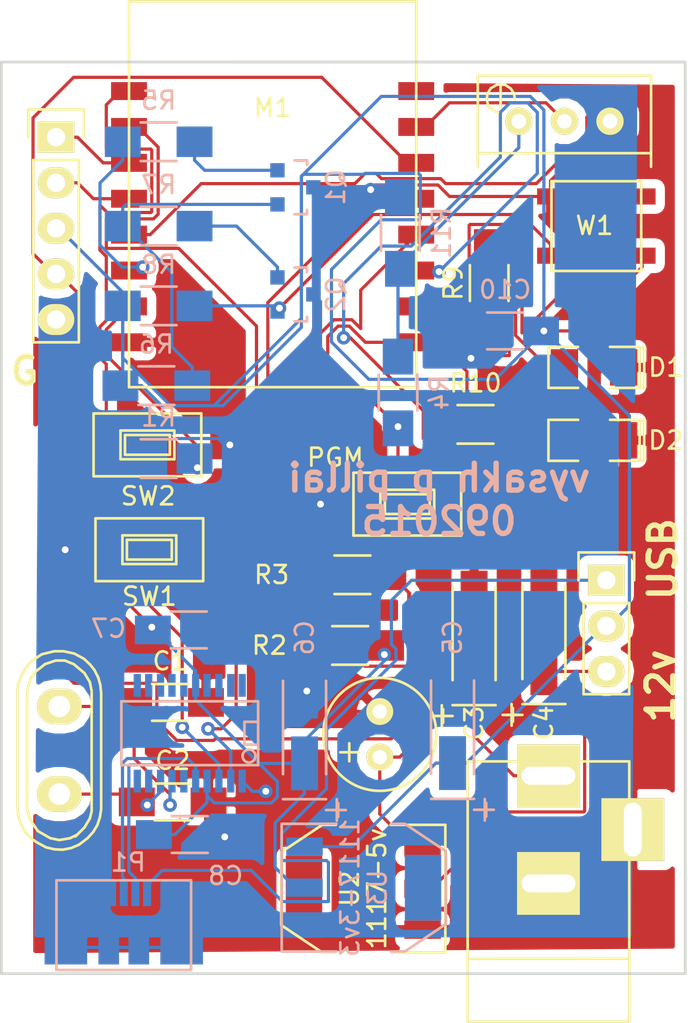
<source format=kicad_pcb>
(kicad_pcb (version 4) (host pcbnew "(2015-08-30 BZR 6134, Git 4e94d52)-product")

  (general
    (links 89)
    (no_connects 0)
    (area 138.104999 75.744999 176.355001 126.695001)
    (thickness 1.6)
    (drawings 11)
    (tracks 433)
    (zones 0)
    (modules 39)
    (nets 39)
  )

  (page A4)
  (title_block
    (title "esp8266 demo board")
  )

  (layers
    (0 F.Cu signal)
    (31 B.Cu signal)
    (32 B.Adhes user)
    (33 F.Adhes user)
    (34 B.Paste user)
    (35 F.Paste user)
    (36 B.SilkS user)
    (37 F.SilkS user)
    (38 B.Mask user)
    (39 F.Mask user)
    (40 Dwgs.User user)
    (41 Cmts.User user)
    (42 Eco1.User user)
    (43 Eco2.User user)
    (44 Edge.Cuts user)
    (45 Margin user)
    (46 B.CrtYd user)
    (47 F.CrtYd user)
    (48 B.Fab user)
    (49 F.Fab user)
  )

  (setup
    (last_trace_width 0.1778)
    (trace_clearance 0.1778)
    (zone_clearance 0.508)
    (zone_45_only no)
    (trace_min 0.1524)
    (segment_width 0.2)
    (edge_width 0.15)
    (via_size 0.762)
    (via_drill 0.381)
    (via_min_size 0.635)
    (via_min_drill 0.3302)
    (uvia_size 0.3)
    (uvia_drill 0.1)
    (uvias_allowed no)
    (uvia_min_size 0.2)
    (uvia_min_drill 0.1)
    (pcb_text_width 0.3)
    (pcb_text_size 1.5 1.5)
    (mod_edge_width 0.15)
    (mod_text_size 1 1)
    (mod_text_width 0.15)
    (pad_size 1.524 1.524)
    (pad_drill 0.762)
    (pad_to_mask_clearance 0.2)
    (aux_axis_origin 0 0)
    (visible_elements 7FFEFF7F)
    (pcbplotparams
      (layerselection 0x01010_80000000)
      (usegerberextensions false)
      (excludeedgelayer true)
      (linewidth 0.100000)
      (plotframeref false)
      (viasonmask false)
      (mode 1)
      (useauxorigin false)
      (hpglpennumber 1)
      (hpglpenspeed 20)
      (hpglpendiameter 15)
      (hpglpenoverlay 2)
      (psnegative false)
      (psa4output false)
      (plotreference true)
      (plotvalue true)
      (plotinvisibletext false)
      (padsonsilk false)
      (subtractmaskfromsilk false)
      (outputformat 4)
      (mirror false)
      (drillshape 0)
      (scaleselection 1)
      (outputdirectory Gerber/))
  )

  (net 0 "")
  (net 1 "Net-(C1-Pad1)")
  (net 2 GND)
  (net 3 "Net-(C2-Pad1)")
  (net 4 12v)
  (net 5 VLDO5v)
  (net 6 5v)
  (net 7 3v3)
  (net 8 "Net-(D1-Pad2)")
  (net 9 "Net-(D2-Pad2)")
  (net 10 VUSB)
  (net 11 "Net-(M1-Pad10)")
  (net 12 "Net-(M1-Pad11)")
  (net 13 "Net-(M1-Pad12)")
  (net 14 "Net-(M1-Pad13)")
  (net 15 "Net-(M1-Pad15)")
  (net 16 "Net-(M1-Pad16)")
  (net 17 "Net-(M1-Pad7)")
  (net 18 3v3In)
  (net 19 "Net-(M1-Pad5)")
  (net 20 JP1.2)
  (net 21 JP1.1)
  (net 22 TX)
  (net 23 RX)
  (net 24 UD-)
  (net 25 UD+)
  (net 26 "Net-(Q1-Pad1)")
  (net 27 "Net-(Q1-Pad2)")
  (net 28 5vOut)
  (net 29 "Net-(Q2-Pad2)")
  (net 30 "Net-(R11-Pad1)")
  (net 31 "Net-(U1-Pad9)")
  (net 32 "Net-(U1-Pad10)")
  (net 33 "Net-(U1-Pad11)")
  (net 34 "Net-(U1-Pad12)")
  (net 35 "Net-(U1-Pad13)")
  (net 36 "Net-(U1-Pad14)")
  (net 37 "Net-(U1-Pad15)")
  (net 38 "Net-(W1-Pad2)")

  (net_class Default "This is the default net class."
    (clearance 0.1778)
    (trace_width 0.1778)
    (via_dia 0.762)
    (via_drill 0.381)
    (uvia_dia 0.3)
    (uvia_drill 0.1)
    (add_net 12v)
    (add_net 3v3)
    (add_net 3v3In)
    (add_net 5v)
    (add_net 5vOut)
    (add_net GND)
    (add_net JP1.1)
    (add_net JP1.2)
    (add_net "Net-(C1-Pad1)")
    (add_net "Net-(C2-Pad1)")
    (add_net "Net-(D1-Pad2)")
    (add_net "Net-(D2-Pad2)")
    (add_net "Net-(M1-Pad10)")
    (add_net "Net-(M1-Pad11)")
    (add_net "Net-(M1-Pad12)")
    (add_net "Net-(M1-Pad13)")
    (add_net "Net-(M1-Pad15)")
    (add_net "Net-(M1-Pad16)")
    (add_net "Net-(M1-Pad5)")
    (add_net "Net-(M1-Pad7)")
    (add_net "Net-(Q1-Pad1)")
    (add_net "Net-(Q1-Pad2)")
    (add_net "Net-(Q2-Pad2)")
    (add_net "Net-(R11-Pad1)")
    (add_net "Net-(U1-Pad10)")
    (add_net "Net-(U1-Pad11)")
    (add_net "Net-(U1-Pad12)")
    (add_net "Net-(U1-Pad13)")
    (add_net "Net-(U1-Pad14)")
    (add_net "Net-(U1-Pad15)")
    (add_net "Net-(U1-Pad9)")
    (add_net "Net-(W1-Pad2)")
    (add_net RX)
    (add_net TX)
    (add_net UD+)
    (add_net UD-)
    (add_net VLDO5v)
    (add_net VUSB)
  )

  (module SMD_Packages:SSOP-20 placed (layer B.Cu) (tedit 55E1B629) (tstamp 55E1AE10)
    (at 148.67528 113.22404 180)
    (descr "SSOP 20 pins")
    (tags "CMS SSOP SMD")
    (path /55D35866)
    (attr smd)
    (fp_text reference U1 (at 0 0.635 180) (layer B.SilkS) hide
      (effects (font (size 1 1) (thickness 0.15)) (justify mirror))
    )
    (fp_text value CH340G (at 0 -0.635 180) (layer B.Fab) hide
      (effects (font (size 1 1) (thickness 0.15)) (justify mirror))
    )
    (fp_line (start 3.81 1.778) (end -3.81 1.778) (layer B.SilkS) (width 0.15))
    (fp_line (start -3.81 -1.778) (end 3.81 -1.778) (layer B.SilkS) (width 0.15))
    (fp_line (start 3.81 1.778) (end 3.81 -1.778) (layer B.SilkS) (width 0.15))
    (fp_line (start -3.81 -1.778) (end -3.81 1.778) (layer B.SilkS) (width 0.15))
    (fp_circle (center -3.302 -1.27) (end -3.556 -1.016) (layer B.SilkS) (width 0.15))
    (fp_line (start -3.81 0.635) (end -3.048 0.635) (layer B.SilkS) (width 0.15))
    (fp_line (start -3.048 0.635) (end -3.048 -0.635) (layer B.SilkS) (width 0.15))
    (fp_line (start -3.048 -0.635) (end -3.81 -0.635) (layer B.SilkS) (width 0.15))
    (pad 1 smd rect (at -2.921 -2.667 180) (size 0.4064 1.27) (layers B.Cu B.Paste B.Mask)
      (net 2 GND))
    (pad 2 smd rect (at -2.286 -2.667 180) (size 0.4064 1.27) (layers B.Cu B.Paste B.Mask)
      (net 22 TX))
    (pad 3 smd rect (at -1.6256 -2.667 180) (size 0.4064 1.27) (layers B.Cu B.Paste B.Mask)
      (net 23 RX))
    (pad 4 smd rect (at -0.9652 -2.667 180) (size 0.4064 1.27) (layers B.Cu B.Paste B.Mask)
      (net 7 3v3))
    (pad 5 smd rect (at -0.3302 -2.667 180) (size 0.4064 1.27) (layers B.Cu B.Paste B.Mask)
      (net 25 UD+))
    (pad 6 smd rect (at 0.3302 -2.667 180) (size 0.4064 1.27) (layers B.Cu B.Paste B.Mask)
      (net 24 UD-))
    (pad 7 smd rect (at 0.9906 -2.667 180) (size 0.4064 1.27) (layers B.Cu B.Paste B.Mask)
      (net 1 "Net-(C1-Pad1)"))
    (pad 8 smd rect (at 1.6256 -2.667 180) (size 0.4064 1.27) (layers B.Cu B.Paste B.Mask)
      (net 3 "Net-(C2-Pad1)"))
    (pad 9 smd rect (at 2.286 -2.667 180) (size 0.4064 1.27) (layers B.Cu B.Paste B.Mask)
      (net 31 "Net-(U1-Pad9)"))
    (pad 10 smd rect (at 2.921 -2.667 180) (size 0.4064 1.27) (layers B.Cu B.Paste B.Mask)
      (net 32 "Net-(U1-Pad10)"))
    (pad 11 smd rect (at 2.921 2.667 180) (size 0.4064 1.27) (layers B.Cu B.Paste B.Mask)
      (net 33 "Net-(U1-Pad11)"))
    (pad 12 smd rect (at 2.286 2.667 180) (size 0.4064 1.27) (layers B.Cu B.Paste B.Mask)
      (net 34 "Net-(U1-Pad12)"))
    (pad 13 smd rect (at 1.6256 2.667 180) (size 0.4064 1.27) (layers B.Cu B.Paste B.Mask)
      (net 35 "Net-(U1-Pad13)"))
    (pad 14 smd rect (at 0.9906 2.667 180) (size 0.4064 1.27) (layers B.Cu B.Paste B.Mask)
      (net 36 "Net-(U1-Pad14)"))
    (pad 15 smd rect (at 0.3302 2.667 180) (size 0.4064 1.27) (layers B.Cu B.Paste B.Mask)
      (net 37 "Net-(U1-Pad15)"))
    (pad 16 smd rect (at -0.3302 2.667 180) (size 0.4064 1.27) (layers B.Cu B.Paste B.Mask)
      (net 7 3v3))
    (pad 17 smd rect (at -0.9652 2.667 180) (size 0.4064 1.27) (layers B.Cu B.Paste B.Mask))
    (pad 18 smd rect (at -1.6256 2.667 180) (size 0.4064 1.27) (layers B.Cu B.Paste B.Mask))
    (pad 19 smd rect (at -2.286 2.667 180) (size 0.4064 1.27) (layers B.Cu B.Paste B.Mask))
    (pad 20 smd rect (at -2.921 2.667 180) (size 0.4064 1.27) (layers B.Cu B.Paste B.Mask))
    (model SMD_Packages.3dshapes/SSOP-20.wrl
      (at (xyz 0 0 0))
      (scale (xyz 0.255 0.33 0.3))
      (rotate (xyz 0 0 0))
    )
  )

  (module Capacitors_SMD:C_1206_HandSoldering placed (layer F.Cu) (tedit 55E1B3DB) (tstamp 55E1AC32)
    (at 147.578 111.507)
    (descr "Capacitor SMD 1206, hand soldering")
    (tags "capacitor 1206")
    (path /55D37889)
    (attr smd)
    (fp_text reference C1 (at 0 -2.3) (layer F.SilkS)
      (effects (font (size 1 1) (thickness 0.15)))
    )
    (fp_text value 22pf (at 0 2.3) (layer F.Fab) hide
      (effects (font (size 1 1) (thickness 0.15)))
    )
    (fp_line (start -3.3 -1.15) (end 3.3 -1.15) (layer F.CrtYd) (width 0.05))
    (fp_line (start -3.3 1.15) (end 3.3 1.15) (layer F.CrtYd) (width 0.05))
    (fp_line (start -3.3 -1.15) (end -3.3 1.15) (layer F.CrtYd) (width 0.05))
    (fp_line (start 3.3 -1.15) (end 3.3 1.15) (layer F.CrtYd) (width 0.05))
    (fp_line (start 1 -1.025) (end -1 -1.025) (layer F.SilkS) (width 0.15))
    (fp_line (start -1 1.025) (end 1 1.025) (layer F.SilkS) (width 0.15))
    (pad 1 smd rect (at -2 0) (size 2 1.6) (layers F.Cu F.Paste F.Mask)
      (net 1 "Net-(C1-Pad1)"))
    (pad 2 smd rect (at 2 0) (size 2 1.6) (layers F.Cu F.Paste F.Mask)
      (net 2 GND))
    (model Capacitors_SMD.3dshapes/C_1206_HandSoldering.wrl
      (at (xyz 0 0 0))
      (scale (xyz 1 1 1))
      (rotate (xyz 0 0 0))
    )
  )

  (module Capacitors_SMD:C_1206_HandSoldering placed (layer F.Cu) (tedit 55E1B3D5) (tstamp 55E1AC3E)
    (at 147.72532 117.05182)
    (descr "Capacitor SMD 1206, hand soldering")
    (tags "capacitor 1206")
    (path /55D3791E)
    (attr smd)
    (fp_text reference C2 (at 0 -2.3) (layer F.SilkS)
      (effects (font (size 1 1) (thickness 0.15)))
    )
    (fp_text value 22pf (at 0 2.3) (layer F.Fab) hide
      (effects (font (size 1 1) (thickness 0.15)))
    )
    (fp_line (start -3.3 -1.15) (end 3.3 -1.15) (layer F.CrtYd) (width 0.05))
    (fp_line (start -3.3 1.15) (end 3.3 1.15) (layer F.CrtYd) (width 0.05))
    (fp_line (start -3.3 -1.15) (end -3.3 1.15) (layer F.CrtYd) (width 0.05))
    (fp_line (start 3.3 -1.15) (end 3.3 1.15) (layer F.CrtYd) (width 0.05))
    (fp_line (start 1 -1.025) (end -1 -1.025) (layer F.SilkS) (width 0.15))
    (fp_line (start -1 1.025) (end 1 1.025) (layer F.SilkS) (width 0.15))
    (pad 1 smd rect (at -2 0) (size 2 1.6) (layers F.Cu F.Paste F.Mask)
      (net 3 "Net-(C2-Pad1)"))
    (pad 2 smd rect (at 2 0) (size 2 1.6) (layers F.Cu F.Paste F.Mask)
      (net 2 GND))
    (model Capacitors_SMD.3dshapes/C_1206_HandSoldering.wrl
      (at (xyz 0 0 0))
      (scale (xyz 1 1 1))
      (rotate (xyz 0 0 0))
    )
  )

  (module Capacitors_Tantalum_SMD:TantalC_SizeA_EIA-3216_HandSoldering placed (layer F.Cu) (tedit 55E1B76E) (tstamp 55E1AC4A)
    (at 164.51726 107.66398 90)
    (descr "Tantal Cap. , Size A, EIA-3216, Hand Soldering,")
    (tags "Tantal Cap. , Size A, EIA-3216, Hand Soldering,")
    (path /55E191A6)
    (attr smd)
    (fp_text reference C3 (at -5 0 90) (layer F.SilkS)
      (effects (font (size 1 1) (thickness 0.15)))
    )
    (fp_text value 10uf (at -0.09906 3.0988 90) (layer F.Fab) hide
      (effects (font (size 1 1) (thickness 0.15)))
    )
    (fp_text user + (at -4.59994 -1.80086 90) (layer F.SilkS)
      (effects (font (size 1 1) (thickness 0.15)))
    )
    (fp_line (start -2.60096 1.19888) (end 2.60096 1.19888) (layer F.SilkS) (width 0.15))
    (fp_line (start 2.60096 -1.19888) (end -2.60096 -1.19888) (layer F.SilkS) (width 0.15))
    (fp_line (start -4.59994 -2.2987) (end -4.59994 -1.19888) (layer F.SilkS) (width 0.15))
    (fp_line (start -5.19938 -1.79832) (end -4.0005 -1.79832) (layer F.SilkS) (width 0.15))
    (fp_line (start -3.99542 -1.19888) (end -3.99542 1.19888) (layer F.SilkS) (width 0.15))
    (pad 2 smd rect (at 1.99898 0 90) (size 2.99974 1.50114) (layers F.Cu F.Paste F.Mask)
      (net 2 GND))
    (pad 1 smd rect (at -1.99898 0 90) (size 2.99974 1.50114) (layers F.Cu F.Paste F.Mask)
      (net 4 12v))
    (model Capacitors_Tantalum_SMD.3dshapes/TantalC_SizeA_EIA-3216_HandSoldering.wrl
      (at (xyz 0 0 0))
      (scale (xyz 1 1 1))
      (rotate (xyz 0 0 180))
    )
  )

  (module Capacitors_Tantalum_SMD:TantalC_SizeA_EIA-3216_HandSoldering placed (layer F.Cu) (tedit 55E1B4AE) (tstamp 55E1AC56)
    (at 168.406 107.60302 90)
    (descr "Tantal Cap. , Size A, EIA-3216, Hand Soldering,")
    (tags "Tantal Cap. , Size A, EIA-3216, Hand Soldering,")
    (path /55E1921E)
    (attr smd)
    (fp_text reference C4 (at -5.04698 0 90) (layer F.SilkS)
      (effects (font (size 1 1) (thickness 0.15)))
    )
    (fp_text value 10uf (at -0.09906 3.0988 90) (layer F.Fab) hide
      (effects (font (size 1 1) (thickness 0.15)))
    )
    (fp_text user + (at -4.59994 -1.80086 90) (layer F.SilkS)
      (effects (font (size 1 1) (thickness 0.15)))
    )
    (fp_line (start -2.60096 1.19888) (end 2.60096 1.19888) (layer F.SilkS) (width 0.15))
    (fp_line (start 2.60096 -1.19888) (end -2.60096 -1.19888) (layer F.SilkS) (width 0.15))
    (fp_line (start -4.59994 -2.2987) (end -4.59994 -1.19888) (layer F.SilkS) (width 0.15))
    (fp_line (start -5.19938 -1.79832) (end -4.0005 -1.79832) (layer F.SilkS) (width 0.15))
    (fp_line (start -3.99542 -1.19888) (end -3.99542 1.19888) (layer F.SilkS) (width 0.15))
    (pad 2 smd rect (at 1.99898 0 90) (size 2.99974 1.50114) (layers F.Cu F.Paste F.Mask)
      (net 2 GND))
    (pad 1 smd rect (at -1.99898 0 90) (size 2.99974 1.50114) (layers F.Cu F.Paste F.Mask)
      (net 5 VLDO5v))
    (model Capacitors_Tantalum_SMD.3dshapes/TantalC_SizeA_EIA-3216_HandSoldering.wrl
      (at (xyz 0 0 0))
      (scale (xyz 1 1 1))
      (rotate (xyz 0 0 180))
    )
  )

  (module Capacitors_Tantalum_SMD:TantalC_SizeA_EIA-3216_HandSoldering placed (layer B.Cu) (tedit 55E1B823) (tstamp 55E1AC62)
    (at 163.31584 112.88876 90)
    (descr "Tantal Cap. , Size A, EIA-3216, Hand Soldering,")
    (tags "Tantal Cap. , Size A, EIA-3216, Hand Soldering,")
    (path /55E1897A)
    (attr smd)
    (fp_text reference C5 (at 5 0 90) (layer B.SilkS)
      (effects (font (size 1 1) (thickness 0.15)) (justify mirror))
    )
    (fp_text value 10uf (at -0.09906 -3.0988 90) (layer B.Fab) hide
      (effects (font (size 1 1) (thickness 0.15)) (justify mirror))
    )
    (fp_text user + (at -4.59994 1.80086 90) (layer B.SilkS)
      (effects (font (size 1 1) (thickness 0.15)) (justify mirror))
    )
    (fp_line (start -2.60096 -1.19888) (end 2.60096 -1.19888) (layer B.SilkS) (width 0.15))
    (fp_line (start 2.60096 1.19888) (end -2.60096 1.19888) (layer B.SilkS) (width 0.15))
    (fp_line (start -4.59994 2.2987) (end -4.59994 1.19888) (layer B.SilkS) (width 0.15))
    (fp_line (start -5.19938 1.79832) (end -4.0005 1.79832) (layer B.SilkS) (width 0.15))
    (fp_line (start -3.99542 1.19888) (end -3.99542 -1.19888) (layer B.SilkS) (width 0.15))
    (pad 2 smd rect (at 1.99898 0 90) (size 2.99974 1.50114) (layers B.Cu B.Paste B.Mask)
      (net 2 GND))
    (pad 1 smd rect (at -1.99898 0 90) (size 2.99974 1.50114) (layers B.Cu B.Paste B.Mask)
      (net 6 5v))
    (model Capacitors_Tantalum_SMD.3dshapes/TantalC_SizeA_EIA-3216_HandSoldering.wrl
      (at (xyz 0 0 0))
      (scale (xyz 1 1 1))
      (rotate (xyz 0 0 180))
    )
  )

  (module Capacitors_Tantalum_SMD:TantalC_SizeA_EIA-3216_HandSoldering placed (layer B.Cu) (tedit 55E1B816) (tstamp 55E1AC6E)
    (at 155.071 112.904 90)
    (descr "Tantal Cap. , Size A, EIA-3216, Hand Soldering,")
    (tags "Tantal Cap. , Size A, EIA-3216, Hand Soldering,")
    (path /55E18C88)
    (attr smd)
    (fp_text reference C6 (at 5 0 90) (layer B.SilkS)
      (effects (font (size 1 1) (thickness 0.15)) (justify mirror))
    )
    (fp_text value 10uf (at -0.09906 -3.0988 90) (layer B.Fab) hide
      (effects (font (size 1 1) (thickness 0.15)) (justify mirror))
    )
    (fp_text user + (at -4.59994 1.80086 90) (layer B.SilkS)
      (effects (font (size 1 1) (thickness 0.15)) (justify mirror))
    )
    (fp_line (start -2.60096 -1.19888) (end 2.60096 -1.19888) (layer B.SilkS) (width 0.15))
    (fp_line (start 2.60096 1.19888) (end -2.60096 1.19888) (layer B.SilkS) (width 0.15))
    (fp_line (start -4.59994 2.2987) (end -4.59994 1.19888) (layer B.SilkS) (width 0.15))
    (fp_line (start -5.19938 1.79832) (end -4.0005 1.79832) (layer B.SilkS) (width 0.15))
    (fp_line (start -3.99542 1.19888) (end -3.99542 -1.19888) (layer B.SilkS) (width 0.15))
    (pad 2 smd rect (at 1.99898 0 90) (size 2.99974 1.50114) (layers B.Cu B.Paste B.Mask)
      (net 2 GND))
    (pad 1 smd rect (at -1.99898 0 90) (size 2.99974 1.50114) (layers B.Cu B.Paste B.Mask)
      (net 7 3v3))
    (model Capacitors_Tantalum_SMD.3dshapes/TantalC_SizeA_EIA-3216_HandSoldering.wrl
      (at (xyz 0 0 0))
      (scale (xyz 1 1 1))
      (rotate (xyz 0 0 180))
    )
  )

  (module Capacitors_SMD:C_1206_HandSoldering placed (layer B.Cu) (tedit 55E1B836) (tstamp 55E1AC7A)
    (at 148.6194 107.4684)
    (descr "Capacitor SMD 1206, hand soldering")
    (tags "capacitor 1206")
    (path /55E1BF64)
    (attr smd)
    (fp_text reference C7 (at -4.4704 -0.0762) (layer B.SilkS)
      (effects (font (size 1 1) (thickness 0.15)) (justify mirror))
    )
    (fp_text value 0.1uf (at 0.1016 -2.1844) (layer B.Fab) hide
      (effects (font (size 1 1) (thickness 0.15)) (justify mirror))
    )
    (fp_line (start -3.3 1.15) (end 3.3 1.15) (layer B.CrtYd) (width 0.05))
    (fp_line (start -3.3 -1.15) (end 3.3 -1.15) (layer B.CrtYd) (width 0.05))
    (fp_line (start -3.3 1.15) (end -3.3 -1.15) (layer B.CrtYd) (width 0.05))
    (fp_line (start 3.3 1.15) (end 3.3 -1.15) (layer B.CrtYd) (width 0.05))
    (fp_line (start 1 1.025) (end -1 1.025) (layer B.SilkS) (width 0.15))
    (fp_line (start -1 -1.025) (end 1 -1.025) (layer B.SilkS) (width 0.15))
    (pad 1 smd rect (at -2 0) (size 2 1.6) (layers B.Cu B.Paste B.Mask)
      (net 7 3v3))
    (pad 2 smd rect (at 2 0) (size 2 1.6) (layers B.Cu B.Paste B.Mask)
      (net 2 GND))
    (model Capacitors_SMD.3dshapes/C_1206_HandSoldering.wrl
      (at (xyz 0 0 0))
      (scale (xyz 1 1 1))
      (rotate (xyz 0 0 0))
    )
  )

  (module Capacitors_SMD:C_1206_HandSoldering placed (layer B.Cu) (tedit 55E1B847) (tstamp 55E1AC86)
    (at 148.67528 118.86792)
    (descr "Capacitor SMD 1206, hand soldering")
    (tags "capacitor 1206")
    (path /55E54D43)
    (attr smd)
    (fp_text reference C8 (at 2 2.3) (layer B.SilkS)
      (effects (font (size 1 1) (thickness 0.15)) (justify mirror))
    )
    (fp_text value 0.1uf (at 0 -2.3) (layer B.Fab) hide
      (effects (font (size 1 1) (thickness 0.15)) (justify mirror))
    )
    (fp_line (start -3.3 1.15) (end 3.3 1.15) (layer B.CrtYd) (width 0.05))
    (fp_line (start -3.3 -1.15) (end 3.3 -1.15) (layer B.CrtYd) (width 0.05))
    (fp_line (start -3.3 1.15) (end -3.3 -1.15) (layer B.CrtYd) (width 0.05))
    (fp_line (start 3.3 1.15) (end 3.3 -1.15) (layer B.CrtYd) (width 0.05))
    (fp_line (start 1 1.025) (end -1 1.025) (layer B.SilkS) (width 0.15))
    (fp_line (start -1 -1.025) (end 1 -1.025) (layer B.SilkS) (width 0.15))
    (pad 1 smd rect (at -2 0) (size 2 1.6) (layers B.Cu B.Paste B.Mask)
      (net 7 3v3))
    (pad 2 smd rect (at 2 0) (size 2 1.6) (layers B.Cu B.Paste B.Mask)
      (net 2 GND))
    (model Capacitors_SMD.3dshapes/C_1206_HandSoldering.wrl
      (at (xyz 0 0 0))
      (scale (xyz 1 1 1))
      (rotate (xyz 0 0 0))
    )
  )

  (module Capacitors_Elko_ThroughHole:Elko_vert_11.2x6.3mm_RM2.5 placed (layer F.Cu) (tedit 55E1B405) (tstamp 55E1AC8C)
    (at 159.262 114.555 90)
    (descr "Electrolytic Capacitor, vertical, diameter 6,3mm, RM 2,5mm, radial,")
    (tags "Electrolytic Capacitor, vertical, diameter 6,3mm, RM 2,5mm, Elko, Electrolytkondensator, Kondensator gepolt, Durchmesser 6,3mm, radial,")
    (path /55E57202)
    (fp_text reference C9 (at 1.27 -5.08 90) (layer F.SilkS) hide
      (effects (font (size 1 1) (thickness 0.15)))
    )
    (fp_text value 1mf (at 1.27 5.08 90) (layer F.Fab) hide
      (effects (font (size 1 1) (thickness 0.15)))
    )
    (fp_line (start 0.26924 -2.19964) (end 0.26924 -1.19888) (layer F.SilkS) (width 0.15))
    (fp_line (start -0.23114 -1.69926) (end 0.76962 -1.69926) (layer F.SilkS) (width 0.15))
    (fp_line (start 0.26924 -1.69926) (end 0.76962 -1.69926) (layer F.Cu) (width 0.15))
    (fp_line (start 0.26924 -1.69926) (end 0.26924 -2.19964) (layer F.Cu) (width 0.15))
    (fp_line (start -0.23114 -1.69926) (end 0.26924 -1.69926) (layer F.Cu) (width 0.15))
    (fp_line (start 0.26924 -1.69926) (end 0.26924 -1.30048) (layer F.Cu) (width 0.15))
    (fp_line (start 0.26924 -1.30048) (end 0.26924 -1.19888) (layer F.Cu) (width 0.15))
    (fp_circle (center 1.27 0) (end 4.4196 0) (layer F.SilkS) (width 0.15))
    (pad 2 thru_hole circle (at 2.54 0 90) (size 1.50114 1.50114) (drill 0.8001) (layers *.Cu *.Mask F.SilkS)
      (net 2 GND))
    (pad 1 thru_hole circle (at 0 0 90) (size 1.50114 1.50114) (drill 0.8001) (layers *.Cu *.Mask F.SilkS)
      (net 4 12v))
    (model Capacitors_Elko_ThroughHole.3dshapes/Elko_vert_11.2x6.3mm_RM2.5.wrl
      (at (xyz 0 0 0))
      (scale (xyz 1 1 1))
      (rotate (xyz 0 0 0))
    )
  )

  (module Capacitors_SMD:C_1206_HandSoldering placed (layer B.Cu) (tedit 55E1BD10) (tstamp 55E1AC98)
    (at 166.247 90.806 180)
    (descr "Capacitor SMD 1206, hand soldering")
    (tags "capacitor 1206")
    (path /55E5D2FC)
    (attr smd)
    (fp_text reference C10 (at 0 2.3 180) (layer B.SilkS)
      (effects (font (size 1 1) (thickness 0.15)) (justify mirror))
    )
    (fp_text value 0.1uf (at 0 -2.3 180) (layer B.Fab) hide
      (effects (font (size 1 1) (thickness 0.15)) (justify mirror))
    )
    (fp_line (start -3.3 1.15) (end 3.3 1.15) (layer B.CrtYd) (width 0.05))
    (fp_line (start -3.3 -1.15) (end 3.3 -1.15) (layer B.CrtYd) (width 0.05))
    (fp_line (start -3.3 1.15) (end -3.3 -1.15) (layer B.CrtYd) (width 0.05))
    (fp_line (start 3.3 1.15) (end 3.3 -1.15) (layer B.CrtYd) (width 0.05))
    (fp_line (start 1 1.025) (end -1 1.025) (layer B.SilkS) (width 0.15))
    (fp_line (start -1 -1.025) (end 1 -1.025) (layer B.SilkS) (width 0.15))
    (pad 1 smd rect (at -2 0 180) (size 2 1.6) (layers B.Cu B.Paste B.Mask)
      (net 6 5v))
    (pad 2 smd rect (at 2 0 180) (size 2 1.6) (layers B.Cu B.Paste B.Mask)
      (net 2 GND))
    (model Capacitors_SMD.3dshapes/C_1206_HandSoldering.wrl
      (at (xyz 0 0 0))
      (scale (xyz 1 1 1))
      (rotate (xyz 0 0 0))
    )
  )

  (module Connect:BARREL_JACK placed (layer F.Cu) (tedit 55E1B1A8) (tstamp 55E1AC9F)
    (at 168.66 121.794 90)
    (descr "DC Barrel Jack")
    (tags "Power Jack")
    (path /55D3640D)
    (fp_text reference CON1 (at 10.09904 0 180) (layer F.SilkS) hide
      (effects (font (size 1 1) (thickness 0.15)))
    )
    (fp_text value BARREL_JACK (at 0 -5.99948 90) (layer F.Fab) hide
      (effects (font (size 1 1) (thickness 0.15)))
    )
    (fp_line (start -4.0005 -4.50088) (end -4.0005 4.50088) (layer F.SilkS) (width 0.15))
    (fp_line (start -7.50062 -4.50088) (end -7.50062 4.50088) (layer F.SilkS) (width 0.15))
    (fp_line (start -7.50062 4.50088) (end 7.00024 4.50088) (layer F.SilkS) (width 0.15))
    (fp_line (start 7.00024 4.50088) (end 7.00024 -4.50088) (layer F.SilkS) (width 0.15))
    (fp_line (start 7.00024 -4.50088) (end -7.50062 -4.50088) (layer F.SilkS) (width 0.15))
    (pad 1 thru_hole rect (at 6.20014 0 90) (size 3.50012 3.50012) (drill oval 1.00076 2.99974) (layers *.Cu *.Mask F.SilkS)
      (net 4 12v))
    (pad 2 thru_hole rect (at 0.20066 0 90) (size 3.50012 3.50012) (drill oval 1.00076 2.99974) (layers *.Cu *.Mask F.SilkS)
      (net 2 GND))
    (pad 3 thru_hole rect (at 3.2004 4.699 90) (size 3.50012 3.50012) (drill oval 2.99974 1.00076) (layers *.Cu *.Mask F.SilkS)
      (net 2 GND))
  )

  (module SMD_Packages:SMD-1206_Pol placed (layer F.Cu) (tedit 55E1C09A) (tstamp 55E1ACAE)
    (at 171.2 92.838 180)
    (path /55E2A644)
    (attr smd)
    (fp_text reference D1 (at -4 0 180) (layer F.SilkS)
      (effects (font (size 1 1) (thickness 0.15)))
    )
    (fp_text value GREEN (at 0 0 180) (layer F.Fab) hide
      (effects (font (size 1 1) (thickness 0.15)))
    )
    (fp_line (start -2.54 -1.143) (end -2.794 -1.143) (layer F.SilkS) (width 0.15))
    (fp_line (start -2.794 -1.143) (end -2.794 1.143) (layer F.SilkS) (width 0.15))
    (fp_line (start -2.794 1.143) (end -2.54 1.143) (layer F.SilkS) (width 0.15))
    (fp_line (start -2.54 -1.143) (end -2.54 1.143) (layer F.SilkS) (width 0.15))
    (fp_line (start -2.54 1.143) (end -0.889 1.143) (layer F.SilkS) (width 0.15))
    (fp_line (start 0.889 -1.143) (end 2.54 -1.143) (layer F.SilkS) (width 0.15))
    (fp_line (start 2.54 -1.143) (end 2.54 1.143) (layer F.SilkS) (width 0.15))
    (fp_line (start 2.54 1.143) (end 0.889 1.143) (layer F.SilkS) (width 0.15))
    (fp_line (start -0.889 -1.143) (end -2.54 -1.143) (layer F.SilkS) (width 0.15))
    (pad 1 smd rect (at -1.651 0 180) (size 1.524 2.032) (layers F.Cu F.Paste F.Mask)
      (net 2 GND))
    (pad 2 smd rect (at 1.651 0 180) (size 1.524 2.032) (layers F.Cu F.Paste F.Mask)
      (net 8 "Net-(D1-Pad2)"))
    (model SMD_Packages.3dshapes/SMD-1206_Pol.wrl
      (at (xyz 0 0 0))
      (scale (xyz 0.17 0.16 0.16))
      (rotate (xyz 0 0 0))
    )
  )

  (module SMD_Packages:SMD-1206_Pol placed (layer F.Cu) (tedit 55E1C0A1) (tstamp 55E1ACBD)
    (at 171.2 96.902 180)
    (path /55E2A331)
    (attr smd)
    (fp_text reference D2 (at -4 0 180) (layer F.SilkS)
      (effects (font (size 1 1) (thickness 0.15)))
    )
    (fp_text value RED (at 0 0 180) (layer F.Fab) hide
      (effects (font (size 1 1) (thickness 0.15)))
    )
    (fp_line (start -2.54 -1.143) (end -2.794 -1.143) (layer F.SilkS) (width 0.15))
    (fp_line (start -2.794 -1.143) (end -2.794 1.143) (layer F.SilkS) (width 0.15))
    (fp_line (start -2.794 1.143) (end -2.54 1.143) (layer F.SilkS) (width 0.15))
    (fp_line (start -2.54 -1.143) (end -2.54 1.143) (layer F.SilkS) (width 0.15))
    (fp_line (start -2.54 1.143) (end -0.889 1.143) (layer F.SilkS) (width 0.15))
    (fp_line (start 0.889 -1.143) (end 2.54 -1.143) (layer F.SilkS) (width 0.15))
    (fp_line (start 2.54 -1.143) (end 2.54 1.143) (layer F.SilkS) (width 0.15))
    (fp_line (start 2.54 1.143) (end 0.889 1.143) (layer F.SilkS) (width 0.15))
    (fp_line (start -0.889 -1.143) (end -2.54 -1.143) (layer F.SilkS) (width 0.15))
    (pad 1 smd rect (at -1.651 0 180) (size 1.524 2.032) (layers F.Cu F.Paste F.Mask)
      (net 2 GND))
    (pad 2 smd rect (at 1.651 0 180) (size 1.524 2.032) (layers F.Cu F.Paste F.Mask)
      (net 9 "Net-(D2-Pad2)"))
    (model SMD_Packages.3dshapes/SMD-1206_Pol.wrl
      (at (xyz 0 0 0))
      (scale (xyz 0.17 0.16 0.16))
      (rotate (xyz 0 0 0))
    )
  )

  (module Pin_Headers:Pin_Header_Straight_1x03 placed (layer F.Cu) (tedit 55E1B254) (tstamp 55E1ACC4)
    (at 171.8858 104.6998)
    (descr "Through hole pin header")
    (tags "pin header")
    (path /55D36137)
    (fp_text reference JP1 (at 0 -5.1) (layer F.SilkS) hide
      (effects (font (size 1 1) (thickness 0.15)))
    )
    (fp_text value JUMPER3 (at 0 -3.1) (layer F.Fab) hide
      (effects (font (size 1 1) (thickness 0.15)))
    )
    (fp_line (start -1.75 -1.75) (end -1.75 6.85) (layer F.CrtYd) (width 0.05))
    (fp_line (start 1.75 -1.75) (end 1.75 6.85) (layer F.CrtYd) (width 0.05))
    (fp_line (start -1.75 -1.75) (end 1.75 -1.75) (layer F.CrtYd) (width 0.05))
    (fp_line (start -1.75 6.85) (end 1.75 6.85) (layer F.CrtYd) (width 0.05))
    (fp_line (start -1.27 1.27) (end -1.27 6.35) (layer F.SilkS) (width 0.15))
    (fp_line (start -1.27 6.35) (end 1.27 6.35) (layer F.SilkS) (width 0.15))
    (fp_line (start 1.27 6.35) (end 1.27 1.27) (layer F.SilkS) (width 0.15))
    (fp_line (start 1.55 -1.55) (end 1.55 0) (layer F.SilkS) (width 0.15))
    (fp_line (start 1.27 1.27) (end -1.27 1.27) (layer F.SilkS) (width 0.15))
    (fp_line (start -1.55 0) (end -1.55 -1.55) (layer F.SilkS) (width 0.15))
    (fp_line (start -1.55 -1.55) (end 1.55 -1.55) (layer F.SilkS) (width 0.15))
    (pad 1 thru_hole rect (at 0 0) (size 2.032 1.7272) (drill 1.016) (layers *.Cu *.Mask F.SilkS)
      (net 10 VUSB))
    (pad 2 thru_hole oval (at 0 2.54) (size 2.032 1.7272) (drill 1.016) (layers *.Cu *.Mask F.SilkS)
      (net 6 5v))
    (pad 3 thru_hole oval (at 0 5.08) (size 2.032 1.7272) (drill 1.016) (layers *.Cu *.Mask F.SilkS)
      (net 5 VLDO5v))
    (model Pin_Headers.3dshapes/Pin_Header_Straight_1x03.wrl
      (at (xyz 0 -0.1 0))
      (scale (xyz 1 1 1))
      (rotate (xyz 0 0 90))
    )
  )

  (module Pin_Headers:Pin_Header_Straight_1x05 placed (layer F.Cu) (tedit 55E1C166) (tstamp 55E1ACF2)
    (at 141.228 80.011)
    (descr "Through hole pin header")
    (tags "pin header")
    (path /55E40FE0)
    (fp_text reference P2 (at 0 -5.1) (layer F.SilkS) hide
      (effects (font (size 1 1) (thickness 0.15)))
    )
    (fp_text value header1 (at 0 -3.1) (layer F.Fab) hide
      (effects (font (size 1 1) (thickness 0.15)))
    )
    (fp_line (start -1.55 0) (end -1.55 -1.55) (layer F.SilkS) (width 0.15))
    (fp_line (start -1.55 -1.55) (end 1.55 -1.55) (layer F.SilkS) (width 0.15))
    (fp_line (start 1.55 -1.55) (end 1.55 0) (layer F.SilkS) (width 0.15))
    (fp_line (start -1.75 -1.75) (end -1.75 11.95) (layer F.CrtYd) (width 0.05))
    (fp_line (start 1.75 -1.75) (end 1.75 11.95) (layer F.CrtYd) (width 0.05))
    (fp_line (start -1.75 -1.75) (end 1.75 -1.75) (layer F.CrtYd) (width 0.05))
    (fp_line (start -1.75 11.95) (end 1.75 11.95) (layer F.CrtYd) (width 0.05))
    (fp_line (start 1.27 1.27) (end 1.27 11.43) (layer F.SilkS) (width 0.15))
    (fp_line (start 1.27 11.43) (end -1.27 11.43) (layer F.SilkS) (width 0.15))
    (fp_line (start -1.27 11.43) (end -1.27 1.27) (layer F.SilkS) (width 0.15))
    (fp_line (start 1.27 1.27) (end -1.27 1.27) (layer F.SilkS) (width 0.15))
    (pad 1 thru_hole rect (at 0 0) (size 2.032 1.7272) (drill 1.016) (layers *.Cu *.Mask F.SilkS)
      (net 21 JP1.1))
    (pad 2 thru_hole oval (at 0 2.54) (size 2.032 1.7272) (drill 1.016) (layers *.Cu *.Mask F.SilkS)
      (net 20 JP1.2))
    (pad 3 thru_hole oval (at 0 5.08) (size 2.032 1.7272) (drill 1.016) (layers *.Cu *.Mask F.SilkS)
      (net 6 5v))
    (pad 4 thru_hole oval (at 0 7.62) (size 2.032 1.7272) (drill 1.016) (layers *.Cu *.Mask F.SilkS)
      (net 7 3v3))
    (pad 5 thru_hole oval (at 0 10.16) (size 2.032 1.7272) (drill 1.016) (layers *.Cu *.Mask F.SilkS)
      (net 2 GND))
    (model Pin_Headers.3dshapes/Pin_Header_Straight_1x05.wrl
      (at (xyz 0 -0.2 0))
      (scale (xyz 1 1 1))
      (rotate (xyz 0 0 90))
    )
  )

  (module Housings_SOT-23_SOT-143_TSOT-6:SOT-23 placed (layer B.Cu) (tedit 55E1B9C1) (tstamp 55E1AD02)
    (at 154.563 82.805 90)
    (descr "SOT-23, Standard")
    (tags SOT-23)
    (path /55E1F548)
    (attr smd)
    (fp_text reference Q1 (at 0 2.25 90) (layer B.SilkS)
      (effects (font (size 1 1) (thickness 0.15)) (justify mirror))
    )
    (fp_text value BC547 (at 0 -2.3 90) (layer B.Fab) hide
      (effects (font (size 1 1) (thickness 0.15)) (justify mirror))
    )
    (fp_line (start -1.65 1.6) (end 1.65 1.6) (layer B.CrtYd) (width 0.05))
    (fp_line (start 1.65 1.6) (end 1.65 -1.6) (layer B.CrtYd) (width 0.05))
    (fp_line (start 1.65 -1.6) (end -1.65 -1.6) (layer B.CrtYd) (width 0.05))
    (fp_line (start -1.65 -1.6) (end -1.65 1.6) (layer B.CrtYd) (width 0.05))
    (fp_line (start 1.29916 0.65024) (end 1.2509 0.65024) (layer B.SilkS) (width 0.15))
    (fp_line (start -1.49982 -0.0508) (end -1.49982 0.65024) (layer B.SilkS) (width 0.15))
    (fp_line (start -1.49982 0.65024) (end -1.2509 0.65024) (layer B.SilkS) (width 0.15))
    (fp_line (start 1.29916 0.65024) (end 1.49982 0.65024) (layer B.SilkS) (width 0.15))
    (fp_line (start 1.49982 0.65024) (end 1.49982 -0.0508) (layer B.SilkS) (width 0.15))
    (pad 1 smd rect (at -0.95 -1.00076 90) (size 0.8001 0.8001) (layers B.Cu B.Paste B.Mask)
      (net 26 "Net-(Q1-Pad1)"))
    (pad 2 smd rect (at 0.95 -1.00076 90) (size 0.8001 0.8001) (layers B.Cu B.Paste B.Mask)
      (net 27 "Net-(Q1-Pad2)"))
    (pad 3 smd rect (at 0 0.99822 90) (size 0.8001 0.8001) (layers B.Cu B.Paste B.Mask)
      (net 2 GND))
    (model Housings_SOT-23_SOT-143_TSOT-6.3dshapes/SOT-23.wrl
      (at (xyz 0 0 0))
      (scale (xyz 1 1 1))
      (rotate (xyz 0 0 0))
    )
  )

  (module Housings_SOT-23_SOT-143_TSOT-6:SOT-23 placed (layer B.Cu) (tedit 55E1B9C8) (tstamp 55E1AD12)
    (at 154.563 88.774 90)
    (descr "SOT-23, Standard")
    (tags SOT-23)
    (path /55E1E5C1)
    (attr smd)
    (fp_text reference Q2 (at 0 2.25 90) (layer B.SilkS)
      (effects (font (size 1 1) (thickness 0.15)) (justify mirror))
    )
    (fp_text value BC547 (at 0 -2.3 90) (layer B.Fab) hide
      (effects (font (size 1 1) (thickness 0.15)) (justify mirror))
    )
    (fp_line (start -1.65 1.6) (end 1.65 1.6) (layer B.CrtYd) (width 0.05))
    (fp_line (start 1.65 1.6) (end 1.65 -1.6) (layer B.CrtYd) (width 0.05))
    (fp_line (start 1.65 -1.6) (end -1.65 -1.6) (layer B.CrtYd) (width 0.05))
    (fp_line (start -1.65 -1.6) (end -1.65 1.6) (layer B.CrtYd) (width 0.05))
    (fp_line (start 1.29916 0.65024) (end 1.2509 0.65024) (layer B.SilkS) (width 0.15))
    (fp_line (start -1.49982 -0.0508) (end -1.49982 0.65024) (layer B.SilkS) (width 0.15))
    (fp_line (start -1.49982 0.65024) (end -1.2509 0.65024) (layer B.SilkS) (width 0.15))
    (fp_line (start 1.29916 0.65024) (end 1.49982 0.65024) (layer B.SilkS) (width 0.15))
    (fp_line (start 1.49982 0.65024) (end 1.49982 -0.0508) (layer B.SilkS) (width 0.15))
    (pad 1 smd rect (at -0.95 -1.00076 90) (size 0.8001 0.8001) (layers B.Cu B.Paste B.Mask)
      (net 28 5vOut))
    (pad 2 smd rect (at 0.95 -1.00076 90) (size 0.8001 0.8001) (layers B.Cu B.Paste B.Mask)
      (net 29 "Net-(Q2-Pad2)"))
    (pad 3 smd rect (at 0 0.99822 90) (size 0.8001 0.8001) (layers B.Cu B.Paste B.Mask)
      (net 2 GND))
    (model Housings_SOT-23_SOT-143_TSOT-6.3dshapes/SOT-23.wrl
      (at (xyz 0 0 0))
      (scale (xyz 1 1 1))
      (rotate (xyz 0 0 0))
    )
  )

  (module Resistors_SMD:R_1206_HandSoldering placed (layer B.Cu) (tedit 55E1C10C) (tstamp 55E1AD1E)
    (at 146.943 97.918 180)
    (descr "Resistor SMD 1206, hand soldering")
    (tags "resistor 1206")
    (path /55E1DB0F)
    (attr smd)
    (fp_text reference R1 (at 0 2.3 180) (layer B.SilkS)
      (effects (font (size 1 1) (thickness 0.15)) (justify mirror))
    )
    (fp_text value 10K (at 0 -2.3 180) (layer B.Fab) hide
      (effects (font (size 1 1) (thickness 0.15)) (justify mirror))
    )
    (fp_line (start -3.3 1.2) (end 3.3 1.2) (layer B.CrtYd) (width 0.05))
    (fp_line (start -3.3 -1.2) (end 3.3 -1.2) (layer B.CrtYd) (width 0.05))
    (fp_line (start -3.3 1.2) (end -3.3 -1.2) (layer B.CrtYd) (width 0.05))
    (fp_line (start 3.3 1.2) (end 3.3 -1.2) (layer B.CrtYd) (width 0.05))
    (fp_line (start 1 -1.075) (end -1 -1.075) (layer B.SilkS) (width 0.15))
    (fp_line (start -1 1.075) (end 1 1.075) (layer B.SilkS) (width 0.15))
    (pad 1 smd rect (at -2 0 180) (size 2 1.7) (layers B.Cu B.Paste B.Mask)
      (net 17 "Net-(M1-Pad7)"))
    (pad 2 smd rect (at 2 0 180) (size 2 1.7) (layers B.Cu B.Paste B.Mask)
      (net 2 GND))
    (model Resistors_SMD.3dshapes/R_1206_HandSoldering.wrl
      (at (xyz 0 0 0))
      (scale (xyz 1 1 1))
      (rotate (xyz 0 0 0))
    )
  )

  (module Resistors_SMD:R_1206_HandSoldering placed (layer F.Cu) (tedit 55E1C021) (tstamp 55E1AD2A)
    (at 157.611 108.332)
    (descr "Resistor SMD 1206, hand soldering")
    (tags "resistor 1206")
    (path /55E24FEC)
    (attr smd)
    (fp_text reference R2 (at -4.5 0) (layer F.SilkS)
      (effects (font (size 1 1) (thickness 0.15)))
    )
    (fp_text value 10K (at 0 2.3) (layer F.Fab) hide
      (effects (font (size 1 1) (thickness 0.15)))
    )
    (fp_line (start -3.3 -1.2) (end 3.3 -1.2) (layer F.CrtYd) (width 0.05))
    (fp_line (start -3.3 1.2) (end 3.3 1.2) (layer F.CrtYd) (width 0.05))
    (fp_line (start -3.3 -1.2) (end -3.3 1.2) (layer F.CrtYd) (width 0.05))
    (fp_line (start 3.3 -1.2) (end 3.3 1.2) (layer F.CrtYd) (width 0.05))
    (fp_line (start 1 1.075) (end -1 1.075) (layer F.SilkS) (width 0.15))
    (fp_line (start -1 -1.075) (end 1 -1.075) (layer F.SilkS) (width 0.15))
    (pad 1 smd rect (at -2 0) (size 2 1.7) (layers F.Cu F.Paste F.Mask)
      (net 14 "Net-(M1-Pad13)"))
    (pad 2 smd rect (at 2 0) (size 2 1.7) (layers F.Cu F.Paste F.Mask)
      (net 7 3v3))
    (model Resistors_SMD.3dshapes/R_1206_HandSoldering.wrl
      (at (xyz 0 0 0))
      (scale (xyz 1 1 1))
      (rotate (xyz 0 0 0))
    )
  )

  (module Resistors_SMD:R_1206_HandSoldering placed (layer F.Cu) (tedit 55E20088) (tstamp 55E1AD36)
    (at 157.738 104.395 180)
    (descr "Resistor SMD 1206, hand soldering")
    (tags "resistor 1206")
    (path /55E25092)
    (attr smd)
    (fp_text reference R3 (at 4.5 0 180) (layer F.SilkS)
      (effects (font (size 1 1) (thickness 0.15)))
    )
    (fp_text value 10K (at 0 2.3 180) (layer F.Fab) hide
      (effects (font (size 1 1) (thickness 0.15)))
    )
    (fp_line (start -3.3 -1.2) (end 3.3 -1.2) (layer F.CrtYd) (width 0.05))
    (fp_line (start -3.3 1.2) (end 3.3 1.2) (layer F.CrtYd) (width 0.05))
    (fp_line (start -3.3 -1.2) (end -3.3 1.2) (layer F.CrtYd) (width 0.05))
    (fp_line (start 3.3 -1.2) (end 3.3 1.2) (layer F.CrtYd) (width 0.05))
    (fp_line (start 1 1.075) (end -1 1.075) (layer F.SilkS) (width 0.15))
    (fp_line (start -1 -1.075) (end 1 -1.075) (layer F.SilkS) (width 0.15))
    (pad 1 smd rect (at -2 0 180) (size 2 1.7) (layers F.Cu F.Paste F.Mask)
      (net 13 "Net-(M1-Pad12)"))
    (pad 2 smd rect (at 2 0 180) (size 2 1.7) (layers F.Cu F.Paste F.Mask)
      (net 7 3v3))
    (model Resistors_SMD.3dshapes/R_1206_HandSoldering.wrl
      (at (xyz 0 0 0))
      (scale (xyz 1 1 1))
      (rotate (xyz 0 0 0))
    )
  )

  (module Resistors_SMD:R_1206_HandSoldering placed (layer B.Cu) (tedit 55E1BE8C) (tstamp 55E1AD42)
    (at 160.278 94.235 90)
    (descr "Resistor SMD 1206, hand soldering")
    (tags "resistor 1206")
    (path /55E27DC2)
    (attr smd)
    (fp_text reference R4 (at 0 2.3 90) (layer B.SilkS)
      (effects (font (size 1 1) (thickness 0.15)) (justify mirror))
    )
    (fp_text value 220R (at 0 -2.3 90) (layer B.Fab) hide
      (effects (font (size 1 1) (thickness 0.15)) (justify mirror))
    )
    (fp_line (start -3.3 1.2) (end 3.3 1.2) (layer B.CrtYd) (width 0.05))
    (fp_line (start -3.3 -1.2) (end 3.3 -1.2) (layer B.CrtYd) (width 0.05))
    (fp_line (start -3.3 1.2) (end -3.3 -1.2) (layer B.CrtYd) (width 0.05))
    (fp_line (start 3.3 1.2) (end 3.3 -1.2) (layer B.CrtYd) (width 0.05))
    (fp_line (start 1 -1.075) (end -1 -1.075) (layer B.SilkS) (width 0.15))
    (fp_line (start -1 1.075) (end 1 1.075) (layer B.SilkS) (width 0.15))
    (pad 1 smd rect (at -2 0 90) (size 2 1.7) (layers B.Cu B.Paste B.Mask)
      (net 7 3v3))
    (pad 2 smd rect (at 2 0 90) (size 2 1.7) (layers B.Cu B.Paste B.Mask)
      (net 30 "Net-(R11-Pad1)"))
    (model Resistors_SMD.3dshapes/R_1206_HandSoldering.wrl
      (at (xyz 0 0 0))
      (scale (xyz 1 1 1))
      (rotate (xyz 0 0 0))
    )
  )

  (module Resistors_SMD:R_1206_HandSoldering placed (layer B.Cu) (tedit 55E1B9B3) (tstamp 55E1AD4E)
    (at 146.943 80.265 180)
    (descr "Resistor SMD 1206, hand soldering")
    (tags "resistor 1206")
    (path /55E1FD53)
    (attr smd)
    (fp_text reference R5 (at 0 2.3 180) (layer B.SilkS)
      (effects (font (size 1 1) (thickness 0.15)) (justify mirror))
    )
    (fp_text value 1K (at 0 -2.3 180) (layer B.Fab) hide
      (effects (font (size 1 1) (thickness 0.15)) (justify mirror))
    )
    (fp_line (start -3.3 1.2) (end 3.3 1.2) (layer B.CrtYd) (width 0.05))
    (fp_line (start -3.3 -1.2) (end 3.3 -1.2) (layer B.CrtYd) (width 0.05))
    (fp_line (start -3.3 1.2) (end -3.3 -1.2) (layer B.CrtYd) (width 0.05))
    (fp_line (start 3.3 1.2) (end 3.3 -1.2) (layer B.CrtYd) (width 0.05))
    (fp_line (start 1 -1.075) (end -1 -1.075) (layer B.SilkS) (width 0.15))
    (fp_line (start -1 1.075) (end 1 1.075) (layer B.SilkS) (width 0.15))
    (pad 1 smd rect (at -2 0 180) (size 2 1.7) (layers B.Cu B.Paste B.Mask)
      (net 27 "Net-(Q1-Pad2)"))
    (pad 2 smd rect (at 2 0 180) (size 2 1.7) (layers B.Cu B.Paste B.Mask)
      (net 18 3v3In))
    (model Resistors_SMD.3dshapes/R_1206_HandSoldering.wrl
      (at (xyz 0 0 0))
      (scale (xyz 1 1 1))
      (rotate (xyz 0 0 0))
    )
  )

  (module Resistors_SMD:R_1206_HandSoldering placed (layer B.Cu) (tedit 55E1B9B9) (tstamp 55E1AD5A)
    (at 146.816 93.854 180)
    (descr "Resistor SMD 1206, hand soldering")
    (tags "resistor 1206")
    (path /55E20810)
    (attr smd)
    (fp_text reference R6 (at 0 2.3 180) (layer B.SilkS)
      (effects (font (size 1 1) (thickness 0.15)) (justify mirror))
    )
    (fp_text value 1K (at 0 -2.3 180) (layer B.Fab) hide
      (effects (font (size 1 1) (thickness 0.15)) (justify mirror))
    )
    (fp_line (start -3.3 1.2) (end 3.3 1.2) (layer B.CrtYd) (width 0.05))
    (fp_line (start -3.3 -1.2) (end 3.3 -1.2) (layer B.CrtYd) (width 0.05))
    (fp_line (start -3.3 1.2) (end -3.3 -1.2) (layer B.CrtYd) (width 0.05))
    (fp_line (start 3.3 1.2) (end 3.3 -1.2) (layer B.CrtYd) (width 0.05))
    (fp_line (start 1 -1.075) (end -1 -1.075) (layer B.SilkS) (width 0.15))
    (fp_line (start -1 1.075) (end 1 1.075) (layer B.SilkS) (width 0.15))
    (pad 1 smd rect (at -2 0 180) (size 2 1.7) (layers B.Cu B.Paste B.Mask)
      (net 26 "Net-(Q1-Pad1)"))
    (pad 2 smd rect (at 2 0 180) (size 2 1.7) (layers B.Cu B.Paste B.Mask)
      (net 6 5v))
    (model Resistors_SMD.3dshapes/R_1206_HandSoldering.wrl
      (at (xyz 0 0 0))
      (scale (xyz 1 1 1))
      (rotate (xyz 0 0 0))
    )
  )

  (module Resistors_SMD:R_1206_HandSoldering placed (layer B.Cu) (tedit 55E1B9CD) (tstamp 55E1AD66)
    (at 146.943 84.964 180)
    (descr "Resistor SMD 1206, hand soldering")
    (tags "resistor 1206")
    (path /55E1F9EB)
    (attr smd)
    (fp_text reference R7 (at 0 2.3 180) (layer B.SilkS)
      (effects (font (size 1 1) (thickness 0.15)) (justify mirror))
    )
    (fp_text value 1K (at 0 -2.3 180) (layer B.Fab) hide
      (effects (font (size 1 1) (thickness 0.15)) (justify mirror))
    )
    (fp_line (start -3.3 1.2) (end 3.3 1.2) (layer B.CrtYd) (width 0.05))
    (fp_line (start -3.3 -1.2) (end 3.3 -1.2) (layer B.CrtYd) (width 0.05))
    (fp_line (start -3.3 1.2) (end -3.3 -1.2) (layer B.CrtYd) (width 0.05))
    (fp_line (start 3.3 1.2) (end 3.3 -1.2) (layer B.CrtYd) (width 0.05))
    (fp_line (start 1 -1.075) (end -1 -1.075) (layer B.SilkS) (width 0.15))
    (fp_line (start -1 1.075) (end 1 1.075) (layer B.SilkS) (width 0.15))
    (pad 1 smd rect (at -2 0 180) (size 2 1.7) (layers B.Cu B.Paste B.Mask)
      (net 29 "Net-(Q2-Pad2)"))
    (pad 2 smd rect (at 2 0 180) (size 2 1.7) (layers B.Cu B.Paste B.Mask)
      (net 26 "Net-(Q1-Pad1)"))
    (model Resistors_SMD.3dshapes/R_1206_HandSoldering.wrl
      (at (xyz 0 0 0))
      (scale (xyz 1 1 1))
      (rotate (xyz 0 0 0))
    )
  )

  (module Resistors_SMD:R_1206_HandSoldering placed (layer B.Cu) (tedit 55E1B9AC) (tstamp 55E1AD72)
    (at 146.943 89.409 180)
    (descr "Resistor SMD 1206, hand soldering")
    (tags "resistor 1206")
    (path /55E2088C)
    (attr smd)
    (fp_text reference R8 (at 0 2.3 180) (layer B.SilkS)
      (effects (font (size 1 1) (thickness 0.15)) (justify mirror))
    )
    (fp_text value 1.5K (at 0 -2.3 180) (layer B.Fab) hide
      (effects (font (size 1 1) (thickness 0.15)) (justify mirror))
    )
    (fp_line (start -3.3 1.2) (end 3.3 1.2) (layer B.CrtYd) (width 0.05))
    (fp_line (start -3.3 -1.2) (end 3.3 -1.2) (layer B.CrtYd) (width 0.05))
    (fp_line (start -3.3 1.2) (end -3.3 -1.2) (layer B.CrtYd) (width 0.05))
    (fp_line (start 3.3 1.2) (end 3.3 -1.2) (layer B.CrtYd) (width 0.05))
    (fp_line (start 1 -1.075) (end -1 -1.075) (layer B.SilkS) (width 0.15))
    (fp_line (start -1 1.075) (end 1 1.075) (layer B.SilkS) (width 0.15))
    (pad 1 smd rect (at -2 0 180) (size 2 1.7) (layers B.Cu B.Paste B.Mask)
      (net 28 5vOut))
    (pad 2 smd rect (at 2 0 180) (size 2 1.7) (layers B.Cu B.Paste B.Mask)
      (net 6 5v))
    (model Resistors_SMD.3dshapes/R_1206_HandSoldering.wrl
      (at (xyz 0 0 0))
      (scale (xyz 1 1 1))
      (rotate (xyz 0 0 0))
    )
  )

  (module Resistors_SMD:R_1206_HandSoldering placed (layer F.Cu) (tedit 55E200F1) (tstamp 55E1AD7E)
    (at 165.358 88.139 90)
    (descr "Resistor SMD 1206, hand soldering")
    (tags "resistor 1206")
    (path /55E2A755)
    (attr smd)
    (fp_text reference R9 (at 0 -2 90) (layer F.SilkS)
      (effects (font (size 1 1) (thickness 0.15)))
    )
    (fp_text value 120E (at 0 2.3 90) (layer F.Fab) hide
      (effects (font (size 1 1) (thickness 0.15)))
    )
    (fp_line (start -3.3 -1.2) (end 3.3 -1.2) (layer F.CrtYd) (width 0.05))
    (fp_line (start -3.3 1.2) (end 3.3 1.2) (layer F.CrtYd) (width 0.05))
    (fp_line (start -3.3 -1.2) (end -3.3 1.2) (layer F.CrtYd) (width 0.05))
    (fp_line (start 3.3 -1.2) (end 3.3 1.2) (layer F.CrtYd) (width 0.05))
    (fp_line (start 1 1.075) (end -1 1.075) (layer F.SilkS) (width 0.15))
    (fp_line (start -1 -1.075) (end 1 -1.075) (layer F.SilkS) (width 0.15))
    (pad 1 smd rect (at -2 0 90) (size 2 1.7) (layers F.Cu F.Paste F.Mask)
      (net 11 "Net-(M1-Pad10)"))
    (pad 2 smd rect (at 2 0 90) (size 2 1.7) (layers F.Cu F.Paste F.Mask)
      (net 8 "Net-(D1-Pad2)"))
    (model Resistors_SMD.3dshapes/R_1206_HandSoldering.wrl
      (at (xyz 0 0 0))
      (scale (xyz 1 1 1))
      (rotate (xyz 0 0 0))
    )
  )

  (module Resistors_SMD:R_1206_HandSoldering placed (layer F.Cu) (tedit 55E1BDC4) (tstamp 55E1AD8A)
    (at 164.596 96.013)
    (descr "Resistor SMD 1206, hand soldering")
    (tags "resistor 1206")
    (path /55E2A6BF)
    (attr smd)
    (fp_text reference R10 (at 0 -2.3) (layer F.SilkS)
      (effects (font (size 1 1) (thickness 0.15)))
    )
    (fp_text value 120E (at 0 2.3) (layer F.Fab) hide
      (effects (font (size 1 1) (thickness 0.15)))
    )
    (fp_line (start -3.3 -1.2) (end 3.3 -1.2) (layer F.CrtYd) (width 0.05))
    (fp_line (start -3.3 1.2) (end 3.3 1.2) (layer F.CrtYd) (width 0.05))
    (fp_line (start -3.3 -1.2) (end -3.3 1.2) (layer F.CrtYd) (width 0.05))
    (fp_line (start 3.3 -1.2) (end 3.3 1.2) (layer F.CrtYd) (width 0.05))
    (fp_line (start 1 1.075) (end -1 1.075) (layer F.SilkS) (width 0.15))
    (fp_line (start -1 -1.075) (end 1 -1.075) (layer F.SilkS) (width 0.15))
    (pad 1 smd rect (at -2 0) (size 2 1.7) (layers F.Cu F.Paste F.Mask)
      (net 12 "Net-(M1-Pad11)"))
    (pad 2 smd rect (at 2 0) (size 2 1.7) (layers F.Cu F.Paste F.Mask)
      (net 9 "Net-(D2-Pad2)"))
    (model Resistors_SMD.3dshapes/R_1206_HandSoldering.wrl
      (at (xyz 0 0 0))
      (scale (xyz 1 1 1))
      (rotate (xyz 0 0 0))
    )
  )

  (module Resistors_SMD:R_1206_HandSoldering placed (layer B.Cu) (tedit 55E1BE87) (tstamp 55E1AD96)
    (at 160.405 85.345 90)
    (descr "Resistor SMD 1206, hand soldering")
    (tags "resistor 1206")
    (path /55E2F9FB)
    (attr smd)
    (fp_text reference R11 (at 0 2.3 90) (layer B.SilkS)
      (effects (font (size 1 1) (thickness 0.15)) (justify mirror))
    )
    (fp_text value 100R (at 0 -2.3 90) (layer B.Fab) hide
      (effects (font (size 1 1) (thickness 0.15)) (justify mirror))
    )
    (fp_line (start -3.3 1.2) (end 3.3 1.2) (layer B.CrtYd) (width 0.05))
    (fp_line (start -3.3 -1.2) (end 3.3 -1.2) (layer B.CrtYd) (width 0.05))
    (fp_line (start -3.3 1.2) (end -3.3 -1.2) (layer B.CrtYd) (width 0.05))
    (fp_line (start 3.3 1.2) (end 3.3 -1.2) (layer B.CrtYd) (width 0.05))
    (fp_line (start 1 -1.075) (end -1 -1.075) (layer B.SilkS) (width 0.15))
    (fp_line (start -1 1.075) (end 1 1.075) (layer B.SilkS) (width 0.15))
    (pad 1 smd rect (at -2 0 90) (size 2 1.7) (layers B.Cu B.Paste B.Mask)
      (net 30 "Net-(R11-Pad1)"))
    (pad 2 smd rect (at 2 0 90) (size 2 1.7) (layers B.Cu B.Paste B.Mask)
      (net 2 GND))
    (model Resistors_SMD.3dshapes/R_1206_HandSoldering.wrl
      (at (xyz 0 0 0))
      (scale (xyz 1 1 1))
      (rotate (xyz 0 0 0))
    )
  )

  (module Potentiometers:Potentiometer_Bourns_3296W_3-8Zoll_Inline_ScrewUp placed (layer F.Cu) (tedit 55E1F08D) (tstamp 55E1ADAE)
    (at 167.009 79.122 270)
    (descr "3296, 3/8, Square, Trimpot, Trimming, Potentiometer, Bourns")
    (tags "3296, 3/8, Square, Trimpot, Trimming, Potentiometer, Bourns")
    (path /55E27CB3)
    (fp_text reference RV1 (at -0.2032 -8.509 270) (layer F.SilkS) hide
      (effects (font (size 1 1) (thickness 0.15)))
    )
    (fp_text value 10K (at 1.27 5.08 270) (layer F.Fab) hide
      (effects (font (size 1 1) (thickness 0.15)))
    )
    (fp_line (start -2.032 1.016) (end -0.762 1.016) (layer F.SilkS) (width 0.15))
    (fp_line (start -1.2827 0.2286) (end -1.5367 0.2667) (layer F.SilkS) (width 0.15))
    (fp_line (start -1.5367 0.2667) (end -1.8161 0.4445) (layer F.SilkS) (width 0.15))
    (fp_line (start -1.8161 0.4445) (end -2.032 0.762) (layer F.SilkS) (width 0.15))
    (fp_line (start -2.032 0.762) (end -2.0447 1.2065) (layer F.SilkS) (width 0.15))
    (fp_line (start -2.0447 1.2065) (end -1.8415 1.5621) (layer F.SilkS) (width 0.15))
    (fp_line (start -1.8415 1.5621) (end -1.5494 1.7399) (layer F.SilkS) (width 0.15))
    (fp_line (start -1.5494 1.7399) (end -1.2319 1.7907) (layer F.SilkS) (width 0.15))
    (fp_line (start -1.2319 1.7907) (end -0.8255 1.6891) (layer F.SilkS) (width 0.15))
    (fp_line (start -0.8255 1.6891) (end -0.5715 1.3462) (layer F.SilkS) (width 0.15))
    (fp_line (start -0.5715 1.3462) (end -0.4826 1.1684) (layer F.SilkS) (width 0.15))
    (fp_line (start 1.778 -7.366) (end 1.778 2.286) (layer F.SilkS) (width 0.15))
    (fp_line (start -1.27 2.286) (end -2.54 2.286) (layer F.SilkS) (width 0.15))
    (fp_line (start -2.54 2.286) (end -2.54 -7.366) (layer F.SilkS) (width 0.15))
    (fp_line (start -2.54 -7.366) (end 2.54 -7.366) (layer F.SilkS) (width 0.15))
    (fp_line (start 2.54 2.286) (end 0 2.286) (layer F.SilkS) (width 0.15))
    (fp_line (start 0 2.286) (end -1.27 2.286) (layer F.SilkS) (width 0.15))
    (pad 2 thru_hole circle (at 0 -2.54 270) (size 1.524 1.524) (drill 0.8128) (layers *.Cu *.Mask F.SilkS)
      (net 15 "Net-(M1-Pad15)"))
    (pad 3 thru_hole circle (at 0 -5.08 270) (size 1.524 1.524) (drill 0.8128) (layers *.Cu *.Mask F.SilkS)
      (net 2 GND))
    (pad 1 thru_hole circle (at 0 0 270) (size 1.524 1.524) (drill 0.8128) (layers *.Cu *.Mask F.SilkS)
      (net 30 "Net-(R11-Pad1)"))
    (model Potentiometers.3dshapes/Potentiometer_Bourns_3296W_3-8Zoll_Inline_ScrewUp.wrl
      (at (xyz 0 0 0))
      (scale (xyz 1 1 1))
      (rotate (xyz 0 0 0))
    )
  )

  (module Buttons_Switches_SMD:SW_SPST_FSMSM placed (layer F.Cu) (tedit 55E1C06D) (tstamp 55E1ADC4)
    (at 160.786 100.458)
    (descr http://www.te.com/commerce/DocumentDelivery/DDEController?Action=srchrtrv&DocNm=1437566-3&DocType=Customer+Drawing&DocLang=English)
    (tags "SPST button tactile switch")
    (path /55E1D633)
    (attr smd)
    (fp_text reference PGM (at -4 -2.60022) (layer F.SilkS)
      (effects (font (size 1 1) (thickness 0.15)))
    )
    (fp_text value PGM (at 0.01011 -0.00022) (layer F.Fab) hide
      (effects (font (size 1 1) (thickness 0.15)))
    )
    (fp_line (start -1.23989 -0.55022) (end 1.26011 -0.55022) (layer F.SilkS) (width 0.15))
    (fp_line (start 1.26011 -0.55022) (end 1.26011 0.54978) (layer F.SilkS) (width 0.15))
    (fp_line (start 1.26011 0.54978) (end -1.23989 0.54978) (layer F.SilkS) (width 0.15))
    (fp_line (start -1.23989 0.54978) (end -1.23989 -0.55022) (layer F.SilkS) (width 0.15))
    (fp_line (start -1.48989 0.79978) (end 1.51011 0.79978) (layer F.SilkS) (width 0.15))
    (fp_line (start -1.48989 -0.80022) (end 1.51011 -0.80022) (layer F.SilkS) (width 0.15))
    (fp_line (start 1.51011 -0.80022) (end 1.51011 0.79978) (layer F.SilkS) (width 0.15))
    (fp_line (start -1.48989 -0.80022) (end -1.48989 0.79978) (layer F.SilkS) (width 0.15))
    (fp_line (start -5.85 1.95) (end 5.9 1.95) (layer F.CrtYd) (width 0.05))
    (fp_line (start 5.9 -2) (end 5.9 1.95) (layer F.CrtYd) (width 0.05))
    (fp_line (start -2.98989 1.74978) (end 3.01011 1.74978) (layer F.SilkS) (width 0.15))
    (fp_line (start -2.98989 -1.75022) (end 3.01011 -1.75022) (layer F.SilkS) (width 0.15))
    (fp_line (start -2.98989 -1.75022) (end -2.98989 1.74978) (layer F.SilkS) (width 0.15))
    (fp_line (start 3.01011 -1.75022) (end 3.01011 1.74978) (layer F.SilkS) (width 0.15))
    (fp_line (start -5.85 -2) (end -5.85 1.95) (layer F.CrtYd) (width 0.05))
    (fp_line (start -5.85 -2) (end 5.9 -2) (layer F.CrtYd) (width 0.05))
    (pad 1 smd rect (at -4.60243 -0.00232) (size 2.18 1.6) (layers F.Cu F.Paste F.Mask)
      (net 2 GND))
    (pad 2 smd rect (at 4.60243 0.00232) (size 2.18 1.6) (layers F.Cu F.Paste F.Mask)
      (net 19 "Net-(M1-Pad5)"))
  )

  (module Buttons_Switches_SMD:SW_SPST_FSMSM placed (layer F.Cu) (tedit 55E2009F) (tstamp 55E1ADDA)
    (at 146.435 102.998 180)
    (descr http://www.te.com/commerce/DocumentDelivery/DDEController?Action=srchrtrv&DocNm=1437566-3&DocType=Customer+Drawing&DocLang=English)
    (tags "SPST button tactile switch")
    (path /55E250FD)
    (attr smd)
    (fp_text reference SW1 (at 0.01011 -2.60022 180) (layer F.SilkS)
      (effects (font (size 1 1) (thickness 0.15)))
    )
    (fp_text value UI1 (at 0.01011 -0.00022 180) (layer F.Fab)
      (effects (font (size 1 1) (thickness 0.15)))
    )
    (fp_line (start -1.23989 -0.55022) (end 1.26011 -0.55022) (layer F.SilkS) (width 0.15))
    (fp_line (start 1.26011 -0.55022) (end 1.26011 0.54978) (layer F.SilkS) (width 0.15))
    (fp_line (start 1.26011 0.54978) (end -1.23989 0.54978) (layer F.SilkS) (width 0.15))
    (fp_line (start -1.23989 0.54978) (end -1.23989 -0.55022) (layer F.SilkS) (width 0.15))
    (fp_line (start -1.48989 0.79978) (end 1.51011 0.79978) (layer F.SilkS) (width 0.15))
    (fp_line (start -1.48989 -0.80022) (end 1.51011 -0.80022) (layer F.SilkS) (width 0.15))
    (fp_line (start 1.51011 -0.80022) (end 1.51011 0.79978) (layer F.SilkS) (width 0.15))
    (fp_line (start -1.48989 -0.80022) (end -1.48989 0.79978) (layer F.SilkS) (width 0.15))
    (fp_line (start -5.85 1.95) (end 5.9 1.95) (layer F.CrtYd) (width 0.05))
    (fp_line (start 5.9 -2) (end 5.9 1.95) (layer F.CrtYd) (width 0.05))
    (fp_line (start -2.98989 1.74978) (end 3.01011 1.74978) (layer F.SilkS) (width 0.15))
    (fp_line (start -2.98989 -1.75022) (end 3.01011 -1.75022) (layer F.SilkS) (width 0.15))
    (fp_line (start -2.98989 -1.75022) (end -2.98989 1.74978) (layer F.SilkS) (width 0.15))
    (fp_line (start 3.01011 -1.75022) (end 3.01011 1.74978) (layer F.SilkS) (width 0.15))
    (fp_line (start -5.85 -2) (end -5.85 1.95) (layer F.CrtYd) (width 0.05))
    (fp_line (start -5.85 -2) (end 5.9 -2) (layer F.CrtYd) (width 0.05))
    (pad 1 smd rect (at -4.60243 -0.00232 180) (size 2.18 1.6) (layers F.Cu F.Paste F.Mask)
      (net 14 "Net-(M1-Pad13)"))
    (pad 2 smd rect (at 4.60243 0.00232 180) (size 2.18 1.6) (layers F.Cu F.Paste F.Mask)
      (net 2 GND))
  )

  (module Buttons_Switches_SMD:SW_SPST_FSMSM placed (layer F.Cu) (tedit 55E200A7) (tstamp 55E1ADF0)
    (at 146.308 97.156)
    (descr http://www.te.com/commerce/DocumentDelivery/DDEController?Action=srchrtrv&DocNm=1437566-3&DocType=Customer+Drawing&DocLang=English)
    (tags "SPST button tactile switch")
    (path /55E251F7)
    (attr smd)
    (fp_text reference SW2 (at 0.052 2.854) (layer F.SilkS)
      (effects (font (size 1 1) (thickness 0.15)))
    )
    (fp_text value UI1 (at 0.01011 -0.00022) (layer F.Fab)
      (effects (font (size 1 1) (thickness 0.15)))
    )
    (fp_line (start -1.23989 -0.55022) (end 1.26011 -0.55022) (layer F.SilkS) (width 0.15))
    (fp_line (start 1.26011 -0.55022) (end 1.26011 0.54978) (layer F.SilkS) (width 0.15))
    (fp_line (start 1.26011 0.54978) (end -1.23989 0.54978) (layer F.SilkS) (width 0.15))
    (fp_line (start -1.23989 0.54978) (end -1.23989 -0.55022) (layer F.SilkS) (width 0.15))
    (fp_line (start -1.48989 0.79978) (end 1.51011 0.79978) (layer F.SilkS) (width 0.15))
    (fp_line (start -1.48989 -0.80022) (end 1.51011 -0.80022) (layer F.SilkS) (width 0.15))
    (fp_line (start 1.51011 -0.80022) (end 1.51011 0.79978) (layer F.SilkS) (width 0.15))
    (fp_line (start -1.48989 -0.80022) (end -1.48989 0.79978) (layer F.SilkS) (width 0.15))
    (fp_line (start -5.85 1.95) (end 5.9 1.95) (layer F.CrtYd) (width 0.05))
    (fp_line (start 5.9 -2) (end 5.9 1.95) (layer F.CrtYd) (width 0.05))
    (fp_line (start -2.98989 1.74978) (end 3.01011 1.74978) (layer F.SilkS) (width 0.15))
    (fp_line (start -2.98989 -1.75022) (end 3.01011 -1.75022) (layer F.SilkS) (width 0.15))
    (fp_line (start -2.98989 -1.75022) (end -2.98989 1.74978) (layer F.SilkS) (width 0.15))
    (fp_line (start 3.01011 -1.75022) (end 3.01011 1.74978) (layer F.SilkS) (width 0.15))
    (fp_line (start -5.85 -2) (end -5.85 1.95) (layer F.CrtYd) (width 0.05))
    (fp_line (start -5.85 -2) (end 5.9 -2) (layer F.CrtYd) (width 0.05))
    (pad 1 smd rect (at -4.60243 -0.00232) (size 2.18 1.6) (layers F.Cu F.Paste F.Mask)
      (net 13 "Net-(M1-Pad12)"))
    (pad 2 smd rect (at 4.60243 0.00232) (size 2.18 1.6) (layers F.Cu F.Paste F.Mask)
      (net 2 GND))
  )

  (module TO_SOT_Packages_SMD:SOT-223 placed (layer F.Cu) (tedit 55E1B10C) (tstamp 55E1AE20)
    (at 158.34252 121.88544 90)
    (descr "module CMS SOT223 4 pins")
    (tags "CMS SOT")
    (path /55E16767)
    (attr smd)
    (fp_text reference U2 (at 0 -0.762 90) (layer F.SilkS)
      (effects (font (size 1 1) (thickness 0.15)))
    )
    (fp_text value 1117-5v (at 0 0.762 90) (layer F.SilkS)
      (effects (font (size 1 1) (thickness 0.15)))
    )
    (fp_line (start -3.556 1.524) (end -3.556 4.572) (layer F.SilkS) (width 0.15))
    (fp_line (start -3.556 4.572) (end 3.556 4.572) (layer F.SilkS) (width 0.15))
    (fp_line (start 3.556 4.572) (end 3.556 1.524) (layer F.SilkS) (width 0.15))
    (fp_line (start -3.556 -1.524) (end -3.556 -2.286) (layer F.SilkS) (width 0.15))
    (fp_line (start -3.556 -2.286) (end -2.032 -4.572) (layer F.SilkS) (width 0.15))
    (fp_line (start -2.032 -4.572) (end 2.032 -4.572) (layer F.SilkS) (width 0.15))
    (fp_line (start 2.032 -4.572) (end 3.556 -2.286) (layer F.SilkS) (width 0.15))
    (fp_line (start 3.556 -2.286) (end 3.556 -1.524) (layer F.SilkS) (width 0.15))
    (pad 4 smd rect (at 0 -3.302 90) (size 3.6576 2.032) (layers F.Cu F.Paste F.Mask))
    (pad 2 smd rect (at 0 3.302 90) (size 1.016 2.032) (layers F.Cu F.Paste F.Mask)
      (net 5 VLDO5v))
    (pad 3 smd rect (at 2.286 3.302 90) (size 1.016 2.032) (layers F.Cu F.Paste F.Mask)
      (net 4 12v))
    (pad 1 smd rect (at -2.286 3.302 90) (size 1.016 2.032) (layers F.Cu F.Paste F.Mask)
      (net 2 GND))
    (model TO_SOT_Packages_SMD.3dshapes/SOT-223.wrl
      (at (xyz 0 0 0))
      (scale (xyz 0.4 0.4 0.4))
      (rotate (xyz 0 0 0))
    )
  )

  (module TO_SOT_Packages_SMD:SOT-223 placed (layer B.Cu) (tedit 55E1B0FE) (tstamp 55E1AE30)
    (at 158.37046 121.82956 90)
    (descr "module CMS SOT223 4 pins")
    (tags "CMS SOT")
    (path /55D3686A)
    (attr smd)
    (fp_text reference U3 (at 0 0.762 90) (layer B.SilkS)
      (effects (font (size 1 1) (thickness 0.15)) (justify mirror))
    )
    (fp_text value 1117-3v3 (at 0 -0.762 90) (layer B.SilkS)
      (effects (font (size 1 1) (thickness 0.15)) (justify mirror))
    )
    (fp_line (start -3.556 -1.524) (end -3.556 -4.572) (layer B.SilkS) (width 0.15))
    (fp_line (start -3.556 -4.572) (end 3.556 -4.572) (layer B.SilkS) (width 0.15))
    (fp_line (start 3.556 -4.572) (end 3.556 -1.524) (layer B.SilkS) (width 0.15))
    (fp_line (start -3.556 1.524) (end -3.556 2.286) (layer B.SilkS) (width 0.15))
    (fp_line (start -3.556 2.286) (end -2.032 4.572) (layer B.SilkS) (width 0.15))
    (fp_line (start -2.032 4.572) (end 2.032 4.572) (layer B.SilkS) (width 0.15))
    (fp_line (start 2.032 4.572) (end 3.556 2.286) (layer B.SilkS) (width 0.15))
    (fp_line (start 3.556 2.286) (end 3.556 1.524) (layer B.SilkS) (width 0.15))
    (pad 4 smd rect (at 0 3.302 90) (size 3.6576 2.032) (layers B.Cu B.Paste B.Mask))
    (pad 2 smd rect (at 0 -3.302 90) (size 1.016 2.032) (layers B.Cu B.Paste B.Mask)
      (net 7 3v3))
    (pad 3 smd rect (at 2.286 -3.302 90) (size 1.016 2.032) (layers B.Cu B.Paste B.Mask)
      (net 6 5v))
    (pad 1 smd rect (at -2.286 -3.302 90) (size 1.016 2.032) (layers B.Cu B.Paste B.Mask)
      (net 2 GND))
    (model TO_SOT_Packages_SMD.3dshapes/SOT-223.wrl
      (at (xyz 0 0 0))
      (scale (xyz 0.4 0.4 0.4))
      (rotate (xyz 0 0 0))
    )
  )

  (module WS2812b:ws2812B placed (layer F.Cu) (tedit 55E1BC9C) (tstamp 55E1AE3C)
    (at 171.327 84.964 180)
    (path /55E4E146)
    (fp_text reference W1 (at 0.1016 0.0254 180) (layer F.SilkS)
      (effects (font (size 1 1) (thickness 0.15)))
    )
    (fp_text value ws2812b (at 0.1 -0.2 180) (layer F.Fab) hide
      (effects (font (size 1 1) (thickness 0.15)))
    )
    (fp_line (start -2.5 -2.5) (end 2.5 -2.5) (layer F.SilkS) (width 0.15))
    (fp_line (start 2.5 -2.5) (end 2.5 2.5) (layer F.SilkS) (width 0.15))
    (fp_line (start 2.5 2.5) (end -2.5 2.5) (layer F.SilkS) (width 0.15))
    (fp_line (start -2.5 2.5) (end -2.5 -2.5) (layer F.SilkS) (width 0.15))
    (pad 1 smd rect (at -2.55 -1.65 180) (size 1.5 0.9) (layers F.Cu F.Paste F.Mask)
      (net 6 5v))
    (pad 2 smd rect (at -2.55 1.65 180) (size 1.5 0.9) (layers F.Cu F.Paste F.Mask)
      (net 38 "Net-(W1-Pad2)"))
    (pad 3 smd rect (at 2.55 1.65 180) (size 1.5 0.9) (layers F.Cu F.Paste F.Mask)
      (net 2 GND))
    (pad 4 smd rect (at 2.55 -1.65 180) (size 1.5 0.9) (layers F.Cu F.Paste F.Mask)
      (net 28 5vOut))
  )

  (module Crystals:Crystal_HC50-U_Vertical placed (layer F.Cu) (tedit 55E1B3F3) (tstamp 55E1AE75)
    (at 141.41088 114.174 270)
    (descr "Crystal, Quarz, HC50/U, vertical, stehend,")
    (tags "Crystal, Quarz, HC50/U, vertical, stehend,")
    (path /55D3777B)
    (fp_text reference Y1 (at 0 -3.81 270) (layer F.SilkS) hide
      (effects (font (size 1 1) (thickness 0.15)))
    )
    (fp_text value 12MHz (at 0 3.81 270) (layer F.Fab) hide
      (effects (font (size 1 1) (thickness 0.15)))
    )
    (fp_line (start 4.699 -1.00076) (end 4.89966 -0.59944) (layer F.SilkS) (width 0.15))
    (fp_line (start 4.89966 -0.59944) (end 5.00126 0) (layer F.SilkS) (width 0.15))
    (fp_line (start 5.00126 0) (end 4.89966 0.50038) (layer F.SilkS) (width 0.15))
    (fp_line (start 4.89966 0.50038) (end 4.50088 1.19888) (layer F.SilkS) (width 0.15))
    (fp_line (start 4.50088 1.19888) (end 3.8989 1.6002) (layer F.SilkS) (width 0.15))
    (fp_line (start 3.8989 1.6002) (end 3.29946 1.80086) (layer F.SilkS) (width 0.15))
    (fp_line (start 3.29946 1.80086) (end -3.29946 1.80086) (layer F.SilkS) (width 0.15))
    (fp_line (start -3.29946 1.80086) (end -4.0005 1.6002) (layer F.SilkS) (width 0.15))
    (fp_line (start -4.0005 1.6002) (end -4.39928 1.30048) (layer F.SilkS) (width 0.15))
    (fp_line (start -4.39928 1.30048) (end -4.8006 0.8001) (layer F.SilkS) (width 0.15))
    (fp_line (start -4.8006 0.8001) (end -5.00126 0.20066) (layer F.SilkS) (width 0.15))
    (fp_line (start -5.00126 0.20066) (end -5.00126 -0.29972) (layer F.SilkS) (width 0.15))
    (fp_line (start -5.00126 -0.29972) (end -4.8006 -0.8001) (layer F.SilkS) (width 0.15))
    (fp_line (start -4.8006 -0.8001) (end -4.30022 -1.39954) (layer F.SilkS) (width 0.15))
    (fp_line (start -4.30022 -1.39954) (end -3.79984 -1.69926) (layer F.SilkS) (width 0.15))
    (fp_line (start -3.79984 -1.69926) (end -3.29946 -1.80086) (layer F.SilkS) (width 0.15))
    (fp_line (start -3.2004 -1.80086) (end 3.40106 -1.80086) (layer F.SilkS) (width 0.15))
    (fp_line (start 3.40106 -1.80086) (end 3.79984 -1.69926) (layer F.SilkS) (width 0.15))
    (fp_line (start 3.79984 -1.69926) (end 4.30022 -1.39954) (layer F.SilkS) (width 0.15))
    (fp_line (start 4.30022 -1.39954) (end 4.8006 -0.89916) (layer F.SilkS) (width 0.15))
    (fp_line (start -3.19024 -2.32918) (end -3.64998 -2.28092) (layer F.SilkS) (width 0.15))
    (fp_line (start -3.64998 -2.28092) (end -4.04876 -2.16916) (layer F.SilkS) (width 0.15))
    (fp_line (start -4.04876 -2.16916) (end -4.48056 -1.95072) (layer F.SilkS) (width 0.15))
    (fp_line (start -4.48056 -1.95072) (end -4.77012 -1.71958) (layer F.SilkS) (width 0.15))
    (fp_line (start -4.77012 -1.71958) (end -5.10032 -1.36906) (layer F.SilkS) (width 0.15))
    (fp_line (start -5.10032 -1.36906) (end -5.38988 -0.83058) (layer F.SilkS) (width 0.15))
    (fp_line (start -5.38988 -0.83058) (end -5.51942 -0.23114) (layer F.SilkS) (width 0.15))
    (fp_line (start -5.51942 -0.23114) (end -5.51942 0.2794) (layer F.SilkS) (width 0.15))
    (fp_line (start -5.51942 0.2794) (end -5.34924 0.98044) (layer F.SilkS) (width 0.15))
    (fp_line (start -5.34924 0.98044) (end -4.95046 1.56972) (layer F.SilkS) (width 0.15))
    (fp_line (start -4.95046 1.56972) (end -4.49072 1.94056) (layer F.SilkS) (width 0.15))
    (fp_line (start -4.49072 1.94056) (end -4.06908 2.14884) (layer F.SilkS) (width 0.15))
    (fp_line (start -4.06908 2.14884) (end -3.6195 2.30886) (layer F.SilkS) (width 0.15))
    (fp_line (start -3.6195 2.30886) (end -3.18008 2.33934) (layer F.SilkS) (width 0.15))
    (fp_line (start 4.16052 2.1209) (end 4.53898 1.89992) (layer F.SilkS) (width 0.15))
    (fp_line (start 4.53898 1.89992) (end 4.85902 1.62052) (layer F.SilkS) (width 0.15))
    (fp_line (start 4.85902 1.62052) (end 5.11048 1.29032) (layer F.SilkS) (width 0.15))
    (fp_line (start 5.11048 1.29032) (end 5.4102 0.73914) (layer F.SilkS) (width 0.15))
    (fp_line (start 5.4102 0.73914) (end 5.51942 0.26924) (layer F.SilkS) (width 0.15))
    (fp_line (start 5.51942 0.26924) (end 5.53974 -0.1905) (layer F.SilkS) (width 0.15))
    (fp_line (start 5.53974 -0.1905) (end 5.45084 -0.65024) (layer F.SilkS) (width 0.15))
    (fp_line (start 5.45084 -0.65024) (end 5.26034 -1.09982) (layer F.SilkS) (width 0.15))
    (fp_line (start 5.26034 -1.09982) (end 4.89966 -1.56972) (layer F.SilkS) (width 0.15))
    (fp_line (start 4.89966 -1.56972) (end 4.54914 -1.88976) (layer F.SilkS) (width 0.15))
    (fp_line (start 4.54914 -1.88976) (end 4.16052 -2.1209) (layer F.SilkS) (width 0.15))
    (fp_line (start 4.16052 -2.1209) (end 3.73126 -2.2606) (layer F.SilkS) (width 0.15))
    (fp_line (start 3.73126 -2.2606) (end 3.2893 -2.32918) (layer F.SilkS) (width 0.15))
    (fp_line (start -3.2004 2.32918) (end 3.2512 2.32918) (layer F.SilkS) (width 0.15))
    (fp_line (start 3.2512 2.32918) (end 3.6703 2.29108) (layer F.SilkS) (width 0.15))
    (fp_line (start 3.6703 2.29108) (end 4.16052 2.1209) (layer F.SilkS) (width 0.15))
    (fp_line (start -3.2004 -2.32918) (end 3.2512 -2.32918) (layer F.SilkS) (width 0.15))
    (pad 1 thru_hole oval (at -2.44094 0 270) (size 1.99898 2.49936) (drill 1.19888) (layers *.Cu *.Mask F.SilkS)
      (net 1 "Net-(C1-Pad1)"))
    (pad 2 thru_hole oval (at 2.44094 0 270) (size 1.99898 2.49936) (drill 1.19888) (layers *.Cu *.Mask F.SilkS)
      (net 3 "Net-(C2-Pad1)"))
  )

  (module MolexMicroUSB:molex-microUSB (layer B.Cu) (tedit 55E3D9E0) (tstamp 55E1ACE9)
    (at 145 122.17)
    (path /55D365CC)
    (fp_text reference P1 (at 0.25 -1.75) (layer B.SilkS)
      (effects (font (size 1 1) (thickness 0.15)) (justify mirror))
    )
    (fp_text value USB_OTG (at 0 5.5) (layer B.Fab)
      (effects (font (size 1 1) (thickness 0.15)) (justify mirror))
    )
    (fp_line (start -3.75 4.25) (end -3.75 -0.75) (layer B.SilkS) (width 0.15))
    (fp_line (start -3.75 -0.75) (end 3.75 -0.75) (layer B.SilkS) (width 0.15))
    (fp_line (start 3.75 -0.75) (end 3.75 4.25) (layer B.SilkS) (width 0.15))
    (fp_line (start -3.75 4.25) (end 3.75 4.25) (layer B.SilkS) (width 0.15))
    (pad 3 smd rect (at 0 0) (size 0.45 1.38) (layers B.Cu B.Paste B.Mask)
      (net 25 UD+))
    (pad 2 smd rect (at 0.65 0) (size 0.45 1.38) (layers B.Cu B.Paste B.Mask)
      (net 24 UD-))
    (pad 1 smd rect (at 1.3 0) (size 0.45 1.38) (layers B.Cu B.Paste B.Mask)
      (net 10 VUSB))
    (pad 4 smd rect (at -0.65 0) (size 0.45 1.38) (layers B.Cu B.Paste B.Mask)
      (net 2 GND))
    (pad 5 smd rect (at -1.3 0) (size 0.45 1.38) (layers B.Cu B.Paste B.Mask)
      (net 2 GND))
    (pad 6 smd rect (at -2.775 0.36) (size 1.475 2.1) (layers B.Cu B.Paste B.Mask)
      (net 2 GND))
    (pad 6 smd rect (at 2.775 0.36) (size 1.475 2.1) (layers B.Cu B.Paste B.Mask)
      (net 2 GND))
    (pad 6 smd rect (at -3.225 2.99) (size 2.375 1.9) (layers B.Cu B.Paste B.Mask)
      (net 2 GND))
    (pad 6 smd rect (at -0.8375 2.99) (size 1.15 1.9) (layers B.Cu B.Paste B.Mask)
      (net 2 GND))
    (pad 6 smd rect (at 3.225 2.99) (size 2.375 1.9) (layers B.Cu B.Paste B.Mask)
      (net 2 GND))
    (pad 6 smd rect (at 0.8375 2.99) (size 1.15 1.9) (layers B.Cu B.Paste B.Mask)
      (net 2 GND))
    (model ../../../../../../Cygwin/cygwin64/home/I16658/Gits/demoBoard/demoboard/Modules/3dModels/MolexMicroUSB/molexUSB-bottomsolder.wrl
      (at (xyz 0 0.1 0.045))
      (scale (xyz 0.393701 0.393701 0.393701))
      (rotate (xyz -90 0 180))
    )
  )

  (module ESP-07:ESP-07 (layer F.Cu) (tedit 55E51092) (tstamp 55E1ACDC)
    (at 153.293 83.44)
    (path /55D486AE)
    (fp_text reference M1 (at 0 -5.08) (layer F.SilkS)
      (effects (font (size 1 1) (thickness 0.15)))
    )
    (fp_text value ESP-07 (at 0 0) (layer F.Fab)
      (effects (font (size 1 1) (thickness 0.15)))
    )
    (fp_line (start -8 10.5) (end 8 10.5) (layer F.SilkS) (width 0.15))
    (fp_line (start 8 10.5) (end 8 -11) (layer F.SilkS) (width 0.15))
    (fp_line (start 8 -11) (end -8 -11) (layer F.SilkS) (width 0.15))
    (fp_line (start -8 -11) (end -8 10.5) (layer F.SilkS) (width 0.15))
    (pad 9 smd rect (at 8 8) (size 2 1) (layers F.Cu F.Paste F.Mask)
      (net 7 3v3))
    (pad 10 smd rect (at 8 6) (size 2 1) (layers F.Cu F.Paste F.Mask)
      (net 11 "Net-(M1-Pad10)"))
    (pad 11 smd rect (at 8 4) (size 2 1) (layers F.Cu F.Paste F.Mask)
      (net 12 "Net-(M1-Pad11)"))
    (pad 12 smd rect (at 8 2) (size 2 1) (layers F.Cu F.Paste F.Mask)
      (net 13 "Net-(M1-Pad12)"))
    (pad 13 smd rect (at 8 0) (size 2 1) (layers F.Cu F.Paste F.Mask)
      (net 14 "Net-(M1-Pad13)"))
    (pad 14 smd rect (at 8 -2) (size 2 1) (layers F.Cu F.Paste F.Mask)
      (net 7 3v3))
    (pad 15 smd rect (at 8 -4) (size 2 1) (layers F.Cu F.Paste F.Mask)
      (net 15 "Net-(M1-Pad15)"))
    (pad 16 smd rect (at 8 -6) (size 2 1) (layers F.Cu F.Paste F.Mask)
      (net 16 "Net-(M1-Pad16)"))
    (pad 8 smd rect (at -8 8) (size 2 1) (layers F.Cu F.Paste F.Mask)
      (net 2 GND))
    (pad 7 smd rect (at -8 6) (size 2 1) (layers F.Cu F.Paste F.Mask)
      (net 17 "Net-(M1-Pad7)"))
    (pad 6 smd rect (at -8 4) (size 2 1) (layers F.Cu F.Paste F.Mask)
      (net 18 3v3In))
    (pad 5 smd rect (at -8 2) (size 2 1) (layers F.Cu F.Paste F.Mask)
      (net 19 "Net-(M1-Pad5)"))
    (pad 4 smd rect (at -8 0) (size 2 1) (layers F.Cu F.Paste F.Mask)
      (net 20 JP1.2))
    (pad 3 smd rect (at -8 -2) (size 2 1) (layers F.Cu F.Paste F.Mask)
      (net 21 JP1.1))
    (pad 2 smd rect (at -8 -4) (size 2 1) (layers F.Cu F.Paste F.Mask)
      (net 22 TX))
    (pad 1 smd rect (at -8 -6) (size 2 1) (layers F.Cu F.Paste F.Mask)
      (net 23 RX))
    (model C:/Users/i16658/Desktop/temp/freecad/esp8266-07.wrl
      (at (xyz 0 0.052 0))
      (scale (xyz 0.393701 0.393701 0.393701))
      (rotate (xyz 0 0 90))
    )
  )

  (gr_text "vysakh p pillai\n092015" (at 162.564 100.204) (layer B.SilkS)
    (effects (font (size 1.5 1.5) (thickness 0.3)) (justify mirror))
  )
  (gr_text G (at 139.4754 93.0412) (layer F.SilkS)
    (effects (font (size 1.5 1.5) (thickness 0.3)))
  )
  (gr_text 12v (at 174.91094 110.59768 90) (layer F.SilkS)
    (effects (font (size 1.5 1.5) (thickness 0.3)))
  )
  (gr_text USB (at 175.0354 103.5187 90) (layer F.SilkS)
    (effects (font (size 1.5 1.5) (thickness 0.3)))
  )
  (gr_line (start 176.28 75.82) (end 138.18 75.82) (angle 90) (layer Edge.Cuts) (width 0.15))
  (gr_line (start 176.28 126.62) (end 176.28 75.82) (angle 90) (layer Edge.Cuts) (width 0.15))
  (gr_line (start 163.58 126.62) (end 176.28 126.62) (angle 90) (layer Edge.Cuts) (width 0.15))
  (gr_line (start 150.88 75.82) (end 176.28 75.82) (angle 90) (layer Edge.Cuts) (width 0.15))
  (gr_line (start 138.18 126.62) (end 163.58 126.62) (angle 90) (layer Edge.Cuts) (width 0.15))
  (gr_line (start 138.18 126.62) (end 138.18 75.82) (angle 90) (layer Edge.Cuts) (width 0.15))
  (gr_line (start 176.28 75.82) (end 176.28 126.62) (angle 90) (layer Edge.Cuts) (width 0.15))

  (segment (start 147.578 117.222) (end 147.578 115.99772) (width 0.1778) (layer B.Cu) (net 1))
  (segment (start 147.578 115.99772) (end 147.68468 115.89104) (width 0.1778) (layer B.Cu) (net 1))
  (segment (start 145.578 111.507) (end 145.578 114.624438) (width 0.1778) (layer F.Cu) (net 1))
  (segment (start 145.578 114.624438) (end 147.578 116.624438) (width 0.1778) (layer F.Cu) (net 1))
  (segment (start 147.578 116.624438) (end 147.578 117.222) (width 0.1778) (layer F.Cu) (net 1))
  (via (at 147.578 117.222) (size 0.762) (drill 0.381) (layers F.Cu B.Cu) (net 1))
  (segment (start 141.41088 111.73306) (end 145.35194 111.73306) (width 0.1778) (layer F.Cu) (net 1))
  (segment (start 145.35194 111.73306) (end 145.578 111.507) (width 0.1778) (layer F.Cu) (net 1))
  (segment (start 148.225 125.16) (end 148.225 122.98) (width 0.1778) (layer B.Cu) (net 2))
  (segment (start 148.225 122.98) (end 147.775 122.53) (width 0.1778) (layer B.Cu) (net 2))
  (segment (start 145.8375 125.16) (end 146.5903 125.16) (width 0.1778) (layer B.Cu) (net 2))
  (segment (start 146.5903 125.16) (end 148.225 125.16) (width 0.1778) (layer B.Cu) (net 2))
  (segment (start 144.1625 125.16) (end 145.8375 125.16) (width 0.1778) (layer B.Cu) (net 2))
  (segment (start 141.775 125.16) (end 143.1403 125.16) (width 0.1778) (layer B.Cu) (net 2))
  (segment (start 143.1403 125.16) (end 144.1625 125.16) (width 0.1778) (layer B.Cu) (net 2))
  (segment (start 142.225 122.53) (end 142.225 124.71) (width 0.1778) (layer B.Cu) (net 2))
  (segment (start 142.225 124.71) (end 141.775 125.16) (width 0.1778) (layer B.Cu) (net 2))
  (segment (start 143.7 122.17) (end 142.585 122.17) (width 0.1778) (layer B.Cu) (net 2))
  (segment (start 142.585 122.17) (end 142.225 122.53) (width 0.1778) (layer B.Cu) (net 2))
  (segment (start 144.35 122.17) (end 143.7 122.17) (width 0.1778) (layer B.Cu) (net 2))
  (via (at 173.359 118.5936) (size 0.762) (drill 0.381) (layers F.Cu B.Cu) (net 2))
  (via (at 168.66 121.59334) (size 0.762) (drill 0.381) (layers F.Cu B.Cu) (net 2))
  (segment (start 149.72532 117.05182) (end 149.72532 118.09932) (width 0.1778) (layer F.Cu) (net 2))
  (segment (start 149.72532 118.09932) (end 150.626 119) (width 0.1778) (layer F.Cu) (net 2))
  (via (at 150.626 119) (size 0.762) (drill 0.381) (layers F.Cu B.Cu) (net 2))
  (segment (start 158.754 82.932) (end 159.167 83.345) (width 0.1778) (layer B.Cu) (net 2))
  (segment (start 159.167 83.345) (end 160.405 83.345) (width 0.1778) (layer B.Cu) (net 2))
  (via (at 158.754 82.932) (size 0.762) (drill 0.381) (layers F.Cu B.Cu) (net 2))
  (segment (start 168.777 83.314) (end 163.147062 83.314) (width 0.1778) (layer F.Cu) (net 2))
  (segment (start 163.147062 83.314) (end 162.506361 82.673299) (width 0.1778) (layer F.Cu) (net 2))
  (segment (start 162.506361 82.673299) (end 159.012701 82.673299) (width 0.1778) (layer F.Cu) (net 2))
  (segment (start 159.012701 82.673299) (end 158.754 82.932) (width 0.1778) (layer F.Cu) (net 2))
  (segment (start 159.262 112.015) (end 156.341 112.015) (width 0.1778) (layer F.Cu) (net 2))
  (via (at 155.198 110.872) (size 0.762) (drill 0.381) (layers F.Cu B.Cu) (net 2))
  (segment (start 156.341 112.015) (end 155.198 110.872) (width 0.1778) (layer F.Cu) (net 2))
  (segment (start 164.342 92.33) (end 164.342 90.901) (width 0.1778) (layer B.Cu) (net 2))
  (segment (start 164.342 90.901) (end 164.247 90.806) (width 0.1778) (layer B.Cu) (net 2))
  (segment (start 172.851 96.902) (end 171.9112 96.902) (width 0.1778) (layer F.Cu) (net 2))
  (via (at 164.342 92.33) (size 0.762) (drill 0.381) (layers F.Cu B.Cu) (net 2))
  (segment (start 171.9112 96.902) (end 169.129901 94.120701) (width 0.1778) (layer F.Cu) (net 2))
  (segment (start 169.129901 94.120701) (end 166.132701 94.120701) (width 0.1778) (layer F.Cu) (net 2))
  (segment (start 166.132701 94.120701) (end 164.342 92.33) (width 0.1778) (layer F.Cu) (net 2))
  (segment (start 172.851 92.838) (end 172.851 96.902) (width 0.1778) (layer F.Cu) (net 2))
  (segment (start 155.96 100.458) (end 155.96 89.17278) (width 0.1778) (layer B.Cu) (net 2))
  (segment (start 155.96 89.17278) (end 155.56122 88.774) (width 0.1778) (layer B.Cu) (net 2))
  (segment (start 155.56122 88.774) (end 155.56122 82.805) (width 0.1778) (layer B.Cu) (net 2))
  (segment (start 150.91043 97.15832) (end 152.66032 97.15832) (width 0.1778) (layer B.Cu) (net 2))
  (segment (start 152.66032 97.15832) (end 155.96 100.458) (width 0.1778) (layer B.Cu) (net 2))
  (via (at 155.96 100.458) (size 0.762) (drill 0.381) (layers F.Cu B.Cu) (net 2))
  (segment (start 150.91043 97.15832) (end 150.62043 97.15832) (width 0.1778) (layer B.Cu) (net 2))
  (segment (start 150.62043 97.15832) (end 150.263409 96.801299) (width 0.1778) (layer B.Cu) (net 2))
  (segment (start 150.263409 96.801299) (end 147.237501 96.801299) (width 0.1778) (layer B.Cu) (net 2))
  (segment (start 147.237501 96.801299) (end 146.1208 97.918) (width 0.1778) (layer B.Cu) (net 2))
  (segment (start 146.1208 97.918) (end 144.943 97.918) (width 0.1778) (layer B.Cu) (net 2))
  (via (at 150.91043 97.15832) (size 0.762) (drill 0.381) (layers F.Cu B.Cu) (net 2))
  (segment (start 152.912 116.46) (end 152.16524 116.46) (width 0.1778) (layer B.Cu) (net 2))
  (segment (start 152.16524 116.46) (end 151.59628 115.89104) (width 0.1778) (layer B.Cu) (net 2))
  (segment (start 149.72532 117.05182) (end 152.32018 117.05182) (width 0.1778) (layer F.Cu) (net 2))
  (segment (start 152.32018 117.05182) (end 152.912 116.46) (width 0.1778) (layer F.Cu) (net 2))
  (via (at 152.912 116.46) (size 0.762) (drill 0.381) (layers F.Cu B.Cu) (net 2))
  (segment (start 144.943 97.918) (end 144.943 99.791) (width 0.1778) (layer B.Cu) (net 2))
  (segment (start 144.943 99.791) (end 141.736 102.998) (width 0.1778) (layer B.Cu) (net 2))
  (via (at 141.736 102.998) (size 0.762) (drill 0.381) (layers F.Cu B.Cu) (net 2))
  (segment (start 168.777 83.314) (end 168.777 82.434) (width 0.1778) (layer F.Cu) (net 2))
  (segment (start 168.777 82.434) (end 172.089 79.122) (width 0.1778) (layer F.Cu) (net 2))
  (segment (start 160.405 83.345) (end 156.10122 83.345) (width 0.1778) (layer B.Cu) (net 2))
  (segment (start 156.10122 83.345) (end 155.56122 82.805) (width 0.1778) (layer B.Cu) (net 2))
  (segment (start 147.04968 115.89104) (end 147.04968 116.48032) (width 0.1778) (layer B.Cu) (net 3))
  (segment (start 147.04968 116.48032) (end 146.308 117.222) (width 0.1778) (layer B.Cu) (net 3))
  (via (at 146.308 117.222) (size 0.762) (drill 0.381) (layers F.Cu B.Cu) (net 3))
  (segment (start 141.41088 116.61494) (end 145.28844 116.61494) (width 0.1778) (layer F.Cu) (net 3))
  (segment (start 145.28844 116.61494) (end 145.72532 117.05182) (width 0.1778) (layer F.Cu) (net 3))
  (via (at 168.66 115.59386) (size 0.762) (drill 0.381) (layers F.Cu B.Cu) (net 4))
  (segment (start 164.51726 113.37898) (end 166.73214 115.59386) (width 0.1778) (layer F.Cu) (net 4))
  (segment (start 164.51726 109.66296) (end 164.51726 113.37898) (width 0.1778) (layer F.Cu) (net 4))
  (segment (start 166.73214 115.59386) (end 168.66 115.59386) (width 0.1778) (layer F.Cu) (net 4))
  (segment (start 164.51726 109.66296) (end 164.51726 110.41226) (width 0.1778) (layer F.Cu) (net 4))
  (segment (start 164.51726 110.41226) (end 160.37452 114.555) (width 0.1778) (layer F.Cu) (net 4))
  (segment (start 160.37452 114.555) (end 160.323466 114.555) (width 0.1778) (layer F.Cu) (net 4))
  (segment (start 160.323466 114.555) (end 159.262 114.555) (width 0.1778) (layer F.Cu) (net 4))
  (segment (start 159.262 114.555) (end 159.262 117.72492) (width 0.1778) (layer F.Cu) (net 4))
  (segment (start 159.262 117.72492) (end 161.13652 119.59944) (width 0.1778) (layer F.Cu) (net 4))
  (segment (start 161.13652 119.59944) (end 161.64452 119.59944) (width 0.1778) (layer F.Cu) (net 4))
  (segment (start 171.8858 109.7798) (end 168.2663 109.7798) (width 0.1778) (layer F.Cu) (net 5))
  (segment (start 168.2663 109.7798) (end 168.14946 109.66296) (width 0.1778) (layer F.Cu) (net 5))
  (segment (start 168.14946 110.41226) (end 168.14946 109.66296) (width 0.1778) (layer F.Cu) (net 5))
  (segment (start 170.676761 112.939561) (end 168.14946 110.41226) (width 0.1778) (layer F.Cu) (net 5))
  (segment (start 170.676761 117.557281) (end 170.676761 112.939561) (width 0.1778) (layer F.Cu) (net 5))
  (segment (start 170.623421 117.610621) (end 170.676761 117.557281) (width 0.1778) (layer F.Cu) (net 5))
  (segment (start 166.427339 117.610621) (end 170.623421 117.610621) (width 0.1778) (layer F.Cu) (net 5))
  (segment (start 161.64452 121.88544) (end 162.15252 121.88544) (width 0.1778) (layer F.Cu) (net 5))
  (segment (start 162.15252 121.88544) (end 166.427339 117.610621) (width 0.1778) (layer F.Cu) (net 5))
  (segment (start 168.406 90.267185) (end 168.406 90.806) (width 0.1778) (layer B.Cu) (net 6))
  (segment (start 168.406 78.493613) (end 168.406 90.267185) (width 0.1778) (layer B.Cu) (net 6))
  (segment (start 159.34837 77.737688) (end 167.650075 77.737688) (width 0.1778) (layer B.Cu) (net 6))
  (segment (start 154.894469 82.191589) (end 159.34837 77.737688) (width 0.1778) (layer B.Cu) (net 6))
  (segment (start 167.650075 77.737688) (end 168.406 78.493613) (width 0.1778) (layer B.Cu) (net 6))
  (segment (start 158.443103 82.030299) (end 161.420361 82.030299) (width 0.1778) (layer B.Cu) (net 6))
  (segment (start 168.025001 91.186999) (end 168.406 90.806) (width 0.1778) (layer B.Cu) (net 6))
  (segment (start 165.710299 93.501701) (end 168.025001 91.186999) (width 0.1778) (layer B.Cu) (net 6))
  (segment (start 161.420361 82.030299) (end 161.521701 82.131639) (width 0.1778) (layer B.Cu) (net 6))
  (segment (start 159.341639 84.611701) (end 156.569609 87.383731) (width 0.1778) (layer B.Cu) (net 6))
  (segment (start 154.894469 82.191589) (end 155.007759 82.078299) (width 0.1778) (layer B.Cu) (net 6))
  (segment (start 158.650609 93.501701) (end 165.710299 93.501701) (width 0.1778) (layer B.Cu) (net 6))
  (segment (start 155.007759 82.078299) (end 158.395103 82.078299) (width 0.1778) (layer B.Cu) (net 6))
  (segment (start 158.395103 82.078299) (end 158.443103 82.030299) (width 0.1778) (layer B.Cu) (net 6))
  (segment (start 161.521701 82.131639) (end 161.521701 84.558361) (width 0.1778) (layer B.Cu) (net 6))
  (segment (start 161.521701 84.558361) (end 161.468361 84.611701) (width 0.1778) (layer B.Cu) (net 6))
  (segment (start 161.468361 84.611701) (end 159.341639 84.611701) (width 0.1778) (layer B.Cu) (net 6))
  (segment (start 156.569609 87.383731) (end 156.569609 91.420701) (width 0.1778) (layer B.Cu) (net 6))
  (segment (start 156.569609 91.420701) (end 158.650609 93.501701) (width 0.1778) (layer B.Cu) (net 6))
  (segment (start 150.530391 94.970701) (end 154.894469 90.606623) (width 0.1778) (layer B.Cu) (net 6))
  (segment (start 154.894469 90.606623) (end 154.894469 82.191589) (width 0.1778) (layer B.Cu) (net 6))
  (segment (start 147.110501 94.970701) (end 150.530391 94.970701) (width 0.1778) (layer B.Cu) (net 6))
  (segment (start 145.9938 93.854) (end 147.110501 94.970701) (width 0.1778) (layer B.Cu) (net 6))
  (segment (start 144.816 93.854) (end 145.9938 93.854) (width 0.1778) (layer B.Cu) (net 6))
  (segment (start 154.894469 90.105593) (end 154.894469 82.191589) (width 0.1778) (layer B.Cu) (net 6))
  (segment (start 150.029361 94.970701) (end 154.894469 90.105593) (width 0.1778) (layer B.Cu) (net 6))
  (segment (start 147.602639 94.970701) (end 150.029361 94.970701) (width 0.1778) (layer B.Cu) (net 6))
  (segment (start 144.943 92.311062) (end 147.602639 94.970701) (width 0.1778) (layer B.Cu) (net 6))
  (segment (start 144.943 89.409) (end 144.943 92.311062) (width 0.1778) (layer B.Cu) (net 6))
  (segment (start 144.943 89.409) (end 144.943 93.727) (width 0.1778) (layer B.Cu) (net 6))
  (segment (start 144.943 93.727) (end 144.816 93.854) (width 0.1778) (layer B.Cu) (net 6))
  (segment (start 170.3128 90.806) (end 168.406 90.806) (width 0.1778) (layer F.Cu) (net 6))
  (via (at 168.406 90.806) (size 0.762) (drill 0.381) (layers F.Cu B.Cu) (net 6))
  (segment (start 173.877 86.614) (end 173.877 87.2418) (width 0.1778) (layer F.Cu) (net 6))
  (segment (start 173.877 87.2418) (end 170.3128 90.806) (width 0.1778) (layer F.Cu) (net 6))
  (segment (start 141.228 85.091) (end 141.3804 85.091) (width 0.1778) (layer B.Cu) (net 6))
  (segment (start 141.3804 85.091) (end 144.943 88.6536) (width 0.1778) (layer B.Cu) (net 6))
  (segment (start 144.943 88.6536) (end 144.943 89.409) (width 0.1778) (layer B.Cu) (net 6))
  (segment (start 168.247 90.806) (end 168.447 90.806) (width 0.1778) (layer B.Cu) (net 6))
  (segment (start 168.447 90.806) (end 173.168501 95.527501) (width 0.1778) (layer B.Cu) (net 6))
  (segment (start 173.168501 95.527501) (end 173.168501 106.109499) (width 0.1778) (layer B.Cu) (net 6))
  (segment (start 173.168501 106.109499) (end 172.0382 107.2398) (width 0.1778) (layer B.Cu) (net 6))
  (segment (start 172.0382 107.2398) (end 171.8858 107.2398) (width 0.1778) (layer B.Cu) (net 6))
  (segment (start 164.08546 114.88774) (end 163.31584 114.88774) (width 0.1778) (layer B.Cu) (net 6))
  (segment (start 171.7334 107.2398) (end 164.08546 114.88774) (width 0.1778) (layer B.Cu) (net 6))
  (segment (start 171.8858 107.2398) (end 171.7334 107.2398) (width 0.1778) (layer B.Cu) (net 6))
  (segment (start 163.31584 114.88774) (end 162.38747 114.88774) (width 0.1778) (layer B.Cu) (net 6))
  (segment (start 162.38747 114.88774) (end 157.73165 119.54356) (width 0.1778) (layer B.Cu) (net 6))
  (segment (start 157.73165 119.54356) (end 156.26226 119.54356) (width 0.1778) (layer B.Cu) (net 6))
  (segment (start 156.26226 119.54356) (end 155.06846 119.54356) (width 0.1778) (layer B.Cu) (net 6))
  (segment (start 161.293 81.44) (end 160.793 81.44) (width 0.1778) (layer F.Cu) (net 7))
  (segment (start 160.793 81.44) (end 156.026299 76.673299) (width 0.1778) (layer F.Cu) (net 7))
  (segment (start 156.026299 76.673299) (end 142.206039 76.673299) (width 0.1778) (layer F.Cu) (net 7))
  (segment (start 142.206039 76.673299) (end 139.94529 78.934048) (width 0.1778) (layer F.Cu) (net 7))
  (segment (start 139.94529 78.934048) (end 139.94529 86.50069) (width 0.1778) (layer F.Cu) (net 7))
  (segment (start 139.94529 86.50069) (end 141.0756 87.631) (width 0.1778) (layer F.Cu) (net 7))
  (segment (start 141.0756 87.631) (end 141.228 87.631) (width 0.1778) (layer F.Cu) (net 7))
  (segment (start 156.365168 92.227168) (end 156.365168 91.11213) (width 0.1778) (layer F.Cu) (net 7))
  (segment (start 158.463522 91.44) (end 160.1152 91.44) (width 0.1778) (layer F.Cu) (net 7))
  (segment (start 160.278 96.14) (end 156.365168 92.227168) (width 0.1778) (layer F.Cu) (net 7))
  (segment (start 157.561308 90.537786) (end 158.463522 91.44) (width 0.1778) (layer F.Cu) (net 7))
  (segment (start 160.1152 91.44) (end 161.293 91.44) (width 0.1778) (layer F.Cu) (net 7))
  (segment (start 156.365168 91.11213) (end 156.939512 90.537786) (width 0.1778) (layer F.Cu) (net 7))
  (segment (start 156.939512 90.537786) (end 157.561308 90.537786) (width 0.1778) (layer F.Cu) (net 7))
  (segment (start 153.559701 115.924061) (end 152.53862 114.90298) (width 0.1778) (layer B.Cu) (net 7))
  (segment (start 153.559701 116.770897) (end 153.559701 115.924061) (width 0.1778) (layer B.Cu) (net 7))
  (segment (start 153.222897 117.107701) (end 153.559701 116.770897) (width 0.1778) (layer B.Cu) (net 7))
  (segment (start 150.044341 117.107701) (end 153.222897 117.107701) (width 0.1778) (layer B.Cu) (net 7))
  (segment (start 149.64048 116.70384) (end 150.044341 117.107701) (width 0.1778) (layer B.Cu) (net 7))
  (via (at 159.516 108.84) (size 0.762) (drill 0.381) (layers F.Cu B.Cu) (net 7))
  (segment (start 155.071 114.90298) (end 155.071 113.635522) (width 0.1778) (layer B.Cu) (net 7))
  (segment (start 155.071 113.635522) (end 159.516 109.190522) (width 0.1778) (layer B.Cu) (net 7))
  (segment (start 159.516 109.190522) (end 159.516 108.84) (width 0.1778) (layer B.Cu) (net 7))
  (segment (start 155.738 104.395) (end 155.888 104.395) (width 0.1778) (layer F.Cu) (net 7))
  (segment (start 155.888 104.395) (end 159.611 108.118) (width 0.1778) (layer F.Cu) (net 7))
  (segment (start 159.611 108.118) (end 159.611 108.332) (width 0.1778) (layer F.Cu) (net 7))
  (segment (start 155.071 116.58065) (end 155.071 114.90298) (width 0.1778) (layer B.Cu) (net 7))
  (segment (start 153.430148 118.221502) (end 155.071 116.58065) (width 0.1778) (layer B.Cu) (net 7))
  (segment (start 154.56046 121.82956) (end 153.430148 120.699248) (width 0.1778) (layer B.Cu) (net 7))
  (segment (start 155.06846 121.82956) (end 154.56046 121.82956) (width 0.1778) (layer B.Cu) (net 7))
  (segment (start 153.430148 120.699248) (end 153.430148 118.221502) (width 0.1778) (layer B.Cu) (net 7))
  (segment (start 155.738 103.271312) (end 160.278 98.731312) (width 0.1778) (layer F.Cu) (net 7))
  (segment (start 155.738 104.395) (end 155.738 103.271312) (width 0.1778) (layer F.Cu) (net 7))
  (segment (start 160.278 98.731312) (end 160.278 96.14) (width 0.1778) (layer F.Cu) (net 7))
  (via (at 160.278 96.14) (size 0.762) (drill 0.381) (layers F.Cu B.Cu) (net 7))
  (segment (start 149.64048 115.89104) (end 149.64048 116.70384) (width 0.1778) (layer B.Cu) (net 7))
  (segment (start 152.53862 114.90298) (end 154.14263 114.90298) (width 0.1778) (layer B.Cu) (net 7))
  (segment (start 149.00548 111.36984) (end 152.53862 114.90298) (width 0.1778) (layer B.Cu) (net 7))
  (segment (start 149.00548 110.55704) (end 149.00548 111.36984) (width 0.1778) (layer B.Cu) (net 7))
  (segment (start 154.14263 114.90298) (end 155.071 114.90298) (width 0.1778) (layer B.Cu) (net 7))
  (segment (start 146.67528 118.86792) (end 147.85308 118.86792) (width 0.1778) (layer B.Cu) (net 7))
  (segment (start 147.85308 118.86792) (end 149.64048 117.08052) (width 0.1778) (layer B.Cu) (net 7))
  (segment (start 149.64048 117.08052) (end 149.64048 116.70384) (width 0.1778) (layer B.Cu) (net 7))
  (segment (start 146.562 107.316) (end 149.00548 109.75948) (width 0.1778) (layer B.Cu) (net 7))
  (segment (start 149.00548 109.75948) (end 149.00548 110.55704) (width 0.1778) (layer B.Cu) (net 7))
  (segment (start 141.228 87.631) (end 141.3804 87.631) (width 0.1778) (layer F.Cu) (net 7))
  (segment (start 141.3804 87.631) (end 143.189271 89.439871) (width 0.1778) (layer F.Cu) (net 7))
  (segment (start 143.189271 89.439871) (end 143.189271 103.943271) (width 0.1778) (layer F.Cu) (net 7))
  (segment (start 143.189271 103.943271) (end 146.562 107.316) (width 0.1778) (layer F.Cu) (net 7))
  (via (at 146.562 107.316) (size 0.762) (drill 0.381) (layers F.Cu B.Cu) (net 7))
  (segment (start 166.3858 88.333829) (end 166.3858 87.3168) (width 0.1778) (layer F.Cu) (net 8))
  (segment (start 166.3858 87.3168) (end 165.358 86.289) (width 0.1778) (layer F.Cu) (net 8))
  (segment (start 165.358 86.289) (end 165.358 86.139) (width 0.1778) (layer F.Cu) (net 8))
  (segment (start 169.549 92.838) (end 168.6092 92.838) (width 0.1778) (layer F.Cu) (net 8))
  (segment (start 166.830312 88.778341) (end 166.3858 88.333829) (width 0.1778) (layer F.Cu) (net 8))
  (segment (start 166.830312 91.059112) (end 166.830312 88.778341) (width 0.1778) (layer F.Cu) (net 8))
  (segment (start 168.6092 92.838) (end 166.830312 91.059112) (width 0.1778) (layer F.Cu) (net 8))
  (segment (start 169.549 96.902) (end 167.485 96.902) (width 0.1778) (layer F.Cu) (net 9))
  (segment (start 167.485 96.902) (end 166.596 96.013) (width 0.1778) (layer F.Cu) (net 9))
  (segment (start 152.101938 120.8671) (end 147.1379 120.8671) (width 0.1778) (layer B.Cu) (net 10))
  (segment (start 147.1379 120.8671) (end 146.3 121.705) (width 0.1778) (layer B.Cu) (net 10))
  (segment (start 146.3 121.705) (end 146.3 122.17) (width 0.1778) (layer B.Cu) (net 10))
  (segment (start 160.163702 108.529102) (end 159.909702 108.275102) (width 0.1778) (layer B.Cu) (net 10))
  (segment (start 160.163702 109.150898) (end 160.163702 108.529102) (width 0.1778) (layer B.Cu) (net 10))
  (segment (start 156.297821 113.016779) (end 160.163702 109.150898) (width 0.1778) (layer B.Cu) (net 10))
  (segment (start 153.785759 118.822199) (end 156.297821 116.310137) (width 0.1778) (layer B.Cu) (net 10))
  (segment (start 161.033398 104.6998) (end 171.8858 104.6998) (width 0.1778) (layer B.Cu) (net 10))
  (segment (start 153.785759 120.264921) (end 153.785759 118.822199) (width 0.1778) (layer B.Cu) (net 10))
  (segment (start 153.839099 120.318261) (end 153.785759 120.264921) (width 0.1778) (layer B.Cu) (net 10))
  (segment (start 156.297821 120.318261) (end 153.839099 120.318261) (width 0.1778) (layer B.Cu) (net 10))
  (segment (start 156.401959 120.422399) (end 156.297821 120.318261) (width 0.1778) (layer B.Cu) (net 10))
  (segment (start 156.401959 122.604261) (end 156.401959 120.422399) (width 0.1778) (layer B.Cu) (net 10))
  (segment (start 159.909702 108.275102) (end 159.909702 105.823496) (width 0.1778) (layer B.Cu) (net 10))
  (segment (start 159.909702 105.823496) (end 161.033398 104.6998) (width 0.1778) (layer B.Cu) (net 10))
  (segment (start 152.101938 120.8671) (end 153.839099 122.604261) (width 0.1778) (layer B.Cu) (net 10))
  (segment (start 153.839099 122.604261) (end 156.401959 122.604261) (width 0.1778) (layer B.Cu) (net 10))
  (segment (start 156.297821 116.310137) (end 156.297821 113.016779) (width 0.1778) (layer B.Cu) (net 10))
  (segment (start 161.293 89.44) (end 164.659 89.44) (width 0.1778) (layer F.Cu) (net 11))
  (segment (start 164.659 89.44) (end 165.358 90.139) (width 0.1778) (layer F.Cu) (net 11))
  (segment (start 168.037701 78.628223) (end 167.502777 78.093299) (width 0.1778) (layer B.Cu) (net 12))
  (segment (start 157.25041 88.169528) (end 157.25041 90.646673) (width 0.1778) (layer B.Cu) (net 12))
  (segment (start 167.502777 78.093299) (end 166.515223 78.093299) (width 0.1778) (layer B.Cu) (net 12))
  (segment (start 161.018793 86.078299) (end 159.341639 86.078299) (width 0.1778) (layer B.Cu) (net 12))
  (segment (start 165.980299 81.116793) (end 161.018793 86.078299) (width 0.1778) (layer B.Cu) (net 12))
  (segment (start 165.980299 78.628223) (end 165.980299 81.116793) (width 0.1778) (layer B.Cu) (net 12))
  (segment (start 159.341639 86.078299) (end 157.25041 88.169528) (width 0.1778) (layer B.Cu) (net 12))
  (segment (start 157.25041 90.646673) (end 157.25041 91.185488) (width 0.1778) (layer B.Cu) (net 12))
  (segment (start 166.515223 78.093299) (end 165.980299 78.628223) (width 0.1778) (layer B.Cu) (net 12))
  (segment (start 168.037701 82.030299) (end 168.037701 78.628223) (width 0.1778) (layer B.Cu) (net 12))
  (segment (start 162.564 87.504) (end 168.037701 82.030299) (width 0.1778) (layer B.Cu) (net 12))
  (segment (start 162.596 96.013) (end 162.446 96.013) (width 0.1778) (layer F.Cu) (net 12))
  (via (at 157.25041 91.185488) (size 0.762) (drill 0.381) (layers F.Cu B.Cu) (net 12))
  (segment (start 162.446 96.013) (end 157.618488 91.185488) (width 0.1778) (layer F.Cu) (net 12))
  (segment (start 157.618488 91.185488) (end 157.25041 91.185488) (width 0.1778) (layer F.Cu) (net 12))
  (segment (start 162.564 87.504) (end 161.357 87.504) (width 0.1778) (layer F.Cu) (net 12))
  (segment (start 161.357 87.504) (end 161.293 87.44) (width 0.1778) (layer F.Cu) (net 12))
  (via (at 162.564 87.504) (size 0.762) (drill 0.381) (layers F.Cu B.Cu) (net 12))
  (segment (start 160.877701 105.384701) (end 160.877701 109.395361) (width 0.1778) (layer F.Cu) (net 13))
  (segment (start 160.877701 109.395361) (end 160.785361 109.487701) (width 0.1778) (layer F.Cu) (net 13))
  (segment (start 160.785361 109.487701) (end 158.436639 109.487701) (width 0.1778) (layer F.Cu) (net 13))
  (segment (start 159.888 104.395) (end 160.877701 105.384701) (width 0.1778) (layer F.Cu) (net 13))
  (segment (start 154.524639 105.511701) (end 154.471299 105.458361) (width 0.1778) (layer F.Cu) (net 13))
  (segment (start 156.501793 105.511701) (end 154.524639 105.511701) (width 0.1778) (layer F.Cu) (net 13))
  (segment (start 158.344299 107.354207) (end 156.501793 105.511701) (width 0.1778) (layer F.Cu) (net 13))
  (segment (start 158.344299 109.395361) (end 158.344299 107.354207) (width 0.1778) (layer F.Cu) (net 13))
  (segment (start 154.471299 92.422845) (end 156.711969 90.182175) (width 0.1778) (layer F.Cu) (net 13))
  (segment (start 157.708606 90.182175) (end 158.19973 90.673299) (width 0.1778) (layer F.Cu) (net 13))
  (segment (start 158.19973 88.53327) (end 161.293 85.44) (width 0.1778) (layer F.Cu) (net 13))
  (segment (start 158.19973 90.673299) (end 158.19973 88.53327) (width 0.1778) (layer F.Cu) (net 13))
  (segment (start 158.436639 109.487701) (end 158.344299 109.395361) (width 0.1778) (layer F.Cu) (net 13))
  (segment (start 154.471299 105.458361) (end 154.471299 92.422845) (width 0.1778) (layer F.Cu) (net 13))
  (segment (start 156.711969 90.182175) (end 157.708606 90.182175) (width 0.1778) (layer F.Cu) (net 13))
  (segment (start 159.898271 113.537729) (end 150.093709 113.537729) (width 0.1778) (layer F.Cu) (net 13))
  (segment (start 140.475869 108.684931) (end 140.475869 99.361181) (width 0.1778) (layer F.Cu) (net 13))
  (segment (start 146.791361 110.440299) (end 142.231237 110.440299) (width 0.1778) (layer F.Cu) (net 13))
  (segment (start 146.844701 112.520361) (end 146.844701 110.493639) (width 0.1778) (layer F.Cu) (net 13))
  (segment (start 147.948648 113.624308) (end 146.844701 112.520361) (width 0.1778) (layer F.Cu) (net 13))
  (segment (start 160.9158 105.4228) (end 160.9158 112.5202) (width 0.1778) (layer F.Cu) (net 13))
  (segment (start 146.844701 110.493639) (end 146.791361 110.440299) (width 0.1778) (layer F.Cu) (net 13))
  (segment (start 150.00713 113.624308) (end 147.948648 113.624308) (width 0.1778) (layer F.Cu) (net 13))
  (segment (start 160.9158 112.5202) (end 159.898271 113.537729) (width 0.1778) (layer F.Cu) (net 13))
  (segment (start 159.888 104.395) (end 160.9158 105.4228) (width 0.1778) (layer F.Cu) (net 13))
  (segment (start 141.70557 98.13148) (end 141.70557 97.15368) (width 0.1778) (layer F.Cu) (net 13))
  (segment (start 150.093709 113.537729) (end 150.00713 113.624308) (width 0.1778) (layer F.Cu) (net 13))
  (segment (start 142.231237 110.440299) (end 140.475869 108.684931) (width 0.1778) (layer F.Cu) (net 13))
  (segment (start 140.475869 99.361181) (end 141.70557 98.13148) (width 0.1778) (layer F.Cu) (net 13))
  (segment (start 159.738 104.395) (end 159.888 104.395) (width 0.1778) (layer F.Cu) (net 13))
  (segment (start 151.03743 102.02252) (end 151.03743 103.00032) (width 0.1778) (layer F.Cu) (net 14))
  (segment (start 153.026299 89.225103) (end 153.026299 100.033651) (width 0.1778) (layer F.Cu) (net 14))
  (segment (start 159.975498 83.579702) (end 158.6717 83.579702) (width 0.1778) (layer F.Cu) (net 14))
  (segment (start 158.6717 83.579702) (end 153.026299 89.225103) (width 0.1778) (layer F.Cu) (net 14))
  (segment (start 160.1152 83.44) (end 159.975498 83.579702) (width 0.1778) (layer F.Cu) (net 14))
  (segment (start 161.293 83.44) (end 160.1152 83.44) (width 0.1778) (layer F.Cu) (net 14))
  (segment (start 153.026299 100.033651) (end 151.03743 102.02252) (width 0.1778) (layer F.Cu) (net 14))
  (segment (start 155.611 108.332) (end 155.461 108.332) (width 0.1778) (layer F.Cu) (net 14))
  (segment (start 155.461 108.332) (end 151.03743 103.90843) (width 0.1778) (layer F.Cu) (net 14))
  (segment (start 151.03743 103.90843) (end 151.03743 103.00032) (width 0.1778) (layer F.Cu) (net 14))
  (segment (start 161.293 79.44) (end 161.793 79.44) (width 0.1778) (layer F.Cu) (net 15))
  (segment (start 161.793 79.44) (end 163.139701 78.093299) (width 0.1778) (layer F.Cu) (net 15))
  (segment (start 163.139701 78.093299) (end 168.520299 78.093299) (width 0.1778) (layer F.Cu) (net 15))
  (segment (start 168.520299 78.093299) (end 168.787001 78.360001) (width 0.1778) (layer F.Cu) (net 15))
  (segment (start 168.787001 78.360001) (end 169.549 79.122) (width 0.1778) (layer F.Cu) (net 15))
  (segment (start 145.293 89.459938) (end 144.026299 90.726639) (width 0.1778) (layer F.Cu) (net 17))
  (segment (start 145.293 89.44) (end 145.293 89.459938) (width 0.1778) (layer F.Cu) (net 17))
  (segment (start 144.026299 90.726639) (end 144.026299 92.153361) (width 0.1778) (layer F.Cu) (net 17))
  (segment (start 144.026299 92.153361) (end 149.102 97.229062) (width 0.1778) (layer F.Cu) (net 17))
  (segment (start 149.102 97.229062) (end 149.102 98.426) (width 0.1778) (layer F.Cu) (net 17))
  (via (at 149.102 98.426) (size 0.762) (drill 0.381) (layers F.Cu B.Cu) (net 17))
  (segment (start 146.054 87.25) (end 145.483 87.25) (width 0.1778) (layer F.Cu) (net 18))
  (segment (start 145.483 87.25) (end 145.293 87.44) (width 0.1778) (layer F.Cu) (net 18))
  (segment (start 144.943 80.265) (end 144.943 81.2928) (width 0.1778) (layer B.Cu) (net 18))
  (segment (start 144.943 81.2928) (end 143.676299 82.559501) (width 0.1778) (layer B.Cu) (net 18))
  (segment (start 143.676299 82.559501) (end 143.676299 86.027361) (width 0.1778) (layer B.Cu) (net 18))
  (segment (start 143.676299 86.027361) (end 144.898938 87.25) (width 0.1778) (layer B.Cu) (net 18))
  (segment (start 144.898938 87.25) (end 146.054 87.25) (width 0.1778) (layer B.Cu) (net 18))
  (via (at 146.054 87.25) (size 0.762) (drill 0.381) (layers F.Cu B.Cu) (net 18))
  (segment (start 167.185922 85.63686) (end 167.185922 90.911814) (width 0.1778) (layer F.Cu) (net 19))
  (segment (start 170.798701 78.889821) (end 170.798701 79.782391) (width 0.1778) (layer F.Cu) (net 19))
  (segment (start 164.12063 93.06723) (end 163.694298 92.640898) (width 0.1778) (layer F.Cu) (net 19))
  (segment (start 163.694298 92.640898) (end 163.694298 92.019102) (width 0.1778) (layer F.Cu) (net 19))
  (segment (start 163.694298 92.019102) (end 164.285102 91.428298) (width 0.1778) (layer F.Cu) (net 19))
  (segment (start 170.798701 79.782391) (end 167.983793 82.597299) (width 0.1778) (layer F.Cu) (net 19))
  (segment (start 164.285102 91.428298) (end 165.160898 91.428298) (width 0.1778) (layer F.Cu) (net 19))
  (segment (start 171.595223 78.093299) (end 170.798701 78.889821) (width 0.1778) (layer F.Cu) (net 19))
  (segment (start 165.38843 100.46032) (end 165.09843 100.46032) (width 0.1778) (layer F.Cu) (net 19))
  (segment (start 165.09843 100.46032) (end 164.12063 99.48252) (width 0.1778) (layer F.Cu) (net 19))
  (segment (start 166.474702 92.180898) (end 166.474702 88.925639) (width 0.1778) (layer F.Cu) (net 19))
  (segment (start 165.913498 92.180898) (end 166.474702 92.180898) (width 0.1778) (layer F.Cu) (net 19))
  (segment (start 164.12063 99.48252) (end 164.12063 93.06723) (width 0.1778) (layer F.Cu) (net 19))
  (segment (start 165.160898 91.428298) (end 165.913498 92.180898) (width 0.1778) (layer F.Cu) (net 19))
  (segment (start 164.241299 87.352361) (end 164.241299 84.925639) (width 0.1778) (layer F.Cu) (net 19))
  (segment (start 173.117701 78.628223) (end 172.582777 78.093299) (width 0.1778) (layer F.Cu) (net 19))
  (segment (start 166.474702 88.925639) (end 164.954764 87.405701) (width 0.1778) (layer F.Cu) (net 19))
  (segment (start 164.954764 87.405701) (end 164.294639 87.405701) (width 0.1778) (layer F.Cu) (net 19))
  (segment (start 167.185922 90.911814) (end 169.793701 88.304035) (width 0.1778) (layer F.Cu) (net 19))
  (segment (start 164.294639 87.405701) (end 164.241299 87.352361) (width 0.1778) (layer F.Cu) (net 19))
  (segment (start 164.241299 84.925639) (end 164.294639 84.872299) (width 0.1778) (layer F.Cu) (net 19))
  (segment (start 166.421361 84.872299) (end 167.185922 85.63686) (width 0.1778) (layer F.Cu) (net 19))
  (segment (start 167.983793 82.597299) (end 162.933269 82.597299) (width 0.1778) (layer F.Cu) (net 19))
  (segment (start 169.793701 82.939777) (end 173.117701 79.615777) (width 0.1778) (layer F.Cu) (net 19))
  (segment (start 172.582777 78.093299) (end 171.595223 78.093299) (width 0.1778) (layer F.Cu) (net 19))
  (segment (start 162.933269 82.597299) (end 162.861972 82.526001) (width 0.1778) (layer F.Cu) (net 19))
  (segment (start 162.861972 82.526001) (end 162.653659 82.317688) (width 0.1778) (layer F.Cu) (net 19))
  (segment (start 162.653659 82.317688) (end 159.352288 82.317688) (width 0.1778) (layer F.Cu) (net 19))
  (segment (start 159.352288 82.317688) (end 159.064898 82.030298) (width 0.1778) (layer F.Cu) (net 19))
  (segment (start 159.064898 82.030298) (end 158.443102 82.030298) (width 0.1778) (layer F.Cu) (net 19))
  (segment (start 158.443102 82.030298) (end 157.876101 82.597299) (width 0.1778) (layer F.Cu) (net 19))
  (segment (start 149.313501 82.597299) (end 146.4708 85.44) (width 0.1778) (layer F.Cu) (net 19))
  (segment (start 146.4708 85.44) (end 145.293 85.44) (width 0.1778) (layer F.Cu) (net 19))
  (segment (start 169.793701 88.304035) (end 169.793701 82.939777) (width 0.1778) (layer F.Cu) (net 19))
  (segment (start 173.117701 79.615777) (end 173.117701 78.628223) (width 0.1778) (layer F.Cu) (net 19))
  (segment (start 157.876101 82.597299) (end 149.313501 82.597299) (width 0.1778) (layer F.Cu) (net 19))
  (segment (start 164.294639 84.872299) (end 166.421361 84.872299) (width 0.1778) (layer F.Cu) (net 19))
  (segment (start 142.4218 82.551) (end 143.3108 83.44) (width 0.1778) (layer F.Cu) (net 20))
  (segment (start 141.228 82.551) (end 142.4218 82.551) (width 0.1778) (layer F.Cu) (net 20))
  (segment (start 143.3108 83.44) (end 144.1152 83.44) (width 0.1778) (layer F.Cu) (net 20))
  (segment (start 144.1152 83.44) (end 145.293 83.44) (width 0.1778) (layer F.Cu) (net 20))
  (segment (start 141.228 80.011) (end 142.4218 80.011) (width 0.1778) (layer F.Cu) (net 21))
  (segment (start 142.4218 80.011) (end 143.8508 81.44) (width 0.1778) (layer F.Cu) (net 21))
  (segment (start 143.8508 81.44) (end 144.1152 81.44) (width 0.1778) (layer F.Cu) (net 21))
  (segment (start 144.1152 81.44) (end 145.293 81.44) (width 0.1778) (layer F.Cu) (net 21))
  (segment (start 149.680729 104.013681) (end 151.260999 105.593951) (width 0.1778) (layer F.Cu) (net 22))
  (segment (start 149.680729 101.986959) (end 149.680729 104.013681) (width 0.1778) (layer F.Cu) (net 22))
  (segment (start 150.235047 112.976606) (end 149.696232 112.976606) (width 0.1778) (layer F.Cu) (net 22))
  (segment (start 150.430701 112.976606) (end 150.235047 112.976606) (width 0.1778) (layer F.Cu) (net 22))
  (segment (start 151.260999 112.146308) (end 150.430701 112.976606) (width 0.1778) (layer F.Cu) (net 22))
  (segment (start 151.260999 105.593951) (end 151.260999 112.146308) (width 0.1778) (layer F.Cu) (net 22))
  (segment (start 144.026299 86.153361) (end 144.079639 86.206701) (width 0.1778) (layer F.Cu) (net 22))
  (segment (start 152.394131 90.537039) (end 152.394131 99.273557) (width 0.1778) (layer F.Cu) (net 22))
  (segment (start 148.063793 86.206701) (end 152.394131 90.537039) (width 0.1778) (layer F.Cu) (net 22))
  (segment (start 144.079639 86.206701) (end 148.063793 86.206701) (width 0.1778) (layer F.Cu) (net 22))
  (segment (start 144.026299 84.562312) (end 144.026299 86.153361) (width 0.1778) (layer F.Cu) (net 22))
  (segment (start 152.394131 99.273557) (end 149.680729 101.986959) (width 0.1778) (layer F.Cu) (net 22))
  (segment (start 146.653659 84.562312) (end 144.026299 84.562312) (width 0.1778) (layer F.Cu) (net 22))
  (segment (start 146.915312 80.562312) (end 146.915312 84.300659) (width 0.1778) (layer F.Cu) (net 22))
  (segment (start 146.915312 84.300659) (end 146.653659 84.562312) (width 0.1778) (layer F.Cu) (net 22))
  (segment (start 145.293 79.44) (end 145.793 79.44) (width 0.1778) (layer F.Cu) (net 22))
  (segment (start 145.793 79.44) (end 146.915312 80.562312) (width 0.1778) (layer F.Cu) (net 22))
  (segment (start 150.077231 113.357605) (end 149.696232 112.976606) (width 0.1778) (layer B.Cu) (net 22))
  (segment (start 150.96128 114.241654) (end 150.077231 113.357605) (width 0.1778) (layer B.Cu) (net 22))
  (via (at 149.696232 112.976606) (size 0.762) (drill 0.381) (layers F.Cu B.Cu) (net 22))
  (segment (start 150.96128 115.89104) (end 150.96128 114.241654) (width 0.1778) (layer B.Cu) (net 22))
  (segment (start 148.256123 112.351194) (end 148.256123 112.890009) (width 0.1778) (layer F.Cu) (net 23))
  (segment (start 148.256123 107.905061) (end 148.256123 112.351194) (width 0.1778) (layer F.Cu) (net 23))
  (segment (start 144.026299 92.656269) (end 144.026299 103.675237) (width 0.1778) (layer F.Cu) (net 23))
  (segment (start 143.670688 90.579341) (end 143.670688 92.300659) (width 0.1778) (layer F.Cu) (net 23))
  (segment (start 144.026299 90.223731) (end 143.670688 90.579341) (width 0.1778) (layer F.Cu) (net 23))
  (segment (start 144.026299 86.65627) (end 144.026299 90.223731) (width 0.1778) (layer F.Cu) (net 23))
  (segment (start 143.670688 86.300659) (end 144.026299 86.65627) (width 0.1778) (layer F.Cu) (net 23))
  (segment (start 143.670688 83.795611) (end 143.670688 86.300659) (width 0.1778) (layer F.Cu) (net 23))
  (segment (start 144.081778 84.206701) (end 143.670688 83.795611) (width 0.1778) (layer F.Cu) (net 23))
  (segment (start 146.559701 80.726639) (end 146.559701 84.153361) (width 0.1778) (layer F.Cu) (net 23))
  (segment (start 146.559701 84.153361) (end 146.506361 84.206701) (width 0.1778) (layer F.Cu) (net 23))
  (segment (start 144.026299 103.675237) (end 148.256123 107.905061) (width 0.1778) (layer F.Cu) (net 23))
  (segment (start 143.670688 92.300659) (end 144.026299 92.656269) (width 0.1778) (layer F.Cu) (net 23))
  (segment (start 144.793 77.44) (end 144.026299 78.206701) (width 0.1778) (layer F.Cu) (net 23))
  (segment (start 146.506361 80.673299) (end 146.559701 80.726639) (width 0.1778) (layer F.Cu) (net 23))
  (segment (start 144.026299 78.206701) (end 144.026299 80.619959) (width 0.1778) (layer F.Cu) (net 23))
  (segment (start 144.026299 80.619959) (end 144.079639 80.673299) (width 0.1778) (layer F.Cu) (net 23))
  (segment (start 146.506361 84.206701) (end 144.081778 84.206701) (width 0.1778) (layer F.Cu) (net 23))
  (segment (start 145.293 77.44) (end 144.793 77.44) (width 0.1778) (layer F.Cu) (net 23))
  (segment (start 144.079639 80.673299) (end 146.506361 80.673299) (width 0.1778) (layer F.Cu) (net 23))
  (segment (start 148.637122 113.271008) (end 148.256123 112.890009) (width 0.1778) (layer B.Cu) (net 23))
  (segment (start 150.30088 115.89104) (end 150.30088 114.934766) (width 0.1778) (layer B.Cu) (net 23))
  (segment (start 150.30088 114.934766) (end 148.637122 113.271008) (width 0.1778) (layer B.Cu) (net 23))
  (via (at 148.256123 112.890009) (size 0.762) (drill 0.381) (layers F.Cu B.Cu) (net 23))
  (segment (start 145.65 122.17) (end 145.65 121.3022) (width 0.1778) (layer B.Cu) (net 24))
  (segment (start 145.65 121.3022) (end 145.284379 120.936579) (width 0.1778) (layer B.Cu) (net 24))
  (segment (start 145.284379 120.936579) (end 145.284379 119.589442) (width 0.1778) (layer B.Cu) (net 24))
  (segment (start 145.284379 119.757081) (end 145.284379 119.589442) (width 0.1778) (layer B.Cu) (net 24))
  (segment (start 145.284379 119.589442) (end 145.284379 115.042679) (width 0.1778) (layer B.Cu) (net 24))
  (segment (start 145.284379 115.042679) (end 145.337719 114.989339) (width 0.1778) (layer B.Cu) (net 24))
  (segment (start 145.337719 114.989339) (end 148.256179 114.989339) (width 0.1778) (layer B.Cu) (net 24))
  (segment (start 148.256179 114.989339) (end 148.34508 115.07824) (width 0.1778) (layer B.Cu) (net 24))
  (segment (start 148.34508 115.07824) (end 148.34508 115.89104) (width 0.1778) (layer B.Cu) (net 24))
  (segment (start 149.00548 115.89104) (end 149.00548 115.07824) (width 0.1778) (layer B.Cu) (net 25))
  (segment (start 149.00548 115.07824) (end 148.560968 114.633728) (width 0.1778) (layer B.Cu) (net 25))
  (segment (start 145.190421 114.633728) (end 144.928768 114.895381) (width 0.1778) (layer B.Cu) (net 25))
  (segment (start 148.560968 114.633728) (end 145.190421 114.633728) (width 0.1778) (layer B.Cu) (net 25))
  (segment (start 144.928768 114.895381) (end 144.928768 121.230968) (width 0.1778) (layer B.Cu) (net 25))
  (segment (start 144.928768 121.230968) (end 145 121.3022) (width 0.1778) (layer B.Cu) (net 25))
  (segment (start 145 121.3022) (end 145 122.17) (width 0.1778) (layer B.Cu) (net 25))
  (segment (start 148.816 92.8262) (end 148.816 93.854) (width 0.1778) (layer B.Cu) (net 26))
  (segment (start 147.676299 87.547299) (end 147.676299 91.686499) (width 0.1778) (layer B.Cu) (net 26))
  (segment (start 145.093 84.964) (end 147.676299 87.547299) (width 0.1778) (layer B.Cu) (net 26))
  (segment (start 144.943 84.964) (end 145.093 84.964) (width 0.1778) (layer B.Cu) (net 26))
  (segment (start 147.676299 91.686499) (end 148.816 92.8262) (width 0.1778) (layer B.Cu) (net 26))
  (segment (start 145.1242 83.755) (end 144.943 83.9362) (width 0.1778) (layer B.Cu) (net 26))
  (segment (start 153.56224 83.755) (end 145.1242 83.755) (width 0.1778) (layer B.Cu) (net 26))
  (segment (start 144.943 83.9362) (end 144.943 84.964) (width 0.1778) (layer B.Cu) (net 26))
  (segment (start 153.56224 81.855) (end 149.5052 81.855) (width 0.1778) (layer B.Cu) (net 27))
  (segment (start 149.5052 81.855) (end 148.943 81.2928) (width 0.1778) (layer B.Cu) (net 27))
  (segment (start 148.943 81.2928) (end 148.943 80.265) (width 0.1778) (layer B.Cu) (net 27))
  (segment (start 158.892312 84.317688) (end 154.054999 89.155001) (width 0.1778) (layer F.Cu) (net 28))
  (segment (start 168.777 85.9862) (end 167.108488 84.317688) (width 0.1778) (layer F.Cu) (net 28))
  (segment (start 154.054999 89.155001) (end 153.674 89.536) (width 0.1778) (layer F.Cu) (net 28))
  (segment (start 168.777 86.614) (end 168.777 85.9862) (width 0.1778) (layer F.Cu) (net 28))
  (segment (start 167.108488 84.317688) (end 158.892312 84.317688) (width 0.1778) (layer F.Cu) (net 28))
  (segment (start 148.943 89.409) (end 153.547 89.409) (width 0.1778) (layer B.Cu) (net 28))
  (segment (start 153.547 89.409) (end 153.674 89.536) (width 0.1778) (layer B.Cu) (net 28))
  (segment (start 153.674 89.536) (end 153.674 89.61224) (width 0.1778) (layer B.Cu) (net 28))
  (segment (start 153.674 89.61224) (end 153.56224 89.724) (width 0.1778) (layer B.Cu) (net 28))
  (via (at 153.674 89.536) (size 0.762) (drill 0.381) (layers F.Cu B.Cu) (net 28))
  (segment (start 148.943 84.964) (end 151.28009 84.964) (width 0.1778) (layer B.Cu) (net 29))
  (segment (start 151.28009 84.964) (end 153.56224 87.24615) (width 0.1778) (layer B.Cu) (net 29))
  (segment (start 153.56224 87.24615) (end 153.56224 87.824) (width 0.1778) (layer B.Cu) (net 29))
  (segment (start 160.278 92.235) (end 160.278 87.472) (width 0.1778) (layer B.Cu) (net 30))
  (segment (start 160.278 87.472) (end 160.405 87.345) (width 0.1778) (layer B.Cu) (net 30))
  (segment (start 167.009 80.591) (end 167.009 79.122) (width 0.1778) (layer B.Cu) (net 30))
  (segment (start 160.405 87.195) (end 167.009 80.591) (width 0.1778) (layer B.Cu) (net 30))
  (segment (start 160.405 87.345) (end 160.405 87.195) (width 0.1778) (layer B.Cu) (net 30))

  (zone (net 2) (net_name GND) (layer F.Cu) (tstamp 0) (hatch edge 0.508)
    (connect_pads (clearance 0.508))
    (min_thickness 0.254)
    (fill yes (arc_segments 16) (thermal_gap 0.508) (thermal_bridge_width 0.508))
    (polygon
      (pts
        (xy 140.339 76.836) (xy 175.899 77.09) (xy 176.026 125.223) (xy 139.958 125.477) (xy 139.958 77.09)
      )
    )
    (filled_polygon
      (pts
        (xy 175.57 77.214654) (xy 175.57 116.406455) (xy 175.468759 116.305213) (xy 175.23537 116.20854) (xy 173.64475 116.20854)
        (xy 173.486 116.36729) (xy 173.486 118.4666) (xy 173.506 118.4666) (xy 173.506 118.7206) (xy 173.486 118.7206)
        (xy 173.486 120.81991) (xy 173.64475 120.97866) (xy 175.23537 120.97866) (xy 175.468759 120.881987) (xy 175.57 120.780745)
        (xy 175.57 125.099208) (xy 163.050614 125.187372) (xy 163.198847 125.039138) (xy 163.29552 124.805749) (xy 163.29552 124.45719)
        (xy 163.13677 124.29844) (xy 161.77152 124.29844) (xy 161.77152 124.31844) (xy 161.51752 124.31844) (xy 161.51752 124.29844)
        (xy 160.15227 124.29844) (xy 159.99352 124.45719) (xy 159.99352 124.805749) (xy 160.090193 125.039138) (xy 160.258092 125.207038)
        (xy 140.085 125.349102) (xy 140.085 120.05664) (xy 153.37708 120.05664) (xy 153.37708 123.71424) (xy 153.421358 123.949557)
        (xy 153.56043 124.165681) (xy 153.77263 124.310671) (xy 154.02452 124.36168) (xy 156.05652 124.36168) (xy 156.291837 124.317402)
        (xy 156.507961 124.17833) (xy 156.652951 123.96613) (xy 156.70396 123.71424) (xy 156.70396 120.05664) (xy 156.659682 119.821323)
        (xy 156.52061 119.605199) (xy 156.30841 119.460209) (xy 156.05652 119.4092) (xy 154.02452 119.4092) (xy 153.789203 119.453478)
        (xy 153.573079 119.59255) (xy 153.428089 119.80475) (xy 153.37708 120.05664) (xy 140.085 120.05664) (xy 140.085 117.848871)
        (xy 140.498275 118.125012) (xy 141.123767 118.24943) (xy 141.697993 118.24943) (xy 142.323485 118.125012) (xy 142.853752 117.770699)
        (xy 143.142311 117.33884) (xy 144.07788 117.33884) (xy 144.07788 117.85182) (xy 144.122158 118.087137) (xy 144.26123 118.303261)
        (xy 144.47343 118.448251) (xy 144.72532 118.49926) (xy 146.72532 118.49926) (xy 146.960637 118.454982) (xy 147.176761 118.31591)
        (xy 147.26214 118.190953) (xy 147.375018 118.237824) (xy 147.779208 118.238176) (xy 148.136828 118.09041) (xy 148.186993 118.211519)
        (xy 148.365622 118.390147) (xy 148.599011 118.48682) (xy 149.43957 118.48682) (xy 149.59832 118.32807) (xy 149.59832 117.17882)
        (xy 149.85232 117.17882) (xy 149.85232 118.32807) (xy 150.01107 118.48682) (xy 150.851629 118.48682) (xy 151.085018 118.390147)
        (xy 151.263647 118.211519) (xy 151.36032 117.97813) (xy 151.36032 117.33757) (xy 151.20157 117.17882) (xy 149.85232 117.17882)
        (xy 149.59832 117.17882) (xy 149.57832 117.17882) (xy 149.57832 116.92482) (xy 149.59832 116.92482) (xy 149.59832 115.77557)
        (xy 149.85232 115.77557) (xy 149.85232 116.92482) (xy 151.20157 116.92482) (xy 151.36032 116.76607) (xy 151.36032 116.12551)
        (xy 151.263647 115.892121) (xy 151.085018 115.713493) (xy 150.851629 115.61682) (xy 150.01107 115.61682) (xy 149.85232 115.77557)
        (xy 149.59832 115.77557) (xy 149.43957 115.61682) (xy 148.599011 115.61682) (xy 148.365622 115.713493) (xy 148.186993 115.892121)
        (xy 148.09346 116.117929) (xy 148.089875 116.112563) (xy 146.3019 114.324588) (xy 146.3019 112.985952) (xy 146.302554 112.98693)
        (xy 146.332826 113.032236) (xy 147.436771 114.13618) (xy 147.436773 114.136183) (xy 147.542048 114.206525) (xy 147.671624 114.293105)
        (xy 147.948648 114.348209) (xy 147.948653 114.348208) (xy 150.007125 114.348208) (xy 150.00713 114.348209) (xy 150.238193 114.302247)
        (xy 150.284155 114.293104) (xy 150.331261 114.261629) (xy 156.35716 114.261629) (xy 156.35236 114.28576) (xy 156.406406 114.557465)
        (xy 156.560314 114.787806) (xy 156.790655 114.941714) (xy 156.887518 114.960982) (xy 156.906786 115.057845) (xy 157.060694 115.288186)
        (xy 157.291035 115.442094) (xy 157.56274 115.49614) (xy 157.834445 115.442094) (xy 158.064786 115.288186) (xy 158.065386 115.287288)
        (xy 158.086686 115.338837) (xy 158.476113 115.728944) (xy 158.5381 115.754683) (xy 158.5381 117.724915) (xy 158.538099 117.72492)
        (xy 158.559858 117.834305) (xy 158.593204 118.001945) (xy 158.750125 118.236795) (xy 159.98108 119.467749) (xy 159.98108 120.10744)
        (xy 160.025358 120.342757) (xy 160.16443 120.558881) (xy 160.37663 120.703871) (xy 160.564834 120.741983) (xy 160.393203 120.774278)
        (xy 160.177079 120.91335) (xy 160.032089 121.12555) (xy 159.98108 121.37744) (xy 159.98108 122.39344) (xy 160.025358 122.628757)
        (xy 160.16443 122.844881) (xy 160.37663 122.989871) (xy 160.567089 123.02844) (xy 160.50221 123.02844) (xy 160.268821 123.125113)
        (xy 160.090193 123.303742) (xy 159.99352 123.537131) (xy 159.99352 123.88569) (xy 160.15227 124.04444) (xy 161.51752 124.04444)
        (xy 161.51752 124.02444) (xy 161.77152 124.02444) (xy 161.77152 124.04444) (xy 163.13677 124.04444) (xy 163.29552 123.88569)
        (xy 163.29552 123.537131) (xy 163.198847 123.303742) (xy 163.020219 123.125113) (xy 162.78683 123.02844) (xy 162.726633 123.02844)
        (xy 162.895837 122.996602) (xy 163.111961 122.85753) (xy 163.256951 122.64533) (xy 163.30796 122.39344) (xy 163.30796 121.87909)
        (xy 166.27494 121.87909) (xy 166.27494 123.469709) (xy 166.371613 123.703098) (xy 166.550241 123.881727) (xy 166.78363 123.9784)
        (xy 168.37425 123.9784) (xy 168.533 123.81965) (xy 168.533 121.72034) (xy 168.787 121.72034) (xy 168.787 123.81965)
        (xy 168.94575 123.9784) (xy 170.53637 123.9784) (xy 170.769759 123.881727) (xy 170.948387 123.703098) (xy 171.04506 123.469709)
        (xy 171.04506 121.87909) (xy 170.88631 121.72034) (xy 168.787 121.72034) (xy 168.533 121.72034) (xy 166.43369 121.72034)
        (xy 166.27494 121.87909) (xy 163.30796 121.87909) (xy 163.30796 121.75375) (xy 165.344739 119.716971) (xy 166.27494 119.716971)
        (xy 166.27494 121.30759) (xy 166.43369 121.46634) (xy 168.533 121.46634) (xy 168.533 119.36703) (xy 168.787 119.36703)
        (xy 168.787 121.46634) (xy 170.88631 121.46634) (xy 171.04506 121.30759) (xy 171.04506 120.641668) (xy 171.070613 120.703358)
        (xy 171.249241 120.881987) (xy 171.48263 120.97866) (xy 173.07325 120.97866) (xy 173.232 120.81991) (xy 173.232 118.7206)
        (xy 171.13269 118.7206) (xy 170.97394 118.87935) (xy 170.97394 119.545272) (xy 170.948387 119.483582) (xy 170.769759 119.304953)
        (xy 170.53637 119.20828) (xy 168.94575 119.20828) (xy 168.787 119.36703) (xy 168.533 119.36703) (xy 168.37425 119.20828)
        (xy 166.78363 119.20828) (xy 166.550241 119.304953) (xy 166.371613 119.483582) (xy 166.27494 119.716971) (xy 165.344739 119.716971)
        (xy 166.727189 118.334521) (xy 170.623416 118.334521) (xy 170.623421 118.334522) (xy 170.854484 118.28856) (xy 170.900446 118.279417)
        (xy 170.97394 118.23031) (xy 170.97394 118.30785) (xy 171.13269 118.4666) (xy 173.232 118.4666) (xy 173.232 116.36729)
        (xy 173.07325 116.20854) (xy 171.48263 116.20854) (xy 171.400661 116.242493) (xy 171.400661 112.939561) (xy 171.345557 112.662536)
        (xy 171.188636 112.427686) (xy 171.188633 112.427684) (xy 169.80401 111.04306) (xy 169.80401 110.5037) (xy 170.41703 110.5037)
        (xy 170.641385 110.83947) (xy 171.127566 111.164326) (xy 171.701055 111.2784) (xy 172.070545 111.2784) (xy 172.644034 111.164326)
        (xy 173.130215 110.83947) (xy 173.455071 110.353289) (xy 173.569145 109.7798) (xy 173.455071 109.206311) (xy 173.130215 108.72013)
        (xy 172.815434 108.5098) (xy 173.130215 108.29947) (xy 173.455071 107.813289) (xy 173.569145 107.2398) (xy 173.455071 106.666311)
        (xy 173.130215 106.18013) (xy 173.115887 106.170557) (xy 173.137117 106.166562) (xy 173.353241 106.02749) (xy 173.498231 105.81529)
        (xy 173.54924 105.5634) (xy 173.54924 103.8362) (xy 173.504962 103.600883) (xy 173.36589 103.384759) (xy 173.15369 103.239769)
        (xy 172.9018 103.18876) (xy 170.8698 103.18876) (xy 170.634483 103.233038) (xy 170.418359 103.37211) (xy 170.273369 103.58431)
        (xy 170.22236 103.8362) (xy 170.22236 105.5634) (xy 170.266638 105.798717) (xy 170.40571 106.014841) (xy 170.61791 106.159831)
        (xy 170.659239 106.1682) (xy 170.641385 106.18013) (xy 170.316529 106.666311) (xy 170.202455 107.2398) (xy 170.316529 107.813289)
        (xy 170.641385 108.29947) (xy 170.956166 108.5098) (xy 170.641385 108.72013) (xy 170.41703 109.0559) (xy 169.80401 109.0559)
        (xy 169.80401 108.10213) (xy 169.759732 107.866813) (xy 169.62066 107.650689) (xy 169.553622 107.604884) (xy 169.694897 107.463608)
        (xy 169.79157 107.230219) (xy 169.79157 105.88979) (xy 169.63282 105.73104) (xy 168.533 105.73104) (xy 168.533 105.75104)
        (xy 168.279 105.75104) (xy 168.279 105.73104) (xy 167.17918 105.73104) (xy 167.02043 105.88979) (xy 167.02043 107.230219)
        (xy 167.117103 107.463608) (xy 167.257257 107.603763) (xy 167.203989 107.63804) (xy 167.058999 107.85024) (xy 167.00799 108.10213)
        (xy 167.00799 111.10187) (xy 167.052268 111.337187) (xy 167.19134 111.553311) (xy 167.40354 111.698301) (xy 167.65543 111.74931)
        (xy 168.46276 111.74931) (xy 169.909811 113.19636) (xy 166.90994 113.19636) (xy 166.674623 113.240638) (xy 166.458499 113.37971)
        (xy 166.313509 113.59191) (xy 166.2625 113.8438) (xy 166.2625 114.100471) (xy 165.24116 113.07913) (xy 165.24116 111.81027)
        (xy 165.26783 111.81027) (xy 165.503147 111.765992) (xy 165.719271 111.62692) (xy 165.864261 111.41472) (xy 165.91527 111.16283)
        (xy 165.91527 108.16309) (xy 165.870992 107.927773) (xy 165.73192 107.711649) (xy 165.664882 107.665844) (xy 165.806157 107.524568)
        (xy 165.90283 107.291179) (xy 165.90283 105.95075) (xy 165.74408 105.792) (xy 164.64426 105.792) (xy 164.64426 105.812)
        (xy 164.39026 105.812) (xy 164.39026 105.792) (xy 163.29044 105.792) (xy 163.13169 105.95075) (xy 163.13169 107.291179)
        (xy 163.228363 107.524568) (xy 163.368517 107.664723) (xy 163.315249 107.699) (xy 163.170259 107.9112) (xy 163.11925 108.16309)
        (xy 163.11925 110.78652) (xy 161.6397 112.26607) (xy 161.6397 105.422805) (xy 161.639701 105.4228) (xy 161.584597 105.145776)
        (xy 161.487076 104.999826) (xy 161.427675 104.910925) (xy 161.427672 104.910923) (xy 161.389578 104.872829) (xy 161.389576 104.872826)
        (xy 161.389573 104.872824) (xy 161.38544 104.868691) (xy 161.38544 104.038821) (xy 163.13169 104.038821) (xy 163.13169 105.37925)
        (xy 163.29044 105.538) (xy 164.39026 105.538) (xy 164.39026 103.68888) (xy 164.64426 103.68888) (xy 164.64426 105.538)
        (xy 165.74408 105.538) (xy 165.90283 105.37925) (xy 165.90283 104.038821) (xy 165.87758 103.977861) (xy 167.02043 103.977861)
        (xy 167.02043 105.31829) (xy 167.17918 105.47704) (xy 168.279 105.47704) (xy 168.279 103.62792) (xy 168.533 103.62792)
        (xy 168.533 105.47704) (xy 169.63282 105.47704) (xy 169.79157 105.31829) (xy 169.79157 103.977861) (xy 169.694897 103.744472)
        (xy 169.516269 103.565843) (xy 169.28288 103.46917) (xy 168.69175 103.46917) (xy 168.533 103.62792) (xy 168.279 103.62792)
        (xy 168.12025 103.46917) (xy 167.52912 103.46917) (xy 167.295731 103.565843) (xy 167.117103 103.744472) (xy 167.02043 103.977861)
        (xy 165.87758 103.977861) (xy 165.806157 103.805432) (xy 165.627529 103.626803) (xy 165.39414 103.53013) (xy 164.80301 103.53013)
        (xy 164.64426 103.68888) (xy 164.39026 103.68888) (xy 164.23151 103.53013) (xy 163.64038 103.53013) (xy 163.406991 103.626803)
        (xy 163.228363 103.805432) (xy 163.13169 104.038821) (xy 161.38544 104.038821) (xy 161.38544 103.545) (xy 161.341162 103.309683)
        (xy 161.20209 103.093559) (xy 160.98989 102.948569) (xy 160.738 102.89756) (xy 158.738 102.89756) (xy 158.502683 102.941838)
        (xy 158.286559 103.08091) (xy 158.141569 103.29311) (xy 158.09056 103.545) (xy 158.09056 105.245) (xy 158.134838 105.480317)
        (xy 158.27391 105.696441) (xy 158.48611 105.841431) (xy 158.738 105.89244) (xy 160.153801 105.89244) (xy 160.153801 106.83456)
        (xy 159.35131 106.83456) (xy 157.38544 104.86869) (xy 157.38544 103.545) (xy 157.341162 103.309683) (xy 157.20209 103.093559)
        (xy 157.046092 102.98697) (xy 160.789872 99.243189) (xy 160.789875 99.243187) (xy 160.938549 99.02068) (xy 160.946797 99.008336)
        (xy 161.001901 98.731312) (xy 161.0019 98.731307) (xy 161.0019 97.1124) (xy 161.13191 97.314441) (xy 161.34411 97.459431)
        (xy 161.596 97.51044) (xy 163.39673 97.51044) (xy 163.39673 99.482515) (xy 163.396729 99.48252) (xy 163.410268 99.550581)
        (xy 163.451834 99.759545) (xy 163.573982 99.942353) (xy 163.608755 99.994395) (xy 163.65099 100.03663) (xy 163.65099 101.26032)
        (xy 163.695268 101.495637) (xy 163.83434 101.711761) (xy 164.04654 101.856751) (xy 164.29843 101.90776) (xy 166.47843 101.90776)
        (xy 166.713747 101.863482) (xy 166.929871 101.72441) (xy 167.074861 101.51221) (xy 167.12587 101.26032) (xy 167.12587 99.66032)
        (xy 167.081592 99.425003) (xy 166.94252 99.208879) (xy 166.73032 99.063889) (xy 166.47843 99.01288) (xy 164.84453 99.01288)
        (xy 164.84453 95.163) (xy 164.94856 95.163) (xy 164.94856 96.863) (xy 164.992838 97.098317) (xy 165.13191 97.314441)
        (xy 165.34411 97.459431) (xy 165.596 97.51044) (xy 167.117645 97.51044) (xy 167.130047 97.518726) (xy 167.207976 97.570797)
        (xy 167.485 97.625901) (xy 167.485005 97.6259) (xy 168.13956 97.6259) (xy 168.13956 97.918) (xy 168.183838 98.153317)
        (xy 168.32291 98.369441) (xy 168.53511 98.514431) (xy 168.787 98.56544) (xy 170.311 98.56544) (xy 170.546317 98.521162)
        (xy 170.762441 98.38209) (xy 170.907431 98.16989) (xy 170.95844 97.918) (xy 170.95844 97.18775) (xy 171.454 97.18775)
        (xy 171.454 98.04431) (xy 171.550673 98.277699) (xy 171.729302 98.456327) (xy 171.962691 98.553) (xy 172.56525 98.553)
        (xy 172.724 98.39425) (xy 172.724 97.029) (xy 172.978 97.029) (xy 172.978 98.39425) (xy 173.13675 98.553)
        (xy 173.739309 98.553) (xy 173.972698 98.456327) (xy 174.151327 98.277699) (xy 174.248 98.04431) (xy 174.248 97.18775)
        (xy 174.08925 97.029) (xy 172.978 97.029) (xy 172.724 97.029) (xy 171.61275 97.029) (xy 171.454 97.18775)
        (xy 170.95844 97.18775) (xy 170.95844 95.886) (xy 170.934674 95.75969) (xy 171.454 95.75969) (xy 171.454 96.61625)
        (xy 171.61275 96.775) (xy 172.724 96.775) (xy 172.724 95.40975) (xy 172.978 95.40975) (xy 172.978 96.775)
        (xy 174.08925 96.775) (xy 174.248 96.61625) (xy 174.248 95.75969) (xy 174.151327 95.526301) (xy 173.972698 95.347673)
        (xy 173.739309 95.251) (xy 173.13675 95.251) (xy 172.978 95.40975) (xy 172.724 95.40975) (xy 172.56525 95.251)
        (xy 171.962691 95.251) (xy 171.729302 95.347673) (xy 171.550673 95.526301) (xy 171.454 95.75969) (xy 170.934674 95.75969)
        (xy 170.914162 95.650683) (xy 170.77509 95.434559) (xy 170.56289 95.289569) (xy 170.311 95.23856) (xy 168.787 95.23856)
        (xy 168.551683 95.282838) (xy 168.335559 95.42191) (xy 168.24344 95.556731) (xy 168.24344 95.163) (xy 168.199162 94.927683)
        (xy 168.06009 94.711559) (xy 167.84789 94.566569) (xy 167.596 94.51556) (xy 165.596 94.51556) (xy 165.360683 94.559838)
        (xy 165.144559 94.69891) (xy 164.999569 94.91111) (xy 164.94856 95.163) (xy 164.84453 95.163) (xy 164.84453 93.06723)
        (xy 164.789426 92.790205) (xy 164.632505 92.555355) (xy 164.632502 92.555353) (xy 164.418198 92.341048) (xy 164.418198 92.318952)
        (xy 164.584952 92.152198) (xy 164.861048 92.152198) (xy 165.401623 92.692773) (xy 165.636473 92.849694) (xy 165.913498 92.904798)
        (xy 166.474702 92.904798) (xy 166.751727 92.849694) (xy 166.986577 92.692773) (xy 167.143498 92.457923) (xy 167.153764 92.406313)
        (xy 168.097323 93.349872) (xy 168.097325 93.349875) (xy 168.13956 93.378095) (xy 168.13956 93.854) (xy 168.183838 94.089317)
        (xy 168.32291 94.305441) (xy 168.53511 94.450431) (xy 168.787 94.50144) (xy 170.311 94.50144) (xy 170.546317 94.457162)
        (xy 170.762441 94.31809) (xy 170.907431 94.10589) (xy 170.95844 93.854) (xy 170.95844 93.12375) (xy 171.454 93.12375)
        (xy 171.454 93.98031) (xy 171.550673 94.213699) (xy 171.729302 94.392327) (xy 171.962691 94.489) (xy 172.56525 94.489)
        (xy 172.724 94.33025) (xy 172.724 92.965) (xy 172.978 92.965) (xy 172.978 94.33025) (xy 173.13675 94.489)
        (xy 173.739309 94.489) (xy 173.972698 94.392327) (xy 174.151327 94.213699) (xy 174.248 93.98031) (xy 174.248 93.12375)
        (xy 174.08925 92.965) (xy 172.978 92.965) (xy 172.724 92.965) (xy 171.61275 92.965) (xy 171.454 93.12375)
        (xy 170.95844 93.12375) (xy 170.95844 91.822) (xy 170.934674 91.69569) (xy 171.454 91.69569) (xy 171.454 92.55225)
        (xy 171.61275 92.711) (xy 172.724 92.711) (xy 172.724 91.34575) (xy 172.978 91.34575) (xy 172.978 92.711)
        (xy 174.08925 92.711) (xy 174.248 92.55225) (xy 174.248 91.69569) (xy 174.151327 91.462301) (xy 173.972698 91.283673)
        (xy 173.739309 91.187) (xy 173.13675 91.187) (xy 172.978 91.34575) (xy 172.724 91.34575) (xy 172.56525 91.187)
        (xy 171.962691 91.187) (xy 171.729302 91.283673) (xy 171.550673 91.462301) (xy 171.454 91.69569) (xy 170.934674 91.69569)
        (xy 170.914162 91.586683) (xy 170.77509 91.370559) (xy 170.760622 91.360674) (xy 170.824675 91.317875) (xy 174.388875 87.753675)
        (xy 174.417095 87.71144) (xy 174.627 87.71144) (xy 174.862317 87.667162) (xy 175.078441 87.52809) (xy 175.223431 87.31589)
        (xy 175.27444 87.064) (xy 175.27444 86.164) (xy 175.230162 85.928683) (xy 175.09109 85.712559) (xy 174.87889 85.567569)
        (xy 174.627 85.51656) (xy 173.127 85.51656) (xy 172.891683 85.560838) (xy 172.675559 85.69991) (xy 172.530569 85.91211)
        (xy 172.47956 86.164) (xy 172.47956 87.064) (xy 172.523838 87.299317) (xy 172.630295 87.464755) (xy 170.01295 90.0821)
        (xy 169.118951 90.0821) (xy 169.079203 90.042282) (xy 170.305573 88.815912) (xy 170.305576 88.81591) (xy 170.462497 88.58106)
        (xy 170.517601 88.304035) (xy 170.517601 83.239627) (xy 170.893228 82.864) (xy 172.47956 82.864) (xy 172.47956 83.764)
        (xy 172.523838 83.999317) (xy 172.66291 84.215441) (xy 172.87511 84.360431) (xy 173.127 84.41144) (xy 174.627 84.41144)
        (xy 174.862317 84.367162) (xy 175.078441 84.22809) (xy 175.223431 84.01589) (xy 175.27444 83.764) (xy 175.27444 82.864)
        (xy 175.230162 82.628683) (xy 175.09109 82.412559) (xy 174.87889 82.267569) (xy 174.627 82.21656) (xy 173.127 82.21656)
        (xy 172.891683 82.260838) (xy 172.675559 82.39991) (xy 172.530569 82.61211) (xy 172.47956 82.864) (xy 170.893228 82.864)
        (xy 173.629576 80.127652) (xy 173.786498 79.892801) (xy 173.841602 79.615777) (xy 173.841601 79.615772) (xy 173.841601 78.628228)
        (xy 173.841602 78.628223) (xy 173.786498 78.351199) (xy 173.72907 78.265252) (xy 173.629576 78.116348) (xy 173.629573 78.116346)
        (xy 173.094652 77.581424) (xy 173.029521 77.537905) (xy 172.859802 77.424503) (xy 172.81384 77.41536) (xy 172.582777 77.369398)
        (xy 172.582772 77.369399) (xy 171.595223 77.369399) (xy 171.318198 77.424503) (xy 171.083348 77.581424) (xy 171.083346 77.581427)
        (xy 170.533718 78.131055) (xy 170.34137 77.938371) (xy 169.8281 77.725243) (xy 169.272339 77.724758) (xy 169.203819 77.75307)
        (xy 169.032174 77.581424) (xy 168.967043 77.537905) (xy 168.797324 77.424503) (xy 168.751362 77.41536) (xy 168.520299 77.369398)
        (xy 168.520294 77.369399) (xy 163.139706 77.369399) (xy 163.139701 77.369398) (xy 162.94044 77.409034) (xy 162.94044 77.124442)
      )
    )
    (filled_polygon
      (pts
        (xy 153.96356 107.858309) (xy 153.96356 109.182) (xy 154.007838 109.417317) (xy 154.14691 109.633441) (xy 154.35911 109.778431)
        (xy 154.611 109.82944) (xy 156.611 109.82944) (xy 156.846317 109.785162) (xy 157.062441 109.64609) (xy 157.207431 109.43389)
        (xy 157.25844 109.182) (xy 157.25844 107.482) (xy 157.214426 107.248084) (xy 157.620399 107.654057) (xy 157.620399 109.395356)
        (xy 157.620398 109.395361) (xy 157.641765 109.502775) (xy 157.675503 109.672386) (xy 157.750857 109.785162) (xy 157.832424 109.907236)
        (xy 157.924762 109.999573) (xy 157.924764 109.999576) (xy 158.159614 110.156497) (xy 158.436639 110.211601) (xy 160.1919 110.211601)
        (xy 160.1919 110.950538) (xy 160.169377 110.928015) (xy 160.054324 111.043068) (xy 159.986265 110.802069) (xy 159.466966 110.617233)
        (xy 158.916462 110.645195) (xy 158.537735 110.802069) (xy 158.469675 111.04307) (xy 159.262 111.835395) (xy 159.276143 111.821253)
        (xy 159.455748 112.000858) (xy 159.441605 112.015) (xy 159.455748 112.029143) (xy 159.276143 112.208748) (xy 159.262 112.194605)
        (xy 159.247858 112.208748) (xy 159.068253 112.029143) (xy 159.082395 112.015) (xy 158.29007 111.222675) (xy 158.049069 111.290735)
        (xy 157.864233 111.810034) (xy 157.892195 112.360538) (xy 158.049069 112.739265) (xy 158.290068 112.807324) (xy 158.283563 112.813829)
        (xy 151.617227 112.813829) (xy 151.772871 112.658185) (xy 151.772874 112.658183) (xy 151.923129 112.43331) (xy 151.929796 112.423332)
        (xy 151.9849 112.146308) (xy 151.984899 112.146303) (xy 151.984899 105.879649)
      )
    )
    (filled_polygon
      (pts
        (xy 151.670231 90.836888) (xy 151.670231 95.72332) (xy 151.19618 95.72332) (xy 151.03743 95.88207) (xy 151.03743 97.03132)
        (xy 151.05743 97.03132) (xy 151.05743 97.28532) (xy 151.03743 97.28532) (xy 151.03743 98.43457) (xy 151.19618 98.59332)
        (xy 151.670231 98.59332) (xy 151.670231 98.973707) (xy 149.168854 101.475084) (xy 149.011933 101.709934) (xy 149.011933 101.709935)
        (xy 148.956828 101.986959) (xy 148.956829 101.986964) (xy 148.956829 104.013676) (xy 148.956828 104.013681) (xy 149.00279 104.244744)
        (xy 149.011933 104.290706) (xy 149.040866 104.334007) (xy 149.168854 104.525556) (xy 150.537099 105.8938) (xy 150.537099 110.072)
        (xy 149.86375 110.072) (xy 149.705 110.23075) (xy 149.705 111.38) (xy 149.725 111.38) (xy 149.725 111.634)
        (xy 149.705 111.634) (xy 149.705 111.654) (xy 149.451 111.654) (xy 149.451 111.634) (xy 149.431 111.634)
        (xy 149.431 111.38) (xy 149.451 111.38) (xy 149.451 110.23075) (xy 149.29225 110.072) (xy 148.980023 110.072)
        (xy 148.980023 107.905061) (xy 148.924919 107.628036) (xy 148.767998 107.393186) (xy 148.767995 107.393184) (xy 144.750199 103.375387)
        (xy 144.750199 93.901011) (xy 148.3781 97.528911) (xy 148.3781 97.713049) (xy 148.241179 97.849731) (xy 148.086176 98.223018)
        (xy 148.085824 98.627208) (xy 148.240175 99.000766) (xy 148.525731 99.286821) (xy 148.899018 99.441824) (xy 149.303208 99.442176)
        (xy 149.676766 99.287825) (xy 149.962821 99.002269) (xy 150.117824 98.628982) (xy 150.117855 98.59332) (xy 150.62468 98.59332)
        (xy 150.78343 98.43457) (xy 150.78343 97.28532) (xy 150.76343 97.28532) (xy 150.76343 97.03132) (xy 150.78343 97.03132)
        (xy 150.78343 95.88207) (xy 150.62468 95.72332) (xy 149.694121 95.72332) (xy 149.460732 95.819993) (xy 149.282103 95.998621)
        (xy 149.18543 96.23201) (xy 149.18543 96.288743) (xy 145.420002 92.523314) (xy 145.420002 92.416252) (xy 145.57875 92.575)
        (xy 146.419309 92.575) (xy 146.652698 92.478327) (xy 146.831327 92.299699) (xy 146.928 92.06631) (xy 146.928 91.72575)
        (xy 146.76925 91.567) (xy 145.42 91.567) (xy 145.42 91.587) (xy 145.166 91.587) (xy 145.166 91.567)
        (xy 145.146 91.567) (xy 145.146 91.313) (xy 145.166 91.313) (xy 145.166 91.293) (xy 145.42 91.293)
        (xy 145.42 91.313) (xy 146.76925 91.313) (xy 146.928 91.15425) (xy 146.928 90.81369) (xy 146.831327 90.580301)
        (xy 146.690089 90.439064) (xy 146.744441 90.40409) (xy 146.889431 90.19189) (xy 146.94044 89.94) (xy 146.94044 88.94)
        (xy 146.896162 88.704683) (xy 146.75709 88.488559) (xy 146.687289 88.440866) (xy 146.744441 88.40409) (xy 146.889431 88.19189)
        (xy 146.94044 87.94) (xy 146.94044 87.764572) (xy 147.069824 87.452982) (xy 147.070176 87.048792) (xy 147.02134 86.930601)
        (xy 147.763943 86.930601)
      )
    )
    (filled_polygon
      (pts
        (xy 142.465371 101.56068) (xy 142.11832 101.56068) (xy 141.95957 101.71943) (xy 141.95957 102.86868) (xy 141.97957 102.86868)
        (xy 141.97957 103.12268) (xy 141.95957 103.12268) (xy 141.95957 104.27193) (xy 142.11832 104.43068) (xy 142.661048 104.43068)
        (xy 142.677396 104.455146) (xy 145.545992 107.323742) (xy 145.545824 107.517208) (xy 145.700175 107.890766) (xy 145.985731 108.176821)
        (xy 146.359018 108.331824) (xy 146.763208 108.332176) (xy 147.136766 108.177825) (xy 147.321113 107.9938) (xy 147.532223 108.20491)
        (xy 147.532223 110.310755) (xy 147.513497 110.216614) (xy 147.356576 109.981764) (xy 147.356573 109.981762) (xy 147.303236 109.928424)
        (xy 147.261272 109.900385) (xy 147.068386 109.771503) (xy 147.022424 109.76236) (xy 146.791361 109.716398) (xy 146.791356 109.716399)
        (xy 142.531086 109.716399) (xy 141.199769 108.385081) (xy 141.199769 104.43068) (xy 141.54682 104.43068) (xy 141.70557 104.27193)
        (xy 141.70557 103.12268) (xy 141.68557 103.12268) (xy 141.68557 102.86868) (xy 141.70557 102.86868) (xy 141.70557 101.71943)
        (xy 141.54682 101.56068) (xy 141.199769 101.56068) (xy 141.199769 99.661031) (xy 142.217442 98.643357) (xy 142.217445 98.643355)
        (xy 142.245665 98.60112) (xy 142.465371 98.60112)
      )
    )
    (filled_polygon
      (pts
        (xy 155.681691 92.430386) (xy 155.696372 92.504193) (xy 155.803977 92.665236) (xy 155.853293 92.739043) (xy 159.261992 96.147742)
        (xy 159.261824 96.341208) (xy 159.416175 96.714766) (xy 159.5541 96.852932) (xy 159.5541 98.431463) (xy 157.90857 100.076993)
        (xy 157.90857 99.52937) (xy 157.811897 99.295981) (xy 157.633268 99.117353) (xy 157.399879 99.02068) (xy 156.46932 99.02068)
        (xy 156.31057 99.17943) (xy 156.31057 100.32868) (xy 156.33057 100.32868) (xy 156.33057 100.58268) (xy 156.31057 100.58268)
        (xy 156.31057 100.60268) (xy 156.05657 100.60268) (xy 156.05657 100.58268) (xy 156.03657 100.58268) (xy 156.03657 100.32868)
        (xy 156.05657 100.32868) (xy 156.05657 99.17943) (xy 155.89782 99.02068) (xy 155.195199 99.02068) (xy 155.195199 92.722695)
        (xy 155.649473 92.268421)
      )
    )
    (filled_polygon
      (pts
        (xy 141.355 90.044) (xy 141.375 90.044) (xy 141.375 90.298) (xy 141.355 90.298) (xy 141.355 91.511924)
        (xy 141.589913 91.656184) (xy 142.14232 91.462954) (xy 142.465371 91.17432) (xy 142.465371 95.70624) (xy 140.61557 95.70624)
        (xy 140.380253 95.750518) (xy 140.164129 95.88959) (xy 140.085 96.005399) (xy 140.085 91.258637) (xy 140.31368 91.462954)
        (xy 140.866087 91.656184) (xy 141.101 91.511924) (xy 141.101 90.298) (xy 141.081 90.298) (xy 141.081 90.044)
        (xy 141.101 90.044) (xy 141.101 90.024) (xy 141.355 90.024)
      )
    )
    (filled_polygon
      (pts
        (xy 168.904 83.187) (xy 168.924 83.187) (xy 168.924 83.441) (xy 168.904 83.441) (xy 168.904 84.24025)
        (xy 169.06275 84.399) (xy 169.069801 84.399) (xy 169.069801 85.255252) (xy 168.21355 84.399) (xy 168.49125 84.399)
        (xy 168.65 84.24025) (xy 168.65 83.441) (xy 168.63 83.441) (xy 168.63 83.187) (xy 168.65 83.187)
        (xy 168.65 83.167) (xy 168.904 83.167)
      )
    )
    (filled_polygon
      (pts
        (xy 172.282748 79.107858) (xy 172.268605 79.122) (xy 172.282748 79.136143) (xy 172.103143 79.315748) (xy 172.089 79.301605)
        (xy 172.074858 79.315748) (xy 171.895253 79.136143) (xy 171.909395 79.122) (xy 171.895253 79.107858) (xy 172.074858 78.928253)
        (xy 172.089 78.942395) (xy 172.103143 78.928253)
      )
    )
  )
  (zone (net 2) (net_name GND) (layer B.Cu) (tstamp 0) (hatch edge 0.508)
    (connect_pads yes (clearance 0.508))
    (min_thickness 0.254)
    (fill yes (arc_segments 16) (thermal_gap 0.508) (thermal_bridge_width 0.508))
    (polygon
      (pts
        (xy 141.355 77.09) (xy 173.613 77.09) (xy 173.3 124.6) (xy 140.03 124.6) (xy 140.339 77.09)
      )
    )
    (filled_polygon
      (pts
        (xy 160.797801 83.887801) (xy 159.341639 83.887801) (xy 159.064614 83.942905) (xy 158.829764 84.099826) (xy 158.829762 84.099829)
        (xy 156.057734 86.871856) (xy 155.900813 87.106706) (xy 155.900813 87.106707) (xy 155.845708 87.383731) (xy 155.845709 87.383736)
        (xy 155.845709 91.420696) (xy 155.845708 91.420701) (xy 155.86743 91.5299) (xy 155.900813 91.697726) (xy 155.996757 91.841317)
        (xy 156.057734 91.932576) (xy 158.138732 94.013573) (xy 158.138734 94.013576) (xy 158.373584 94.170497) (xy 158.650609 94.225601)
        (xy 165.710294 94.225601) (xy 165.710299 94.225602) (xy 165.941362 94.17964) (xy 165.987324 94.170497) (xy 166.222174 94.013576)
        (xy 167.98231 92.25344) (xy 168.87069 92.25344) (xy 172.444601 95.82735) (xy 172.444601 103.18876) (xy 170.8698 103.18876)
        (xy 170.634483 103.233038) (xy 170.418359 103.37211) (xy 170.273369 103.58431) (xy 170.22236 103.8362) (xy 170.22236 103.9759)
        (xy 161.033398 103.9759) (xy 160.756373 104.031004) (xy 160.521523 104.187925) (xy 159.397827 105.311621) (xy 159.240906 105.546471)
        (xy 159.240906 105.546472) (xy 159.185801 105.823496) (xy 159.185802 105.823501) (xy 159.185802 107.877122) (xy 158.941234 107.978175)
        (xy 158.655179 108.263731) (xy 158.500176 108.637018) (xy 158.499824 109.041208) (xy 158.541266 109.141506) (xy 154.927102 112.75567)
        (xy 154.32043 112.75567) (xy 154.085113 112.799948) (xy 153.868989 112.93902) (xy 153.723999 113.15122) (xy 153.67299 113.40311)
        (xy 153.67299 114.17908) (xy 152.838469 114.17908) (xy 150.49887 111.83948) (xy 150.50408 111.83948) (xy 150.635742 111.814706)
        (xy 150.75808 111.83948) (xy 151.16448 111.83948) (xy 151.282976 111.817183) (xy 151.39308 111.83948) (xy 151.79948 111.83948)
        (xy 152.034797 111.795202) (xy 152.250921 111.65613) (xy 152.395911 111.44393) (xy 152.44692 111.19204) (xy 152.44692 109.92204)
        (xy 152.402642 109.686723) (xy 152.26357 109.470599) (xy 152.05137 109.325609) (xy 151.79948 109.2746) (xy 151.39308 109.2746)
        (xy 151.274584 109.296897) (xy 151.16448 109.2746) (xy 150.75808 109.2746) (xy 150.626418 109.299374) (xy 150.50408 109.2746)
        (xy 150.09768 109.2746) (xy 149.966018 109.299374) (xy 149.84368 109.2746) (xy 149.535392 109.2746) (xy 149.517355 109.247605)
        (xy 149.517352 109.247603) (xy 148.26684 107.99709) (xy 148.26684 106.6684) (xy 148.222562 106.433083) (xy 148.08349 106.216959)
        (xy 147.87129 106.071969) (xy 147.6194 106.02096) (xy 145.6194 106.02096) (xy 145.384083 106.065238) (xy 145.167959 106.20431)
        (xy 145.022969 106.41651) (xy 144.97196 106.6684) (xy 144.97196 108.2684) (xy 145.016238 108.503717) (xy 145.15531 108.719841)
        (xy 145.36751 108.864831) (xy 145.6194 108.91584) (xy 147.13809 108.91584) (xy 147.496851 109.2746) (xy 147.48148 109.2746)
        (xy 147.362984 109.296897) (xy 147.25288 109.2746) (xy 146.84648 109.2746) (xy 146.714818 109.299374) (xy 146.59248 109.2746)
        (xy 146.18608 109.2746) (xy 146.067584 109.296897) (xy 145.95748 109.2746) (xy 145.55108 109.2746) (xy 145.315763 109.318878)
        (xy 145.099639 109.45795) (xy 144.954649 109.67015) (xy 144.90364 109.92204) (xy 144.90364 111.19204) (xy 144.947918 111.427357)
        (xy 145.08699 111.643481) (xy 145.29919 111.788471) (xy 145.55108 111.83948) (xy 145.95748 111.83948) (xy 146.075976 111.817183)
        (xy 146.18608 111.83948) (xy 146.59248 111.83948) (xy 146.724142 111.814706) (xy 146.84648 111.83948) (xy 147.25288 111.83948)
        (xy 147.371376 111.817183) (xy 147.48148 111.83948) (xy 147.88788 111.83948) (xy 148.019542 111.814706) (xy 148.14188 111.83948)
        (xy 148.465385 111.83948) (xy 148.493605 111.881715) (xy 148.505226 111.893336) (xy 148.459105 111.874185) (xy 148.054915 111.873833)
        (xy 147.681357 112.028184) (xy 147.395302 112.31374) (xy 147.240299 112.687027) (xy 147.239947 113.091217) (xy 147.394298 113.464775)
        (xy 147.679854 113.75083) (xy 148.053141 113.905833) (xy 148.248367 113.906003) (xy 148.252192 113.909828) (xy 145.190421 113.909828)
        (xy 144.913396 113.964932) (xy 144.678546 114.121853) (xy 144.678544 114.121856) (xy 144.416893 114.383506) (xy 144.259972 114.618356)
        (xy 144.25846 114.625956) (xy 144.204867 114.895381) (xy 144.204868 114.895386) (xy 144.204868 121.18962) (xy 144.178569 121.22811)
        (xy 144.12756 121.48) (xy 144.12756 122.86) (xy 144.171838 123.095317) (xy 144.31091 123.311441) (xy 144.52311 123.456431)
        (xy 144.775 123.50744) (xy 145.225 123.50744) (xy 145.328671 123.487933) (xy 145.425 123.50744) (xy 145.875 123.50744)
        (xy 145.978671 123.487933) (xy 146.075 123.50744) (xy 146.525 123.50744) (xy 146.760317 123.463162) (xy 146.976441 123.32409)
        (xy 147.121431 123.11189) (xy 147.17244 122.86) (xy 147.17244 121.85631) (xy 147.437749 121.591) (xy 151.802088 121.591)
        (xy 153.327222 123.116133) (xy 153.327224 123.116136) (xy 153.484146 123.220987) (xy 153.562075 123.273058) (xy 153.839099 123.328162)
        (xy 153.839104 123.328161) (xy 156.401959 123.328161) (xy 156.678984 123.273057) (xy 156.913834 123.116136) (xy 157.070755 122.881286)
        (xy 157.125859 122.604261) (xy 157.125859 120.422399) (xy 157.09504 120.26746) (xy 157.731645 120.26746) (xy 157.73165 120.267461)
        (xy 157.962713 120.221499) (xy 158.008675 120.212356) (xy 158.243525 120.055435) (xy 158.298199 120.00076) (xy 160.00902 120.00076)
        (xy 160.00902 123.65836) (xy 160.053298 123.893677) (xy 160.19237 124.109801) (xy 160.40457 124.254791) (xy 160.65646 124.3058)
        (xy 162.68846 124.3058) (xy 162.923777 124.261522) (xy 163.139901 124.12245) (xy 163.284891 123.91025) (xy 163.3359 123.65836)
        (xy 163.3359 120.00076) (xy 163.291622 119.765443) (xy 163.15255 119.549319) (xy 162.94035 119.404329) (xy 162.68846 119.35332)
        (xy 160.65646 119.35332) (xy 160.421143 119.397598) (xy 160.205019 119.53667) (xy 160.060029 119.74887) (xy 160.00902 120.00076)
        (xy 158.298199 120.00076) (xy 161.91783 116.381129) (xy 161.91783 116.38761) (xy 161.962108 116.622927) (xy 162.10118 116.839051)
        (xy 162.31338 116.984041) (xy 162.56527 117.03505) (xy 164.06641 117.03505) (xy 164.301727 116.990772) (xy 164.517851 116.8517)
        (xy 164.662841 116.6395) (xy 164.71385 116.38761) (xy 164.71385 115.2831) (xy 166.290267 113.706683) (xy 166.2625 113.8438)
        (xy 166.2625 117.34392) (xy 166.306778 117.579237) (xy 166.44585 117.795361) (xy 166.65805 117.940351) (xy 166.90994 117.99136)
        (xy 170.41006 117.99136) (xy 170.645377 117.947082) (xy 170.861501 117.80801) (xy 171.006491 117.59581) (xy 171.0575 117.34392)
        (xy 171.0575 113.8438) (xy 171.013222 113.608483) (xy 170.87415 113.392359) (xy 170.66195 113.247369) (xy 170.41006 113.19636)
        (xy 166.90994 113.19636) (xy 166.775245 113.221705) (xy 170.204893 109.792056) (xy 170.316529 110.353289) (xy 170.641385 110.83947)
        (xy 171.127566 111.164326) (xy 171.701055 111.2784) (xy 172.070545 111.2784) (xy 172.644034 111.164326) (xy 173.130215 110.83947)
        (xy 173.264982 110.637777) (xy 173.173834 124.473) (xy 140.157828 124.473) (xy 140.200409 117.925984) (xy 140.498275 118.125012)
        (xy 141.123767 118.24943) (xy 141.697993 118.24943) (xy 142.323485 118.125012) (xy 142.853752 117.770699) (xy 143.208065 117.240432)
        (xy 143.332483 116.61494) (xy 143.208065 115.989448) (xy 142.853752 115.459181) (xy 142.323485 115.104868) (xy 141.697993 114.98045)
        (xy 141.123767 114.98045) (xy 140.498275 115.104868) (xy 140.217537 115.292451) (xy 140.232023 113.065228) (xy 140.498275 113.243132)
        (xy 141.123767 113.36755) (xy 141.697993 113.36755) (xy 142.323485 113.243132) (xy 142.853752 112.888819) (xy 143.208065 112.358552)
        (xy 143.332483 111.73306) (xy 143.208065 111.107568) (xy 142.853752 110.577301) (xy 142.323485 110.222988) (xy 141.697993 110.09857)
        (xy 141.123767 110.09857) (xy 140.498275 110.222988) (xy 140.249427 110.389263) (xy 140.336067 97.068) (xy 147.29556 97.068)
        (xy 147.29556 98.768) (xy 147.339838 99.003317) (xy 147.47891 99.219441) (xy 147.69111 99.364431) (xy 147.943 99.41544)
        (xy 148.835479 99.41544) (xy 148.899018 99.441824) (xy 149.303208 99.442176) (xy 149.367914 99.41544) (xy 149.943 99.41544)
        (xy 150.178317 99.371162) (xy 150.394441 99.23209) (xy 150.539431 99.01989) (xy 150.59044 98.768) (xy 150.59044 97.068)
        (xy 150.546162 96.832683) (xy 150.40709 96.616559) (xy 150.19489 96.471569) (xy 149.943 96.42056) (xy 147.943 96.42056)
        (xy 147.707683 96.464838) (xy 147.491559 96.60391) (xy 147.346569 96.81611) (xy 147.29556 97.068) (xy 140.336067 97.068)
        (xy 140.388792 88.961421) (xy 140.469766 89.015526) (xy 141.043255 89.1296) (xy 141.412745 89.1296) (xy 141.986234 89.015526)
        (xy 142.472415 88.69067) (xy 142.797271 88.204489) (xy 142.908907 87.643256) (xy 143.438384 88.172734) (xy 143.346569 88.30711)
        (xy 143.29556 88.559) (xy 143.29556 90.259) (xy 143.339838 90.494317) (xy 143.47891 90.710441) (xy 143.69111 90.855431)
        (xy 143.943 90.90644) (xy 144.2191 90.90644) (xy 144.2191 92.311057) (xy 144.219099 92.311062) (xy 144.2191 92.311067)
        (xy 144.2191 92.35656) (xy 143.816 92.35656) (xy 143.580683 92.400838) (xy 143.364559 92.53991) (xy 143.219569 92.75211)
        (xy 143.16856 93.004) (xy 143.16856 94.704) (xy 143.212838 94.939317) (xy 143.35191 95.155441) (xy 143.56411 95.300431)
        (xy 143.816 95.35144) (xy 145.816 95.35144) (xy 146.051317 95.307162) (xy 146.267441 95.16809) (xy 146.27422 95.158169)
        (xy 146.598624 95.482573) (xy 146.598626 95.482576) (xy 146.720084 95.563731) (xy 146.833477 95.639498) (xy 147.110501 95.694602)
        (xy 147.110506 95.694601) (xy 147.602634 95.694601) (xy 147.602639 95.694602) (xy 147.602644 95.694601) (xy 150.029356 95.694601)
        (xy 150.029361 95.694602) (xy 150.029366 95.694601) (xy 150.530386 95.694601) (xy 150.530391 95.694602) (xy 150.761454 95.64864)
        (xy 150.807416 95.639497) (xy 151.042266 95.482576) (xy 151.289841 95.235) (xy 158.78056 95.235) (xy 158.78056 97.235)
        (xy 158.824838 97.470317) (xy 158.96391 97.686441) (xy 159.17611 97.831431) (xy 159.428 97.88244) (xy 161.128 97.88244)
        (xy 161.363317 97.838162) (xy 161.579441 97.69909) (xy 161.724431 97.48689) (xy 161.77544 97.235) (xy 161.77544 95.235)
        (xy 161.731162 94.999683) (xy 161.59209 94.783559) (xy 161.37989 94.638569) (xy 161.128 94.58756) (xy 159.428 94.58756)
        (xy 159.192683 94.631838) (xy 158.976559 94.77091) (xy 158.831569 94.98311) (xy 158.78056 95.235) (xy 151.289841 95.235)
        (xy 155.406341 91.1185) (xy 155.406344 91.118498) (xy 155.563265 90.883648) (xy 155.618369 90.606623) (xy 155.618369 90.105598)
        (xy 155.61837 90.105593) (xy 155.618369 90.105588) (xy 155.618369 82.802199) (xy 158.395098 82.802199) (xy 158.395103 82.8022)
        (xy 158.636414 82.754199) (xy 160.797801 82.754199)
      )
    )
    (filled_polygon
      (pts
        (xy 150.044341 117.831602) (xy 150.044346 117.831601) (xy 152.836773 117.831601) (xy 152.761352 117.944477) (xy 152.761352 117.944478)
        (xy 152.706247 118.221502) (xy 152.706248 118.221507) (xy 152.706248 120.44766) (xy 152.613813 120.355225) (xy 152.558492 120.318261)
        (xy 152.378963 120.198304) (xy 152.333001 120.189161) (xy 152.101938 120.143199) (xy 152.101933 120.1432) (xy 148.109331 120.1432)
        (xy 148.126721 120.13201) (xy 148.271711 119.91981) (xy 148.32272 119.66792) (xy 148.32272 119.408015) (xy 148.364955 119.379795)
        (xy 149.934914 117.809835)
      )
    )
    (filled_polygon
      (pts
        (xy 170.22236 105.5634) (xy 170.266638 105.798717) (xy 170.40571 106.014841) (xy 170.61791 106.159831) (xy 170.659239 106.1682)
        (xy 170.641385 106.18013) (xy 170.316529 106.666311) (xy 170.202455 107.2398) (xy 170.286604 107.662847) (xy 164.689736 113.259714)
        (xy 164.669572 113.152553) (xy 164.5305 112.936429) (xy 164.3183 112.791439) (xy 164.06641 112.74043) (xy 162.56527 112.74043)
        (xy 162.329953 112.784708) (xy 162.113829 112.92378) (xy 161.968839 113.13598) (xy 161.91783 113.38787) (xy 161.91783 114.347645)
        (xy 161.875595 114.375865) (xy 161.875593 114.375868) (xy 157.4318 118.81966) (xy 156.691276 118.81966) (xy 156.687622 118.800243)
        (xy 156.54855 118.584119) (xy 156.33635 118.439129) (xy 156.08446 118.38812) (xy 155.243588 118.38812) (xy 156.809693 116.822014)
        (xy 156.809696 116.822012) (xy 156.966617 116.587162) (xy 157.021721 116.310137) (xy 157.021721 114.829398) (xy 157.87619 114.829398)
        (xy 158.086686 115.338837) (xy 158.476113 115.728944) (xy 158.985184 115.940329) (xy 159.536398 115.94081) (xy 160.045837 115.730314)
        (xy 160.435944 115.340887) (xy 160.647329 114.831816) (xy 160.64781 114.280602) (xy 160.437314 113.771163) (xy 160.047887 113.381056)
        (xy 159.538816 113.169671) (xy 158.987602 113.16919) (xy 158.478163 113.379686) (xy 158.088056 113.769113) (xy 157.876671 114.278184)
        (xy 157.87619 114.829398) (xy 157.021721 114.829398) (xy 157.021721 113.316629) (xy 160.675574 109.662775) (xy 160.675577 109.662773)
        (xy 160.832498 109.427923) (xy 160.887602 109.150898) (xy 160.887602 108.529102) (xy 160.832498 108.252077) (xy 160.675577 108.017227)
        (xy 160.675574 108.017225) (xy 160.633602 107.975253) (xy 160.633602 106.123346) (xy 161.333248 105.4237) (xy 170.22236 105.4237)
      )
    )
    (filled_polygon
      (pts
        (xy 173.369947 94.705198) (xy 169.89444 91.22969) (xy 169.89444 90.006) (xy 169.850162 89.770683) (xy 169.71109 89.554559)
        (xy 169.49889 89.409569) (xy 169.247 89.35856) (xy 169.1299 89.35856) (xy 169.1299 80.460624) (xy 169.2699 80.518757)
        (xy 169.825661 80.519242) (xy 170.339303 80.30701) (xy 170.732629 79.91437) (xy 170.945757 79.4011) (xy 170.946242 78.845339)
        (xy 170.73401 78.331697) (xy 170.34137 77.938371) (xy 169.8281 77.725243) (xy 169.272339 77.724758) (xy 168.839669 77.903533)
        (xy 168.16195 77.225813) (xy 168.14876 77.217) (xy 173.485161 77.217)
      )
    )
    (filled_polygon
      (pts
        (xy 167.6821 89.35856) (xy 167.247 89.35856) (xy 167.011683 89.402838) (xy 166.795559 89.54191) (xy 166.650569 89.75411)
        (xy 166.59956 90.006) (xy 166.59956 91.58869) (xy 165.410449 92.777801) (xy 161.77544 92.777801) (xy 161.77544 91.235)
        (xy 161.731162 90.999683) (xy 161.59209 90.783559) (xy 161.37989 90.638569) (xy 161.128 90.58756) (xy 161.0019 90.58756)
        (xy 161.0019 88.99244) (xy 161.255 88.99244) (xy 161.490317 88.948162) (xy 161.706441 88.80909) (xy 161.851431 88.59689)
        (xy 161.90244 88.345) (xy 161.90244 88.279381) (xy 161.987731 88.364821) (xy 162.361018 88.519824) (xy 162.765208 88.520176)
        (xy 163.138766 88.365825) (xy 163.424821 88.080269) (xy 163.579824 87.706982) (xy 163.579994 87.511756) (xy 167.6821 83.409649)
      )
    )
  )
)

</source>
